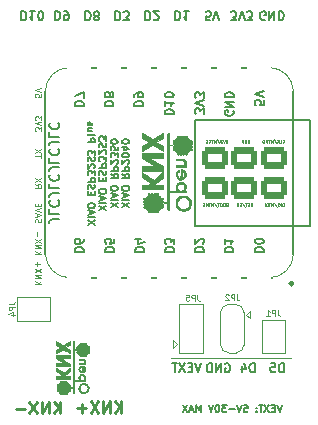
<source format=gbr>
%TF.GenerationSoftware,KiCad,Pcbnew,9.0.2*%
%TF.CreationDate,2025-11-22T11:56:32+01:00*%
%TF.ProjectId,KNeoPiX_v1.3,4b4e656f-5069-4585-9f76-312e332e6b69,1.3*%
%TF.SameCoordinates,Original*%
%TF.FileFunction,Legend,Bot*%
%TF.FilePolarity,Positive*%
%FSLAX46Y46*%
G04 Gerber Fmt 4.6, Leading zero omitted, Abs format (unit mm)*
G04 Created by KiCad (PCBNEW 9.0.2) date 2025-11-22 11:56:32*
%MOMM*%
%LPD*%
G01*
G04 APERTURE LIST*
G04 Aperture macros list*
%AMRoundRect*
0 Rectangle with rounded corners*
0 $1 Rounding radius*
0 $2 $3 $4 $5 $6 $7 $8 $9 X,Y pos of 4 corners*
0 Add a 4 corners polygon primitive as box body*
4,1,4,$2,$3,$4,$5,$6,$7,$8,$9,$2,$3,0*
0 Add four circle primitives for the rounded corners*
1,1,$1+$1,$2,$3*
1,1,$1+$1,$4,$5*
1,1,$1+$1,$6,$7*
1,1,$1+$1,$8,$9*
0 Add four rect primitives between the rounded corners*
20,1,$1+$1,$2,$3,$4,$5,0*
20,1,$1+$1,$4,$5,$6,$7,0*
20,1,$1+$1,$6,$7,$8,$9,0*
20,1,$1+$1,$8,$9,$2,$3,0*%
%AMFreePoly0*
4,1,23,0.000000,0.745722,0.065263,0.745722,0.191342,0.711940,0.304381,0.646677,0.396677,0.554381,0.461940,0.441342,0.495722,0.315263,0.495722,0.250000,0.500000,0.250000,0.500000,-0.250000,0.495722,-0.250000,0.495722,-0.315263,0.461940,-0.441342,0.396677,-0.554381,0.304381,-0.646677,0.191342,-0.711940,0.065263,-0.745722,0.000000,-0.745722,0.000000,-0.750000,-0.550000,-0.750000,
-0.550000,0.750000,0.000000,0.750000,0.000000,0.745722,0.000000,0.745722,$1*%
%AMFreePoly1*
4,1,23,0.550000,-0.750000,0.000000,-0.750000,0.000000,-0.745722,-0.065263,-0.745722,-0.191342,-0.711940,-0.304381,-0.646677,-0.396677,-0.554381,-0.461940,-0.441342,-0.495722,-0.315263,-0.495722,-0.250000,-0.500000,-0.250000,-0.500000,0.250000,-0.495722,0.250000,-0.495722,0.315263,-0.461940,0.441342,-0.396677,0.554381,-0.304381,0.646677,-0.191342,0.711940,-0.065263,0.745722,0.000000,0.745722,
0.000000,0.750000,0.550000,0.750000,0.550000,-0.750000,0.550000,-0.750000,$1*%
G04 Aperture macros list end*
%ADD10C,0.150000*%
%ADD11C,0.125000*%
%ADD12C,0.187500*%
%ADD13C,0.250000*%
%ADD14C,0.062500*%
%ADD15C,0.127000*%
%ADD16C,0.120000*%
%ADD17C,0.254000*%
%ADD18C,0.025400*%
%ADD19C,0.010000*%
%ADD20O,2.000000X3.000000*%
%ADD21RoundRect,0.270000X-0.830000X0.630000X-0.830000X-0.630000X0.830000X-0.630000X0.830000X0.630000X0*%
%ADD22R,3.500000X8.500000*%
%ADD23R,1.500000X1.000000*%
%ADD24C,1.875000*%
%ADD25R,2.200000X2.200000*%
%ADD26C,2.200000*%
%ADD27O,1.700000X1.700000*%
%ADD28R,1.700000X1.700000*%
%ADD29C,2.500000*%
%ADD30R,1.000000X1.500000*%
%ADD31FreePoly0,270.000000*%
%ADD32FreePoly1,270.000000*%
G04 APERTURE END LIST*
D10*
X58699177Y-56235714D02*
X58099177Y-55835714D01*
X58699177Y-55835714D02*
X58099177Y-56235714D01*
X58099177Y-55607142D02*
X58699177Y-55607142D01*
X58270606Y-55350000D02*
X58270606Y-55064286D01*
X58099177Y-55407143D02*
X58699177Y-55207143D01*
X58699177Y-55207143D02*
X58099177Y-55007143D01*
X58699177Y-54692857D02*
X58699177Y-54578571D01*
X58699177Y-54578571D02*
X58670606Y-54521428D01*
X58670606Y-54521428D02*
X58613463Y-54464285D01*
X58613463Y-54464285D02*
X58499177Y-54435714D01*
X58499177Y-54435714D02*
X58299177Y-54435714D01*
X58299177Y-54435714D02*
X58184891Y-54464285D01*
X58184891Y-54464285D02*
X58127749Y-54521428D01*
X58127749Y-54521428D02*
X58099177Y-54578571D01*
X58099177Y-54578571D02*
X58099177Y-54692857D01*
X58099177Y-54692857D02*
X58127749Y-54750000D01*
X58127749Y-54750000D02*
X58184891Y-54807142D01*
X58184891Y-54807142D02*
X58299177Y-54835714D01*
X58299177Y-54835714D02*
X58499177Y-54835714D01*
X58499177Y-54835714D02*
X58613463Y-54807142D01*
X58613463Y-54807142D02*
X58670606Y-54750000D01*
X58670606Y-54750000D02*
X58699177Y-54692857D01*
X58099177Y-53378571D02*
X58384891Y-53578571D01*
X58099177Y-53721428D02*
X58699177Y-53721428D01*
X58699177Y-53721428D02*
X58699177Y-53492857D01*
X58699177Y-53492857D02*
X58670606Y-53435714D01*
X58670606Y-53435714D02*
X58642034Y-53407143D01*
X58642034Y-53407143D02*
X58584891Y-53378571D01*
X58584891Y-53378571D02*
X58499177Y-53378571D01*
X58499177Y-53378571D02*
X58442034Y-53407143D01*
X58442034Y-53407143D02*
X58413463Y-53435714D01*
X58413463Y-53435714D02*
X58384891Y-53492857D01*
X58384891Y-53492857D02*
X58384891Y-53721428D01*
X58099177Y-53121428D02*
X58699177Y-53121428D01*
X58699177Y-53121428D02*
X58699177Y-52892857D01*
X58699177Y-52892857D02*
X58670606Y-52835714D01*
X58670606Y-52835714D02*
X58642034Y-52807143D01*
X58642034Y-52807143D02*
X58584891Y-52778571D01*
X58584891Y-52778571D02*
X58499177Y-52778571D01*
X58499177Y-52778571D02*
X58442034Y-52807143D01*
X58442034Y-52807143D02*
X58413463Y-52835714D01*
X58413463Y-52835714D02*
X58384891Y-52892857D01*
X58384891Y-52892857D02*
X58384891Y-53121428D01*
X58642034Y-52550000D02*
X58670606Y-52521428D01*
X58670606Y-52521428D02*
X58699177Y-52464286D01*
X58699177Y-52464286D02*
X58699177Y-52321428D01*
X58699177Y-52321428D02*
X58670606Y-52264286D01*
X58670606Y-52264286D02*
X58642034Y-52235714D01*
X58642034Y-52235714D02*
X58584891Y-52207143D01*
X58584891Y-52207143D02*
X58527749Y-52207143D01*
X58527749Y-52207143D02*
X58442034Y-52235714D01*
X58442034Y-52235714D02*
X58099177Y-52578571D01*
X58099177Y-52578571D02*
X58099177Y-52207143D01*
X58699177Y-51835714D02*
X58699177Y-51778571D01*
X58699177Y-51778571D02*
X58670606Y-51721428D01*
X58670606Y-51721428D02*
X58642034Y-51692857D01*
X58642034Y-51692857D02*
X58584891Y-51664285D01*
X58584891Y-51664285D02*
X58470606Y-51635714D01*
X58470606Y-51635714D02*
X58327749Y-51635714D01*
X58327749Y-51635714D02*
X58213463Y-51664285D01*
X58213463Y-51664285D02*
X58156320Y-51692857D01*
X58156320Y-51692857D02*
X58127749Y-51721428D01*
X58127749Y-51721428D02*
X58099177Y-51778571D01*
X58099177Y-51778571D02*
X58099177Y-51835714D01*
X58099177Y-51835714D02*
X58127749Y-51892857D01*
X58127749Y-51892857D02*
X58156320Y-51921428D01*
X58156320Y-51921428D02*
X58213463Y-51949999D01*
X58213463Y-51949999D02*
X58327749Y-51978571D01*
X58327749Y-51978571D02*
X58470606Y-51978571D01*
X58470606Y-51978571D02*
X58584891Y-51949999D01*
X58584891Y-51949999D02*
X58642034Y-51921428D01*
X58642034Y-51921428D02*
X58670606Y-51892857D01*
X58670606Y-51892857D02*
X58699177Y-51835714D01*
X58499177Y-51121428D02*
X58099177Y-51121428D01*
X58727749Y-51264285D02*
X58299177Y-51407142D01*
X58299177Y-51407142D02*
X58299177Y-51035713D01*
X58699177Y-50692856D02*
X58699177Y-50635713D01*
X58699177Y-50635713D02*
X58670606Y-50578570D01*
X58670606Y-50578570D02*
X58642034Y-50549999D01*
X58642034Y-50549999D02*
X58584891Y-50521427D01*
X58584891Y-50521427D02*
X58470606Y-50492856D01*
X58470606Y-50492856D02*
X58327749Y-50492856D01*
X58327749Y-50492856D02*
X58213463Y-50521427D01*
X58213463Y-50521427D02*
X58156320Y-50549999D01*
X58156320Y-50549999D02*
X58127749Y-50578570D01*
X58127749Y-50578570D02*
X58099177Y-50635713D01*
X58099177Y-50635713D02*
X58099177Y-50692856D01*
X58099177Y-50692856D02*
X58127749Y-50749999D01*
X58127749Y-50749999D02*
X58156320Y-50778570D01*
X58156320Y-50778570D02*
X58213463Y-50807141D01*
X58213463Y-50807141D02*
X58327749Y-50835713D01*
X58327749Y-50835713D02*
X58470606Y-50835713D01*
X58470606Y-50835713D02*
X58584891Y-50807141D01*
X58584891Y-50807141D02*
X58642034Y-50778570D01*
X58642034Y-50778570D02*
X58670606Y-50749999D01*
X58670606Y-50749999D02*
X58699177Y-50692856D01*
X57733211Y-56235714D02*
X57133211Y-55835714D01*
X57733211Y-55835714D02*
X57133211Y-56235714D01*
X57133211Y-55607142D02*
X57733211Y-55607142D01*
X57304640Y-55350000D02*
X57304640Y-55064286D01*
X57133211Y-55407143D02*
X57733211Y-55207143D01*
X57733211Y-55207143D02*
X57133211Y-55007143D01*
X57733211Y-54692857D02*
X57733211Y-54578571D01*
X57733211Y-54578571D02*
X57704640Y-54521428D01*
X57704640Y-54521428D02*
X57647497Y-54464285D01*
X57647497Y-54464285D02*
X57533211Y-54435714D01*
X57533211Y-54435714D02*
X57333211Y-54435714D01*
X57333211Y-54435714D02*
X57218925Y-54464285D01*
X57218925Y-54464285D02*
X57161783Y-54521428D01*
X57161783Y-54521428D02*
X57133211Y-54578571D01*
X57133211Y-54578571D02*
X57133211Y-54692857D01*
X57133211Y-54692857D02*
X57161783Y-54750000D01*
X57161783Y-54750000D02*
X57218925Y-54807142D01*
X57218925Y-54807142D02*
X57333211Y-54835714D01*
X57333211Y-54835714D02*
X57533211Y-54835714D01*
X57533211Y-54835714D02*
X57647497Y-54807142D01*
X57647497Y-54807142D02*
X57704640Y-54750000D01*
X57704640Y-54750000D02*
X57733211Y-54692857D01*
X57133211Y-53378571D02*
X57418925Y-53578571D01*
X57133211Y-53721428D02*
X57733211Y-53721428D01*
X57733211Y-53721428D02*
X57733211Y-53492857D01*
X57733211Y-53492857D02*
X57704640Y-53435714D01*
X57704640Y-53435714D02*
X57676068Y-53407143D01*
X57676068Y-53407143D02*
X57618925Y-53378571D01*
X57618925Y-53378571D02*
X57533211Y-53378571D01*
X57533211Y-53378571D02*
X57476068Y-53407143D01*
X57476068Y-53407143D02*
X57447497Y-53435714D01*
X57447497Y-53435714D02*
X57418925Y-53492857D01*
X57418925Y-53492857D02*
X57418925Y-53721428D01*
X57133211Y-53121428D02*
X57733211Y-53121428D01*
X57733211Y-53121428D02*
X57733211Y-52892857D01*
X57733211Y-52892857D02*
X57704640Y-52835714D01*
X57704640Y-52835714D02*
X57676068Y-52807143D01*
X57676068Y-52807143D02*
X57618925Y-52778571D01*
X57618925Y-52778571D02*
X57533211Y-52778571D01*
X57533211Y-52778571D02*
X57476068Y-52807143D01*
X57476068Y-52807143D02*
X57447497Y-52835714D01*
X57447497Y-52835714D02*
X57418925Y-52892857D01*
X57418925Y-52892857D02*
X57418925Y-53121428D01*
X57676068Y-52550000D02*
X57704640Y-52521428D01*
X57704640Y-52521428D02*
X57733211Y-52464286D01*
X57733211Y-52464286D02*
X57733211Y-52321428D01*
X57733211Y-52321428D02*
X57704640Y-52264286D01*
X57704640Y-52264286D02*
X57676068Y-52235714D01*
X57676068Y-52235714D02*
X57618925Y-52207143D01*
X57618925Y-52207143D02*
X57561783Y-52207143D01*
X57561783Y-52207143D02*
X57476068Y-52235714D01*
X57476068Y-52235714D02*
X57133211Y-52578571D01*
X57133211Y-52578571D02*
X57133211Y-52207143D01*
X57733211Y-52007142D02*
X57733211Y-51635714D01*
X57733211Y-51635714D02*
X57504640Y-51835714D01*
X57504640Y-51835714D02*
X57504640Y-51749999D01*
X57504640Y-51749999D02*
X57476068Y-51692857D01*
X57476068Y-51692857D02*
X57447497Y-51664285D01*
X57447497Y-51664285D02*
X57390354Y-51635714D01*
X57390354Y-51635714D02*
X57247497Y-51635714D01*
X57247497Y-51635714D02*
X57190354Y-51664285D01*
X57190354Y-51664285D02*
X57161783Y-51692857D01*
X57161783Y-51692857D02*
X57133211Y-51749999D01*
X57133211Y-51749999D02*
X57133211Y-51921428D01*
X57133211Y-51921428D02*
X57161783Y-51978571D01*
X57161783Y-51978571D02*
X57190354Y-52007142D01*
X57733211Y-51092856D02*
X57733211Y-51378570D01*
X57733211Y-51378570D02*
X57447497Y-51407142D01*
X57447497Y-51407142D02*
X57476068Y-51378570D01*
X57476068Y-51378570D02*
X57504640Y-51321428D01*
X57504640Y-51321428D02*
X57504640Y-51178570D01*
X57504640Y-51178570D02*
X57476068Y-51121428D01*
X57476068Y-51121428D02*
X57447497Y-51092856D01*
X57447497Y-51092856D02*
X57390354Y-51064285D01*
X57390354Y-51064285D02*
X57247497Y-51064285D01*
X57247497Y-51064285D02*
X57190354Y-51092856D01*
X57190354Y-51092856D02*
X57161783Y-51121428D01*
X57161783Y-51121428D02*
X57133211Y-51178570D01*
X57133211Y-51178570D02*
X57133211Y-51321428D01*
X57133211Y-51321428D02*
X57161783Y-51378570D01*
X57161783Y-51378570D02*
X57190354Y-51407142D01*
X57733211Y-50692856D02*
X57733211Y-50635713D01*
X57733211Y-50635713D02*
X57704640Y-50578570D01*
X57704640Y-50578570D02*
X57676068Y-50549999D01*
X57676068Y-50549999D02*
X57618925Y-50521427D01*
X57618925Y-50521427D02*
X57504640Y-50492856D01*
X57504640Y-50492856D02*
X57361783Y-50492856D01*
X57361783Y-50492856D02*
X57247497Y-50521427D01*
X57247497Y-50521427D02*
X57190354Y-50549999D01*
X57190354Y-50549999D02*
X57161783Y-50578570D01*
X57161783Y-50578570D02*
X57133211Y-50635713D01*
X57133211Y-50635713D02*
X57133211Y-50692856D01*
X57133211Y-50692856D02*
X57161783Y-50749999D01*
X57161783Y-50749999D02*
X57190354Y-50778570D01*
X57190354Y-50778570D02*
X57247497Y-50807141D01*
X57247497Y-50807141D02*
X57361783Y-50835713D01*
X57361783Y-50835713D02*
X57504640Y-50835713D01*
X57504640Y-50835713D02*
X57618925Y-50807141D01*
X57618925Y-50807141D02*
X57676068Y-50778570D01*
X57676068Y-50778570D02*
X57704640Y-50749999D01*
X57704640Y-50749999D02*
X57733211Y-50692856D01*
X56767245Y-56492857D02*
X56167245Y-56092857D01*
X56767245Y-56092857D02*
X56167245Y-56492857D01*
X56167245Y-55864285D02*
X56767245Y-55864285D01*
X56338674Y-55607143D02*
X56338674Y-55321429D01*
X56167245Y-55664286D02*
X56767245Y-55464286D01*
X56767245Y-55464286D02*
X56167245Y-55264286D01*
X56767245Y-54950000D02*
X56767245Y-54835714D01*
X56767245Y-54835714D02*
X56738674Y-54778571D01*
X56738674Y-54778571D02*
X56681531Y-54721428D01*
X56681531Y-54721428D02*
X56567245Y-54692857D01*
X56567245Y-54692857D02*
X56367245Y-54692857D01*
X56367245Y-54692857D02*
X56252959Y-54721428D01*
X56252959Y-54721428D02*
X56195817Y-54778571D01*
X56195817Y-54778571D02*
X56167245Y-54835714D01*
X56167245Y-54835714D02*
X56167245Y-54950000D01*
X56167245Y-54950000D02*
X56195817Y-55007143D01*
X56195817Y-55007143D02*
X56252959Y-55064285D01*
X56252959Y-55064285D02*
X56367245Y-55092857D01*
X56367245Y-55092857D02*
X56567245Y-55092857D01*
X56567245Y-55092857D02*
X56681531Y-55064285D01*
X56681531Y-55064285D02*
X56738674Y-55007143D01*
X56738674Y-55007143D02*
X56767245Y-54950000D01*
X56481531Y-53978571D02*
X56481531Y-53778571D01*
X56167245Y-53692857D02*
X56167245Y-53978571D01*
X56167245Y-53978571D02*
X56767245Y-53978571D01*
X56767245Y-53978571D02*
X56767245Y-53692857D01*
X56195817Y-53464286D02*
X56167245Y-53378572D01*
X56167245Y-53378572D02*
X56167245Y-53235714D01*
X56167245Y-53235714D02*
X56195817Y-53178572D01*
X56195817Y-53178572D02*
X56224388Y-53150000D01*
X56224388Y-53150000D02*
X56281531Y-53121429D01*
X56281531Y-53121429D02*
X56338674Y-53121429D01*
X56338674Y-53121429D02*
X56395817Y-53150000D01*
X56395817Y-53150000D02*
X56424388Y-53178572D01*
X56424388Y-53178572D02*
X56452959Y-53235714D01*
X56452959Y-53235714D02*
X56481531Y-53350000D01*
X56481531Y-53350000D02*
X56510102Y-53407143D01*
X56510102Y-53407143D02*
X56538674Y-53435714D01*
X56538674Y-53435714D02*
X56595817Y-53464286D01*
X56595817Y-53464286D02*
X56652959Y-53464286D01*
X56652959Y-53464286D02*
X56710102Y-53435714D01*
X56710102Y-53435714D02*
X56738674Y-53407143D01*
X56738674Y-53407143D02*
X56767245Y-53350000D01*
X56767245Y-53350000D02*
X56767245Y-53207143D01*
X56767245Y-53207143D02*
X56738674Y-53121429D01*
X56167245Y-52864285D02*
X56767245Y-52864285D01*
X56767245Y-52864285D02*
X56767245Y-52635714D01*
X56767245Y-52635714D02*
X56738674Y-52578571D01*
X56738674Y-52578571D02*
X56710102Y-52550000D01*
X56710102Y-52550000D02*
X56652959Y-52521428D01*
X56652959Y-52521428D02*
X56567245Y-52521428D01*
X56567245Y-52521428D02*
X56510102Y-52550000D01*
X56510102Y-52550000D02*
X56481531Y-52578571D01*
X56481531Y-52578571D02*
X56452959Y-52635714D01*
X56452959Y-52635714D02*
X56452959Y-52864285D01*
X56767245Y-52321428D02*
X56767245Y-51950000D01*
X56767245Y-51950000D02*
X56538674Y-52150000D01*
X56538674Y-52150000D02*
X56538674Y-52064285D01*
X56538674Y-52064285D02*
X56510102Y-52007143D01*
X56510102Y-52007143D02*
X56481531Y-51978571D01*
X56481531Y-51978571D02*
X56424388Y-51950000D01*
X56424388Y-51950000D02*
X56281531Y-51950000D01*
X56281531Y-51950000D02*
X56224388Y-51978571D01*
X56224388Y-51978571D02*
X56195817Y-52007143D01*
X56195817Y-52007143D02*
X56167245Y-52064285D01*
X56167245Y-52064285D02*
X56167245Y-52235714D01*
X56167245Y-52235714D02*
X56195817Y-52292857D01*
X56195817Y-52292857D02*
X56224388Y-52321428D01*
X56710102Y-51721428D02*
X56738674Y-51692856D01*
X56738674Y-51692856D02*
X56767245Y-51635714D01*
X56767245Y-51635714D02*
X56767245Y-51492856D01*
X56767245Y-51492856D02*
X56738674Y-51435714D01*
X56738674Y-51435714D02*
X56710102Y-51407142D01*
X56710102Y-51407142D02*
X56652959Y-51378571D01*
X56652959Y-51378571D02*
X56595817Y-51378571D01*
X56595817Y-51378571D02*
X56510102Y-51407142D01*
X56510102Y-51407142D02*
X56167245Y-51749999D01*
X56167245Y-51749999D02*
X56167245Y-51378571D01*
X56195817Y-51149999D02*
X56167245Y-51064285D01*
X56167245Y-51064285D02*
X56167245Y-50921427D01*
X56167245Y-50921427D02*
X56195817Y-50864285D01*
X56195817Y-50864285D02*
X56224388Y-50835713D01*
X56224388Y-50835713D02*
X56281531Y-50807142D01*
X56281531Y-50807142D02*
X56338674Y-50807142D01*
X56338674Y-50807142D02*
X56395817Y-50835713D01*
X56395817Y-50835713D02*
X56424388Y-50864285D01*
X56424388Y-50864285D02*
X56452959Y-50921427D01*
X56452959Y-50921427D02*
X56481531Y-51035713D01*
X56481531Y-51035713D02*
X56510102Y-51092856D01*
X56510102Y-51092856D02*
X56538674Y-51121427D01*
X56538674Y-51121427D02*
X56595817Y-51149999D01*
X56595817Y-51149999D02*
X56652959Y-51149999D01*
X56652959Y-51149999D02*
X56710102Y-51121427D01*
X56710102Y-51121427D02*
X56738674Y-51092856D01*
X56738674Y-51092856D02*
X56767245Y-51035713D01*
X56767245Y-51035713D02*
X56767245Y-50892856D01*
X56767245Y-50892856D02*
X56738674Y-50807142D01*
X56767245Y-50607141D02*
X56767245Y-50235713D01*
X56767245Y-50235713D02*
X56538674Y-50435713D01*
X56538674Y-50435713D02*
X56538674Y-50349998D01*
X56538674Y-50349998D02*
X56510102Y-50292856D01*
X56510102Y-50292856D02*
X56481531Y-50264284D01*
X56481531Y-50264284D02*
X56424388Y-50235713D01*
X56424388Y-50235713D02*
X56281531Y-50235713D01*
X56281531Y-50235713D02*
X56224388Y-50264284D01*
X56224388Y-50264284D02*
X56195817Y-50292856D01*
X56195817Y-50292856D02*
X56167245Y-50349998D01*
X56167245Y-50349998D02*
X56167245Y-50521427D01*
X56167245Y-50521427D02*
X56195817Y-50578570D01*
X56195817Y-50578570D02*
X56224388Y-50607141D01*
X55801279Y-57692857D02*
X55201279Y-57292857D01*
X55801279Y-57292857D02*
X55201279Y-57692857D01*
X55201279Y-57064285D02*
X55801279Y-57064285D01*
X55372708Y-56807143D02*
X55372708Y-56521429D01*
X55201279Y-56864286D02*
X55801279Y-56664286D01*
X55801279Y-56664286D02*
X55201279Y-56464286D01*
X55801279Y-56150000D02*
X55801279Y-56035714D01*
X55801279Y-56035714D02*
X55772708Y-55978571D01*
X55772708Y-55978571D02*
X55715565Y-55921428D01*
X55715565Y-55921428D02*
X55601279Y-55892857D01*
X55601279Y-55892857D02*
X55401279Y-55892857D01*
X55401279Y-55892857D02*
X55286993Y-55921428D01*
X55286993Y-55921428D02*
X55229851Y-55978571D01*
X55229851Y-55978571D02*
X55201279Y-56035714D01*
X55201279Y-56035714D02*
X55201279Y-56150000D01*
X55201279Y-56150000D02*
X55229851Y-56207143D01*
X55229851Y-56207143D02*
X55286993Y-56264285D01*
X55286993Y-56264285D02*
X55401279Y-56292857D01*
X55401279Y-56292857D02*
X55601279Y-56292857D01*
X55601279Y-56292857D02*
X55715565Y-56264285D01*
X55715565Y-56264285D02*
X55772708Y-56207143D01*
X55772708Y-56207143D02*
X55801279Y-56150000D01*
X55515565Y-55178571D02*
X55515565Y-54978571D01*
X55201279Y-54892857D02*
X55201279Y-55178571D01*
X55201279Y-55178571D02*
X55801279Y-55178571D01*
X55801279Y-55178571D02*
X55801279Y-54892857D01*
X55229851Y-54664286D02*
X55201279Y-54578572D01*
X55201279Y-54578572D02*
X55201279Y-54435714D01*
X55201279Y-54435714D02*
X55229851Y-54378572D01*
X55229851Y-54378572D02*
X55258422Y-54350000D01*
X55258422Y-54350000D02*
X55315565Y-54321429D01*
X55315565Y-54321429D02*
X55372708Y-54321429D01*
X55372708Y-54321429D02*
X55429851Y-54350000D01*
X55429851Y-54350000D02*
X55458422Y-54378572D01*
X55458422Y-54378572D02*
X55486993Y-54435714D01*
X55486993Y-54435714D02*
X55515565Y-54550000D01*
X55515565Y-54550000D02*
X55544136Y-54607143D01*
X55544136Y-54607143D02*
X55572708Y-54635714D01*
X55572708Y-54635714D02*
X55629851Y-54664286D01*
X55629851Y-54664286D02*
X55686993Y-54664286D01*
X55686993Y-54664286D02*
X55744136Y-54635714D01*
X55744136Y-54635714D02*
X55772708Y-54607143D01*
X55772708Y-54607143D02*
X55801279Y-54550000D01*
X55801279Y-54550000D02*
X55801279Y-54407143D01*
X55801279Y-54407143D02*
X55772708Y-54321429D01*
X55201279Y-54064285D02*
X55801279Y-54064285D01*
X55801279Y-54064285D02*
X55801279Y-53835714D01*
X55801279Y-53835714D02*
X55772708Y-53778571D01*
X55772708Y-53778571D02*
X55744136Y-53750000D01*
X55744136Y-53750000D02*
X55686993Y-53721428D01*
X55686993Y-53721428D02*
X55601279Y-53721428D01*
X55601279Y-53721428D02*
X55544136Y-53750000D01*
X55544136Y-53750000D02*
X55515565Y-53778571D01*
X55515565Y-53778571D02*
X55486993Y-53835714D01*
X55486993Y-53835714D02*
X55486993Y-54064285D01*
X55801279Y-53521428D02*
X55801279Y-53150000D01*
X55801279Y-53150000D02*
X55572708Y-53350000D01*
X55572708Y-53350000D02*
X55572708Y-53264285D01*
X55572708Y-53264285D02*
X55544136Y-53207143D01*
X55544136Y-53207143D02*
X55515565Y-53178571D01*
X55515565Y-53178571D02*
X55458422Y-53150000D01*
X55458422Y-53150000D02*
X55315565Y-53150000D01*
X55315565Y-53150000D02*
X55258422Y-53178571D01*
X55258422Y-53178571D02*
X55229851Y-53207143D01*
X55229851Y-53207143D02*
X55201279Y-53264285D01*
X55201279Y-53264285D02*
X55201279Y-53435714D01*
X55201279Y-53435714D02*
X55229851Y-53492857D01*
X55229851Y-53492857D02*
X55258422Y-53521428D01*
X55744136Y-52921428D02*
X55772708Y-52892856D01*
X55772708Y-52892856D02*
X55801279Y-52835714D01*
X55801279Y-52835714D02*
X55801279Y-52692856D01*
X55801279Y-52692856D02*
X55772708Y-52635714D01*
X55772708Y-52635714D02*
X55744136Y-52607142D01*
X55744136Y-52607142D02*
X55686993Y-52578571D01*
X55686993Y-52578571D02*
X55629851Y-52578571D01*
X55629851Y-52578571D02*
X55544136Y-52607142D01*
X55544136Y-52607142D02*
X55201279Y-52949999D01*
X55201279Y-52949999D02*
X55201279Y-52578571D01*
X55229851Y-52349999D02*
X55201279Y-52264285D01*
X55201279Y-52264285D02*
X55201279Y-52121427D01*
X55201279Y-52121427D02*
X55229851Y-52064285D01*
X55229851Y-52064285D02*
X55258422Y-52035713D01*
X55258422Y-52035713D02*
X55315565Y-52007142D01*
X55315565Y-52007142D02*
X55372708Y-52007142D01*
X55372708Y-52007142D02*
X55429851Y-52035713D01*
X55429851Y-52035713D02*
X55458422Y-52064285D01*
X55458422Y-52064285D02*
X55486993Y-52121427D01*
X55486993Y-52121427D02*
X55515565Y-52235713D01*
X55515565Y-52235713D02*
X55544136Y-52292856D01*
X55544136Y-52292856D02*
X55572708Y-52321427D01*
X55572708Y-52321427D02*
X55629851Y-52349999D01*
X55629851Y-52349999D02*
X55686993Y-52349999D01*
X55686993Y-52349999D02*
X55744136Y-52321427D01*
X55744136Y-52321427D02*
X55772708Y-52292856D01*
X55772708Y-52292856D02*
X55801279Y-52235713D01*
X55801279Y-52235713D02*
X55801279Y-52092856D01*
X55801279Y-52092856D02*
X55772708Y-52007142D01*
X55801279Y-51807141D02*
X55801279Y-51435713D01*
X55801279Y-51435713D02*
X55572708Y-51635713D01*
X55572708Y-51635713D02*
X55572708Y-51549998D01*
X55572708Y-51549998D02*
X55544136Y-51492856D01*
X55544136Y-51492856D02*
X55515565Y-51464284D01*
X55515565Y-51464284D02*
X55458422Y-51435713D01*
X55458422Y-51435713D02*
X55315565Y-51435713D01*
X55315565Y-51435713D02*
X55258422Y-51464284D01*
X55258422Y-51464284D02*
X55229851Y-51492856D01*
X55229851Y-51492856D02*
X55201279Y-51549998D01*
X55201279Y-51549998D02*
X55201279Y-51721427D01*
X55201279Y-51721427D02*
X55229851Y-51778570D01*
X55229851Y-51778570D02*
X55258422Y-51807141D01*
X55201279Y-50721426D02*
X55801279Y-50721426D01*
X55801279Y-50721426D02*
X55801279Y-50492855D01*
X55801279Y-50492855D02*
X55772708Y-50435712D01*
X55772708Y-50435712D02*
X55744136Y-50407141D01*
X55744136Y-50407141D02*
X55686993Y-50378569D01*
X55686993Y-50378569D02*
X55601279Y-50378569D01*
X55601279Y-50378569D02*
X55544136Y-50407141D01*
X55544136Y-50407141D02*
X55515565Y-50435712D01*
X55515565Y-50435712D02*
X55486993Y-50492855D01*
X55486993Y-50492855D02*
X55486993Y-50721426D01*
X55201279Y-50035712D02*
X55229851Y-50092855D01*
X55229851Y-50092855D02*
X55286993Y-50121426D01*
X55286993Y-50121426D02*
X55801279Y-50121426D01*
X55601279Y-49549998D02*
X55201279Y-49549998D01*
X55601279Y-49807140D02*
X55286993Y-49807140D01*
X55286993Y-49807140D02*
X55229851Y-49778569D01*
X55229851Y-49778569D02*
X55201279Y-49721426D01*
X55201279Y-49721426D02*
X55201279Y-49635712D01*
X55201279Y-49635712D02*
X55229851Y-49578569D01*
X55229851Y-49578569D02*
X55258422Y-49549998D01*
X55229851Y-49292855D02*
X55201279Y-49235712D01*
X55201279Y-49235712D02*
X55201279Y-49121426D01*
X55201279Y-49121426D02*
X55229851Y-49064283D01*
X55229851Y-49064283D02*
X55286993Y-49035712D01*
X55286993Y-49035712D02*
X55315565Y-49035712D01*
X55315565Y-49035712D02*
X55372708Y-49064283D01*
X55372708Y-49064283D02*
X55401279Y-49121426D01*
X55401279Y-49121426D02*
X55401279Y-49207141D01*
X55401279Y-49207141D02*
X55429851Y-49264283D01*
X55429851Y-49264283D02*
X55486993Y-49292855D01*
X55486993Y-49292855D02*
X55515565Y-49292855D01*
X55515565Y-49292855D02*
X55572708Y-49264283D01*
X55572708Y-49264283D02*
X55601279Y-49207141D01*
X55601279Y-49207141D02*
X55601279Y-49121426D01*
X55601279Y-49121426D02*
X55572708Y-49064283D01*
D11*
X62246420Y-68981384D02*
X72406420Y-68981384D01*
D10*
X52784572Y-57227487D02*
X52177429Y-57227487D01*
X52177429Y-57227487D02*
X52056001Y-57267964D01*
X52056001Y-57267964D02*
X51975049Y-57348916D01*
X51975049Y-57348916D02*
X51934572Y-57470345D01*
X51934572Y-57470345D02*
X51934572Y-57551297D01*
X51934572Y-56417964D02*
X51934572Y-56822726D01*
X51934572Y-56822726D02*
X52784572Y-56822726D01*
X52015525Y-55648916D02*
X51975049Y-55689392D01*
X51975049Y-55689392D02*
X51934572Y-55810821D01*
X51934572Y-55810821D02*
X51934572Y-55891773D01*
X51934572Y-55891773D02*
X51975049Y-56013202D01*
X51975049Y-56013202D02*
X52056001Y-56094154D01*
X52056001Y-56094154D02*
X52136953Y-56134631D01*
X52136953Y-56134631D02*
X52298858Y-56175107D01*
X52298858Y-56175107D02*
X52420287Y-56175107D01*
X52420287Y-56175107D02*
X52582191Y-56134631D01*
X52582191Y-56134631D02*
X52663144Y-56094154D01*
X52663144Y-56094154D02*
X52744096Y-56013202D01*
X52744096Y-56013202D02*
X52784572Y-55891773D01*
X52784572Y-55891773D02*
X52784572Y-55810821D01*
X52784572Y-55810821D02*
X52744096Y-55689392D01*
X52744096Y-55689392D02*
X52703620Y-55648916D01*
X52784572Y-55041773D02*
X52177429Y-55041773D01*
X52177429Y-55041773D02*
X52056001Y-55082250D01*
X52056001Y-55082250D02*
X51975049Y-55163202D01*
X51975049Y-55163202D02*
X51934572Y-55284631D01*
X51934572Y-55284631D02*
X51934572Y-55365583D01*
X51934572Y-54232250D02*
X51934572Y-54637012D01*
X51934572Y-54637012D02*
X52784572Y-54637012D01*
X52015525Y-53463202D02*
X51975049Y-53503678D01*
X51975049Y-53503678D02*
X51934572Y-53625107D01*
X51934572Y-53625107D02*
X51934572Y-53706059D01*
X51934572Y-53706059D02*
X51975049Y-53827488D01*
X51975049Y-53827488D02*
X52056001Y-53908440D01*
X52056001Y-53908440D02*
X52136953Y-53948917D01*
X52136953Y-53948917D02*
X52298858Y-53989393D01*
X52298858Y-53989393D02*
X52420287Y-53989393D01*
X52420287Y-53989393D02*
X52582191Y-53948917D01*
X52582191Y-53948917D02*
X52663144Y-53908440D01*
X52663144Y-53908440D02*
X52744096Y-53827488D01*
X52744096Y-53827488D02*
X52784572Y-53706059D01*
X52784572Y-53706059D02*
X52784572Y-53625107D01*
X52784572Y-53625107D02*
X52744096Y-53503678D01*
X52744096Y-53503678D02*
X52703620Y-53463202D01*
X52784572Y-52856059D02*
X52177429Y-52856059D01*
X52177429Y-52856059D02*
X52056001Y-52896536D01*
X52056001Y-52896536D02*
X51975049Y-52977488D01*
X51975049Y-52977488D02*
X51934572Y-53098917D01*
X51934572Y-53098917D02*
X51934572Y-53179869D01*
X51934572Y-52046536D02*
X51934572Y-52451298D01*
X51934572Y-52451298D02*
X52784572Y-52451298D01*
X52015525Y-51277488D02*
X51975049Y-51317964D01*
X51975049Y-51317964D02*
X51934572Y-51439393D01*
X51934572Y-51439393D02*
X51934572Y-51520345D01*
X51934572Y-51520345D02*
X51975049Y-51641774D01*
X51975049Y-51641774D02*
X52056001Y-51722726D01*
X52056001Y-51722726D02*
X52136953Y-51763203D01*
X52136953Y-51763203D02*
X52298858Y-51803679D01*
X52298858Y-51803679D02*
X52420287Y-51803679D01*
X52420287Y-51803679D02*
X52582191Y-51763203D01*
X52582191Y-51763203D02*
X52663144Y-51722726D01*
X52663144Y-51722726D02*
X52744096Y-51641774D01*
X52744096Y-51641774D02*
X52784572Y-51520345D01*
X52784572Y-51520345D02*
X52784572Y-51439393D01*
X52784572Y-51439393D02*
X52744096Y-51317964D01*
X52744096Y-51317964D02*
X52703620Y-51277488D01*
X52784572Y-50670345D02*
X52177429Y-50670345D01*
X52177429Y-50670345D02*
X52056001Y-50710822D01*
X52056001Y-50710822D02*
X51975049Y-50791774D01*
X51975049Y-50791774D02*
X51934572Y-50913203D01*
X51934572Y-50913203D02*
X51934572Y-50994155D01*
X51934572Y-49860822D02*
X51934572Y-50265584D01*
X51934572Y-50265584D02*
X52784572Y-50265584D01*
X52015525Y-49091774D02*
X51975049Y-49132250D01*
X51975049Y-49132250D02*
X51934572Y-49253679D01*
X51934572Y-49253679D02*
X51934572Y-49334631D01*
X51934572Y-49334631D02*
X51975049Y-49456060D01*
X51975049Y-49456060D02*
X52056001Y-49537012D01*
X52056001Y-49537012D02*
X52136953Y-49577489D01*
X52136953Y-49577489D02*
X52298858Y-49617965D01*
X52298858Y-49617965D02*
X52420287Y-49617965D01*
X52420287Y-49617965D02*
X52582191Y-49577489D01*
X52582191Y-49577489D02*
X52663144Y-49537012D01*
X52663144Y-49537012D02*
X52744096Y-49456060D01*
X52744096Y-49456060D02*
X52784572Y-49334631D01*
X52784572Y-49334631D02*
X52784572Y-49253679D01*
X52784572Y-49253679D02*
X52744096Y-49132250D01*
X52744096Y-49132250D02*
X52703620Y-49091774D01*
D12*
X69323571Y-70187214D02*
X69323571Y-69437214D01*
X69323571Y-69437214D02*
X69145000Y-69437214D01*
X69145000Y-69437214D02*
X69037857Y-69472928D01*
X69037857Y-69472928D02*
X68966428Y-69544357D01*
X68966428Y-69544357D02*
X68930714Y-69615785D01*
X68930714Y-69615785D02*
X68895000Y-69758642D01*
X68895000Y-69758642D02*
X68895000Y-69865785D01*
X68895000Y-69865785D02*
X68930714Y-70008642D01*
X68930714Y-70008642D02*
X68966428Y-70080071D01*
X68966428Y-70080071D02*
X69037857Y-70151500D01*
X69037857Y-70151500D02*
X69145000Y-70187214D01*
X69145000Y-70187214D02*
X69323571Y-70187214D01*
X68252143Y-69687214D02*
X68252143Y-70187214D01*
X68430714Y-69401500D02*
X68609285Y-69937214D01*
X68609285Y-69937214D02*
X68145000Y-69937214D01*
D13*
X58057371Y-73643003D02*
X58057371Y-72643003D01*
X57485943Y-73643003D02*
X57914514Y-73071574D01*
X57485943Y-72643003D02*
X58057371Y-73214431D01*
X57057371Y-73643003D02*
X57057371Y-72643003D01*
X57057371Y-72643003D02*
X56485943Y-73643003D01*
X56485943Y-73643003D02*
X56485943Y-72643003D01*
X56104990Y-72643003D02*
X55438324Y-73643003D01*
X55438324Y-72643003D02*
X56104990Y-73643003D01*
X55057371Y-73262050D02*
X54295467Y-73262050D01*
X54676419Y-73643003D02*
X54676419Y-72881098D01*
D12*
X71793571Y-70187214D02*
X71793571Y-69437214D01*
X71793571Y-69437214D02*
X71615000Y-69437214D01*
X71615000Y-69437214D02*
X71507857Y-69472928D01*
X71507857Y-69472928D02*
X71436428Y-69544357D01*
X71436428Y-69544357D02*
X71400714Y-69615785D01*
X71400714Y-69615785D02*
X71365000Y-69758642D01*
X71365000Y-69758642D02*
X71365000Y-69865785D01*
X71365000Y-69865785D02*
X71400714Y-70008642D01*
X71400714Y-70008642D02*
X71436428Y-70080071D01*
X71436428Y-70080071D02*
X71507857Y-70151500D01*
X71507857Y-70151500D02*
X71615000Y-70187214D01*
X71615000Y-70187214D02*
X71793571Y-70187214D01*
X70686428Y-69437214D02*
X71043571Y-69437214D01*
X71043571Y-69437214D02*
X71079285Y-69794357D01*
X71079285Y-69794357D02*
X71043571Y-69758642D01*
X71043571Y-69758642D02*
X70972143Y-69722928D01*
X70972143Y-69722928D02*
X70793571Y-69722928D01*
X70793571Y-69722928D02*
X70722143Y-69758642D01*
X70722143Y-69758642D02*
X70686428Y-69794357D01*
X70686428Y-69794357D02*
X70650714Y-69865785D01*
X70650714Y-69865785D02*
X70650714Y-70044357D01*
X70650714Y-70044357D02*
X70686428Y-70115785D01*
X70686428Y-70115785D02*
X70722143Y-70151500D01*
X70722143Y-70151500D02*
X70793571Y-70187214D01*
X70793571Y-70187214D02*
X70972143Y-70187214D01*
X70972143Y-70187214D02*
X71043571Y-70151500D01*
X71043571Y-70151500D02*
X71079285Y-70115785D01*
X64812142Y-69437214D02*
X64562142Y-70187214D01*
X64562142Y-70187214D02*
X64312142Y-69437214D01*
X64062142Y-69794357D02*
X63812142Y-69794357D01*
X63704999Y-70187214D02*
X64062142Y-70187214D01*
X64062142Y-70187214D02*
X64062142Y-69437214D01*
X64062142Y-69437214D02*
X63704999Y-69437214D01*
X63455000Y-69437214D02*
X62955000Y-70187214D01*
X62955000Y-69437214D02*
X63455000Y-70187214D01*
X62776428Y-69437214D02*
X62347857Y-69437214D01*
X62562142Y-70187214D02*
X62562142Y-69437214D01*
D13*
X52890951Y-73683003D02*
X52890951Y-72683003D01*
X52319523Y-73683003D02*
X52748094Y-73111574D01*
X52319523Y-72683003D02*
X52890951Y-73254431D01*
X51890951Y-73683003D02*
X51890951Y-72683003D01*
X51890951Y-72683003D02*
X51319523Y-73683003D01*
X51319523Y-73683003D02*
X51319523Y-72683003D01*
X50938570Y-72683003D02*
X50271904Y-73683003D01*
X50271904Y-72683003D02*
X50938570Y-73683003D01*
X49890951Y-73302050D02*
X49129047Y-73302050D01*
D12*
X66841428Y-69472928D02*
X66912857Y-69437214D01*
X66912857Y-69437214D02*
X67019999Y-69437214D01*
X67019999Y-69437214D02*
X67127142Y-69472928D01*
X67127142Y-69472928D02*
X67198571Y-69544357D01*
X67198571Y-69544357D02*
X67234285Y-69615785D01*
X67234285Y-69615785D02*
X67269999Y-69758642D01*
X67269999Y-69758642D02*
X67269999Y-69865785D01*
X67269999Y-69865785D02*
X67234285Y-70008642D01*
X67234285Y-70008642D02*
X67198571Y-70080071D01*
X67198571Y-70080071D02*
X67127142Y-70151500D01*
X67127142Y-70151500D02*
X67019999Y-70187214D01*
X67019999Y-70187214D02*
X66948571Y-70187214D01*
X66948571Y-70187214D02*
X66841428Y-70151500D01*
X66841428Y-70151500D02*
X66805714Y-70115785D01*
X66805714Y-70115785D02*
X66805714Y-69865785D01*
X66805714Y-69865785D02*
X66948571Y-69865785D01*
X66484285Y-70187214D02*
X66484285Y-69437214D01*
X66484285Y-69437214D02*
X66055714Y-70187214D01*
X66055714Y-70187214D02*
X66055714Y-69437214D01*
X65698571Y-70187214D02*
X65698571Y-69437214D01*
X65698571Y-69437214D02*
X65520000Y-69437214D01*
X65520000Y-69437214D02*
X65412857Y-69472928D01*
X65412857Y-69472928D02*
X65341428Y-69544357D01*
X65341428Y-69544357D02*
X65305714Y-69615785D01*
X65305714Y-69615785D02*
X65270000Y-69758642D01*
X65270000Y-69758642D02*
X65270000Y-69865785D01*
X65270000Y-69865785D02*
X65305714Y-70008642D01*
X65305714Y-70008642D02*
X65341428Y-70080071D01*
X65341428Y-70080071D02*
X65412857Y-70151500D01*
X65412857Y-70151500D02*
X65520000Y-70187214D01*
X65520000Y-70187214D02*
X65698571Y-70187214D01*
X64288585Y-60029371D02*
X65038585Y-60029371D01*
X65038585Y-60029371D02*
X65038585Y-59850800D01*
X65038585Y-59850800D02*
X65002871Y-59743657D01*
X65002871Y-59743657D02*
X64931442Y-59672228D01*
X64931442Y-59672228D02*
X64860014Y-59636514D01*
X64860014Y-59636514D02*
X64717157Y-59600800D01*
X64717157Y-59600800D02*
X64610014Y-59600800D01*
X64610014Y-59600800D02*
X64467157Y-59636514D01*
X64467157Y-59636514D02*
X64395728Y-59672228D01*
X64395728Y-59672228D02*
X64324300Y-59743657D01*
X64324300Y-59743657D02*
X64288585Y-59850800D01*
X64288585Y-59850800D02*
X64288585Y-60029371D01*
X64967157Y-59315085D02*
X65002871Y-59279371D01*
X65002871Y-59279371D02*
X65038585Y-59207943D01*
X65038585Y-59207943D02*
X65038585Y-59029371D01*
X65038585Y-59029371D02*
X65002871Y-58957943D01*
X65002871Y-58957943D02*
X64967157Y-58922228D01*
X64967157Y-58922228D02*
X64895728Y-58886514D01*
X64895728Y-58886514D02*
X64824300Y-58886514D01*
X64824300Y-58886514D02*
X64717157Y-58922228D01*
X64717157Y-58922228D02*
X64288585Y-59350800D01*
X64288585Y-59350800D02*
X64288585Y-58886514D01*
X56684585Y-60029371D02*
X57434585Y-60029371D01*
X57434585Y-60029371D02*
X57434585Y-59850800D01*
X57434585Y-59850800D02*
X57398871Y-59743657D01*
X57398871Y-59743657D02*
X57327442Y-59672228D01*
X57327442Y-59672228D02*
X57256014Y-59636514D01*
X57256014Y-59636514D02*
X57113157Y-59600800D01*
X57113157Y-59600800D02*
X57006014Y-59600800D01*
X57006014Y-59600800D02*
X56863157Y-59636514D01*
X56863157Y-59636514D02*
X56791728Y-59672228D01*
X56791728Y-59672228D02*
X56720300Y-59743657D01*
X56720300Y-59743657D02*
X56684585Y-59850800D01*
X56684585Y-59850800D02*
X56684585Y-60029371D01*
X57434585Y-58922228D02*
X57434585Y-59279371D01*
X57434585Y-59279371D02*
X57077442Y-59315085D01*
X57077442Y-59315085D02*
X57113157Y-59279371D01*
X57113157Y-59279371D02*
X57148871Y-59207943D01*
X57148871Y-59207943D02*
X57148871Y-59029371D01*
X57148871Y-59029371D02*
X57113157Y-58957943D01*
X57113157Y-58957943D02*
X57077442Y-58922228D01*
X57077442Y-58922228D02*
X57006014Y-58886514D01*
X57006014Y-58886514D02*
X56827442Y-58886514D01*
X56827442Y-58886514D02*
X56756014Y-58922228D01*
X56756014Y-58922228D02*
X56720300Y-58957943D01*
X56720300Y-58957943D02*
X56684585Y-59029371D01*
X56684585Y-59029371D02*
X56684585Y-59207943D01*
X56684585Y-59207943D02*
X56720300Y-59279371D01*
X56720300Y-59279371D02*
X56756014Y-59315085D01*
X66788585Y-60029371D02*
X67538585Y-60029371D01*
X67538585Y-60029371D02*
X67538585Y-59850800D01*
X67538585Y-59850800D02*
X67502871Y-59743657D01*
X67502871Y-59743657D02*
X67431442Y-59672228D01*
X67431442Y-59672228D02*
X67360014Y-59636514D01*
X67360014Y-59636514D02*
X67217157Y-59600800D01*
X67217157Y-59600800D02*
X67110014Y-59600800D01*
X67110014Y-59600800D02*
X66967157Y-59636514D01*
X66967157Y-59636514D02*
X66895728Y-59672228D01*
X66895728Y-59672228D02*
X66824300Y-59743657D01*
X66824300Y-59743657D02*
X66788585Y-59850800D01*
X66788585Y-59850800D02*
X66788585Y-60029371D01*
X66788585Y-58886514D02*
X66788585Y-59315085D01*
X66788585Y-59100800D02*
X67538585Y-59100800D01*
X67538585Y-59100800D02*
X67431442Y-59172228D01*
X67431442Y-59172228D02*
X67360014Y-59243657D01*
X67360014Y-59243657D02*
X67324300Y-59315085D01*
X69338585Y-60029371D02*
X70088585Y-60029371D01*
X70088585Y-60029371D02*
X70088585Y-59850800D01*
X70088585Y-59850800D02*
X70052871Y-59743657D01*
X70052871Y-59743657D02*
X69981442Y-59672228D01*
X69981442Y-59672228D02*
X69910014Y-59636514D01*
X69910014Y-59636514D02*
X69767157Y-59600800D01*
X69767157Y-59600800D02*
X69660014Y-59600800D01*
X69660014Y-59600800D02*
X69517157Y-59636514D01*
X69517157Y-59636514D02*
X69445728Y-59672228D01*
X69445728Y-59672228D02*
X69374300Y-59743657D01*
X69374300Y-59743657D02*
X69338585Y-59850800D01*
X69338585Y-59850800D02*
X69338585Y-60029371D01*
X70088585Y-59136514D02*
X70088585Y-59065085D01*
X70088585Y-59065085D02*
X70052871Y-58993657D01*
X70052871Y-58993657D02*
X70017157Y-58957943D01*
X70017157Y-58957943D02*
X69945728Y-58922228D01*
X69945728Y-58922228D02*
X69802871Y-58886514D01*
X69802871Y-58886514D02*
X69624300Y-58886514D01*
X69624300Y-58886514D02*
X69481442Y-58922228D01*
X69481442Y-58922228D02*
X69410014Y-58957943D01*
X69410014Y-58957943D02*
X69374300Y-58993657D01*
X69374300Y-58993657D02*
X69338585Y-59065085D01*
X69338585Y-59065085D02*
X69338585Y-59136514D01*
X69338585Y-59136514D02*
X69374300Y-59207943D01*
X69374300Y-59207943D02*
X69410014Y-59243657D01*
X69410014Y-59243657D02*
X69481442Y-59279371D01*
X69481442Y-59279371D02*
X69624300Y-59315085D01*
X69624300Y-59315085D02*
X69802871Y-59315085D01*
X69802871Y-59315085D02*
X69945728Y-59279371D01*
X69945728Y-59279371D02*
X70017157Y-59243657D01*
X70017157Y-59243657D02*
X70052871Y-59207943D01*
X70052871Y-59207943D02*
X70088585Y-59136514D01*
D14*
X68756275Y-50514309D02*
X68780085Y-50502404D01*
X68780085Y-50502404D02*
X68815799Y-50502404D01*
X68815799Y-50502404D02*
X68851513Y-50514309D01*
X68851513Y-50514309D02*
X68875323Y-50538119D01*
X68875323Y-50538119D02*
X68887228Y-50561928D01*
X68887228Y-50561928D02*
X68899132Y-50609547D01*
X68899132Y-50609547D02*
X68899132Y-50645261D01*
X68899132Y-50645261D02*
X68887228Y-50692880D01*
X68887228Y-50692880D02*
X68875323Y-50716690D01*
X68875323Y-50716690D02*
X68851513Y-50740500D01*
X68851513Y-50740500D02*
X68815799Y-50752404D01*
X68815799Y-50752404D02*
X68791990Y-50752404D01*
X68791990Y-50752404D02*
X68756275Y-50740500D01*
X68756275Y-50740500D02*
X68744371Y-50728595D01*
X68744371Y-50728595D02*
X68744371Y-50645261D01*
X68744371Y-50645261D02*
X68791990Y-50645261D01*
X68637228Y-50752404D02*
X68637228Y-50502404D01*
X68637228Y-50502404D02*
X68494371Y-50752404D01*
X68494371Y-50752404D02*
X68494371Y-50502404D01*
X68375323Y-50752404D02*
X68375323Y-50502404D01*
X68375323Y-50502404D02*
X68315799Y-50502404D01*
X68315799Y-50502404D02*
X68280085Y-50514309D01*
X68280085Y-50514309D02*
X68256275Y-50538119D01*
X68256275Y-50538119D02*
X68244370Y-50561928D01*
X68244370Y-50561928D02*
X68232466Y-50609547D01*
X68232466Y-50609547D02*
X68232466Y-50645261D01*
X68232466Y-50645261D02*
X68244370Y-50692880D01*
X68244370Y-50692880D02*
X68256275Y-50716690D01*
X68256275Y-50716690D02*
X68280085Y-50740500D01*
X68280085Y-50740500D02*
X68315799Y-50752404D01*
X68315799Y-50752404D02*
X68375323Y-50752404D01*
D12*
X56628585Y-47639371D02*
X57378585Y-47639371D01*
X57378585Y-47639371D02*
X57378585Y-47460800D01*
X57378585Y-47460800D02*
X57342871Y-47353657D01*
X57342871Y-47353657D02*
X57271442Y-47282228D01*
X57271442Y-47282228D02*
X57200014Y-47246514D01*
X57200014Y-47246514D02*
X57057157Y-47210800D01*
X57057157Y-47210800D02*
X56950014Y-47210800D01*
X56950014Y-47210800D02*
X56807157Y-47246514D01*
X56807157Y-47246514D02*
X56735728Y-47282228D01*
X56735728Y-47282228D02*
X56664300Y-47353657D01*
X56664300Y-47353657D02*
X56628585Y-47460800D01*
X56628585Y-47460800D02*
X56628585Y-47639371D01*
X57057157Y-46782228D02*
X57092871Y-46853657D01*
X57092871Y-46853657D02*
X57128585Y-46889371D01*
X57128585Y-46889371D02*
X57200014Y-46925085D01*
X57200014Y-46925085D02*
X57235728Y-46925085D01*
X57235728Y-46925085D02*
X57307157Y-46889371D01*
X57307157Y-46889371D02*
X57342871Y-46853657D01*
X57342871Y-46853657D02*
X57378585Y-46782228D01*
X57378585Y-46782228D02*
X57378585Y-46639371D01*
X57378585Y-46639371D02*
X57342871Y-46567943D01*
X57342871Y-46567943D02*
X57307157Y-46532228D01*
X57307157Y-46532228D02*
X57235728Y-46496514D01*
X57235728Y-46496514D02*
X57200014Y-46496514D01*
X57200014Y-46496514D02*
X57128585Y-46532228D01*
X57128585Y-46532228D02*
X57092871Y-46567943D01*
X57092871Y-46567943D02*
X57057157Y-46639371D01*
X57057157Y-46639371D02*
X57057157Y-46782228D01*
X57057157Y-46782228D02*
X57021442Y-46853657D01*
X57021442Y-46853657D02*
X56985728Y-46889371D01*
X56985728Y-46889371D02*
X56914300Y-46925085D01*
X56914300Y-46925085D02*
X56771442Y-46925085D01*
X56771442Y-46925085D02*
X56700014Y-46889371D01*
X56700014Y-46889371D02*
X56664300Y-46853657D01*
X56664300Y-46853657D02*
X56628585Y-46782228D01*
X56628585Y-46782228D02*
X56628585Y-46639371D01*
X56628585Y-46639371D02*
X56664300Y-46567943D01*
X56664300Y-46567943D02*
X56700014Y-46532228D01*
X56700014Y-46532228D02*
X56771442Y-46496514D01*
X56771442Y-46496514D02*
X56914300Y-46496514D01*
X56914300Y-46496514D02*
X56985728Y-46532228D01*
X56985728Y-46532228D02*
X57021442Y-46567943D01*
X57021442Y-46567943D02*
X57057157Y-46639371D01*
X65018585Y-48317943D02*
X65018585Y-47853657D01*
X65018585Y-47853657D02*
X64732871Y-48103657D01*
X64732871Y-48103657D02*
X64732871Y-47996514D01*
X64732871Y-47996514D02*
X64697157Y-47925086D01*
X64697157Y-47925086D02*
X64661442Y-47889371D01*
X64661442Y-47889371D02*
X64590014Y-47853657D01*
X64590014Y-47853657D02*
X64411442Y-47853657D01*
X64411442Y-47853657D02*
X64340014Y-47889371D01*
X64340014Y-47889371D02*
X64304300Y-47925086D01*
X64304300Y-47925086D02*
X64268585Y-47996514D01*
X64268585Y-47996514D02*
X64268585Y-48210800D01*
X64268585Y-48210800D02*
X64304300Y-48282228D01*
X64304300Y-48282228D02*
X64340014Y-48317943D01*
X65018585Y-47639371D02*
X64268585Y-47389371D01*
X64268585Y-47389371D02*
X65018585Y-47139371D01*
X65018585Y-46960800D02*
X65018585Y-46496514D01*
X65018585Y-46496514D02*
X64732871Y-46746514D01*
X64732871Y-46746514D02*
X64732871Y-46639371D01*
X64732871Y-46639371D02*
X64697157Y-46567943D01*
X64697157Y-46567943D02*
X64661442Y-46532228D01*
X64661442Y-46532228D02*
X64590014Y-46496514D01*
X64590014Y-46496514D02*
X64411442Y-46496514D01*
X64411442Y-46496514D02*
X64340014Y-46532228D01*
X64340014Y-46532228D02*
X64304300Y-46567943D01*
X64304300Y-46567943D02*
X64268585Y-46639371D01*
X64268585Y-46639371D02*
X64268585Y-46853657D01*
X64268585Y-46853657D02*
X64304300Y-46925085D01*
X64304300Y-46925085D02*
X64340014Y-46960800D01*
X59224585Y-60029371D02*
X59974585Y-60029371D01*
X59974585Y-60029371D02*
X59974585Y-59850800D01*
X59974585Y-59850800D02*
X59938871Y-59743657D01*
X59938871Y-59743657D02*
X59867442Y-59672228D01*
X59867442Y-59672228D02*
X59796014Y-59636514D01*
X59796014Y-59636514D02*
X59653157Y-59600800D01*
X59653157Y-59600800D02*
X59546014Y-59600800D01*
X59546014Y-59600800D02*
X59403157Y-59636514D01*
X59403157Y-59636514D02*
X59331728Y-59672228D01*
X59331728Y-59672228D02*
X59260300Y-59743657D01*
X59260300Y-59743657D02*
X59224585Y-59850800D01*
X59224585Y-59850800D02*
X59224585Y-60029371D01*
X59724585Y-58957943D02*
X59224585Y-58957943D01*
X60010300Y-59136514D02*
X59474585Y-59315085D01*
X59474585Y-59315085D02*
X59474585Y-58850800D01*
D14*
X71698180Y-50728595D02*
X71710084Y-50740500D01*
X71710084Y-50740500D02*
X71745799Y-50752404D01*
X71745799Y-50752404D02*
X71769608Y-50752404D01*
X71769608Y-50752404D02*
X71805322Y-50740500D01*
X71805322Y-50740500D02*
X71829132Y-50716690D01*
X71829132Y-50716690D02*
X71841037Y-50692880D01*
X71841037Y-50692880D02*
X71852941Y-50645261D01*
X71852941Y-50645261D02*
X71852941Y-50609547D01*
X71852941Y-50609547D02*
X71841037Y-50561928D01*
X71841037Y-50561928D02*
X71829132Y-50538119D01*
X71829132Y-50538119D02*
X71805322Y-50514309D01*
X71805322Y-50514309D02*
X71769608Y-50502404D01*
X71769608Y-50502404D02*
X71745799Y-50502404D01*
X71745799Y-50502404D02*
X71710084Y-50514309D01*
X71710084Y-50514309D02*
X71698180Y-50526214D01*
X71471989Y-50752404D02*
X71591037Y-50752404D01*
X71591037Y-50752404D02*
X71591037Y-50502404D01*
X71388656Y-50752404D02*
X71388656Y-50502404D01*
X71245799Y-50752404D02*
X71352941Y-50609547D01*
X71245799Y-50502404D02*
X71388656Y-50645261D01*
X70960084Y-50490500D02*
X71174370Y-50811928D01*
X70876751Y-50752404D02*
X70876751Y-50502404D01*
X70876751Y-50502404D02*
X70793417Y-50680976D01*
X70793417Y-50680976D02*
X70710084Y-50502404D01*
X70710084Y-50502404D02*
X70710084Y-50752404D01*
X70626751Y-50502404D02*
X70483894Y-50502404D01*
X70555322Y-50752404D02*
X70555322Y-50502404D01*
X70400561Y-50752404D02*
X70400561Y-50502404D01*
X70400561Y-50502404D02*
X70341037Y-50502404D01*
X70341037Y-50502404D02*
X70305323Y-50514309D01*
X70305323Y-50514309D02*
X70281513Y-50538119D01*
X70281513Y-50538119D02*
X70269608Y-50561928D01*
X70269608Y-50561928D02*
X70257704Y-50609547D01*
X70257704Y-50609547D02*
X70257704Y-50645261D01*
X70257704Y-50645261D02*
X70269608Y-50692880D01*
X70269608Y-50692880D02*
X70281513Y-50716690D01*
X70281513Y-50716690D02*
X70305323Y-50740500D01*
X70305323Y-50740500D02*
X70341037Y-50752404D01*
X70341037Y-50752404D02*
X70400561Y-50752404D01*
X70102942Y-50502404D02*
X70055323Y-50502404D01*
X70055323Y-50502404D02*
X70031513Y-50514309D01*
X70031513Y-50514309D02*
X70007704Y-50538119D01*
X70007704Y-50538119D02*
X69995799Y-50585738D01*
X69995799Y-50585738D02*
X69995799Y-50669071D01*
X69995799Y-50669071D02*
X70007704Y-50716690D01*
X70007704Y-50716690D02*
X70031513Y-50740500D01*
X70031513Y-50740500D02*
X70055323Y-50752404D01*
X70055323Y-50752404D02*
X70102942Y-50752404D01*
X70102942Y-50752404D02*
X70126751Y-50740500D01*
X70126751Y-50740500D02*
X70150561Y-50716690D01*
X70150561Y-50716690D02*
X70162465Y-50669071D01*
X70162465Y-50669071D02*
X70162465Y-50585738D01*
X70162465Y-50585738D02*
X70150561Y-50538119D01*
X70150561Y-50538119D02*
X70126751Y-50514309D01*
X70126751Y-50514309D02*
X70102942Y-50502404D01*
D12*
X59158585Y-47639371D02*
X59908585Y-47639371D01*
X59908585Y-47639371D02*
X59908585Y-47460800D01*
X59908585Y-47460800D02*
X59872871Y-47353657D01*
X59872871Y-47353657D02*
X59801442Y-47282228D01*
X59801442Y-47282228D02*
X59730014Y-47246514D01*
X59730014Y-47246514D02*
X59587157Y-47210800D01*
X59587157Y-47210800D02*
X59480014Y-47210800D01*
X59480014Y-47210800D02*
X59337157Y-47246514D01*
X59337157Y-47246514D02*
X59265728Y-47282228D01*
X59265728Y-47282228D02*
X59194300Y-47353657D01*
X59194300Y-47353657D02*
X59158585Y-47460800D01*
X59158585Y-47460800D02*
X59158585Y-47639371D01*
X59158585Y-46853657D02*
X59158585Y-46710800D01*
X59158585Y-46710800D02*
X59194300Y-46639371D01*
X59194300Y-46639371D02*
X59230014Y-46603657D01*
X59230014Y-46603657D02*
X59337157Y-46532228D01*
X59337157Y-46532228D02*
X59480014Y-46496514D01*
X59480014Y-46496514D02*
X59765728Y-46496514D01*
X59765728Y-46496514D02*
X59837157Y-46532228D01*
X59837157Y-46532228D02*
X59872871Y-46567943D01*
X59872871Y-46567943D02*
X59908585Y-46639371D01*
X59908585Y-46639371D02*
X59908585Y-46782228D01*
X59908585Y-46782228D02*
X59872871Y-46853657D01*
X59872871Y-46853657D02*
X59837157Y-46889371D01*
X59837157Y-46889371D02*
X59765728Y-46925085D01*
X59765728Y-46925085D02*
X59587157Y-46925085D01*
X59587157Y-46925085D02*
X59515728Y-46889371D01*
X59515728Y-46889371D02*
X59480014Y-46853657D01*
X59480014Y-46853657D02*
X59444300Y-46782228D01*
X59444300Y-46782228D02*
X59444300Y-46639371D01*
X59444300Y-46639371D02*
X59480014Y-46567943D01*
X59480014Y-46567943D02*
X59515728Y-46532228D01*
X59515728Y-46532228D02*
X59587157Y-46496514D01*
X61718585Y-48353657D02*
X62468585Y-48353657D01*
X62468585Y-48353657D02*
X62468585Y-48175086D01*
X62468585Y-48175086D02*
X62432871Y-48067943D01*
X62432871Y-48067943D02*
X62361442Y-47996514D01*
X62361442Y-47996514D02*
X62290014Y-47960800D01*
X62290014Y-47960800D02*
X62147157Y-47925086D01*
X62147157Y-47925086D02*
X62040014Y-47925086D01*
X62040014Y-47925086D02*
X61897157Y-47960800D01*
X61897157Y-47960800D02*
X61825728Y-47996514D01*
X61825728Y-47996514D02*
X61754300Y-48067943D01*
X61754300Y-48067943D02*
X61718585Y-48175086D01*
X61718585Y-48175086D02*
X61718585Y-48353657D01*
X61718585Y-47210800D02*
X61718585Y-47639371D01*
X61718585Y-47425086D02*
X62468585Y-47425086D01*
X62468585Y-47425086D02*
X62361442Y-47496514D01*
X62361442Y-47496514D02*
X62290014Y-47567943D01*
X62290014Y-47567943D02*
X62254300Y-47639371D01*
X62468585Y-46746514D02*
X62468585Y-46675085D01*
X62468585Y-46675085D02*
X62432871Y-46603657D01*
X62432871Y-46603657D02*
X62397157Y-46567943D01*
X62397157Y-46567943D02*
X62325728Y-46532228D01*
X62325728Y-46532228D02*
X62182871Y-46496514D01*
X62182871Y-46496514D02*
X62004300Y-46496514D01*
X62004300Y-46496514D02*
X61861442Y-46532228D01*
X61861442Y-46532228D02*
X61790014Y-46567943D01*
X61790014Y-46567943D02*
X61754300Y-46603657D01*
X61754300Y-46603657D02*
X61718585Y-46675085D01*
X61718585Y-46675085D02*
X61718585Y-46746514D01*
X61718585Y-46746514D02*
X61754300Y-46817943D01*
X61754300Y-46817943D02*
X61790014Y-46853657D01*
X61790014Y-46853657D02*
X61861442Y-46889371D01*
X61861442Y-46889371D02*
X62004300Y-46925085D01*
X62004300Y-46925085D02*
X62182871Y-46925085D01*
X62182871Y-46925085D02*
X62325728Y-46889371D01*
X62325728Y-46889371D02*
X62397157Y-46853657D01*
X62397157Y-46853657D02*
X62432871Y-46817943D01*
X62432871Y-46817943D02*
X62468585Y-46746514D01*
X54108585Y-60029371D02*
X54858585Y-60029371D01*
X54858585Y-60029371D02*
X54858585Y-59850800D01*
X54858585Y-59850800D02*
X54822871Y-59743657D01*
X54822871Y-59743657D02*
X54751442Y-59672228D01*
X54751442Y-59672228D02*
X54680014Y-59636514D01*
X54680014Y-59636514D02*
X54537157Y-59600800D01*
X54537157Y-59600800D02*
X54430014Y-59600800D01*
X54430014Y-59600800D02*
X54287157Y-59636514D01*
X54287157Y-59636514D02*
X54215728Y-59672228D01*
X54215728Y-59672228D02*
X54144300Y-59743657D01*
X54144300Y-59743657D02*
X54108585Y-59850800D01*
X54108585Y-59850800D02*
X54108585Y-60029371D01*
X54858585Y-58957943D02*
X54858585Y-59100800D01*
X54858585Y-59100800D02*
X54822871Y-59172228D01*
X54822871Y-59172228D02*
X54787157Y-59207943D01*
X54787157Y-59207943D02*
X54680014Y-59279371D01*
X54680014Y-59279371D02*
X54537157Y-59315085D01*
X54537157Y-59315085D02*
X54251442Y-59315085D01*
X54251442Y-59315085D02*
X54180014Y-59279371D01*
X54180014Y-59279371D02*
X54144300Y-59243657D01*
X54144300Y-59243657D02*
X54108585Y-59172228D01*
X54108585Y-59172228D02*
X54108585Y-59029371D01*
X54108585Y-59029371D02*
X54144300Y-58957943D01*
X54144300Y-58957943D02*
X54180014Y-58922228D01*
X54180014Y-58922228D02*
X54251442Y-58886514D01*
X54251442Y-58886514D02*
X54430014Y-58886514D01*
X54430014Y-58886514D02*
X54501442Y-58922228D01*
X54501442Y-58922228D02*
X54537157Y-58957943D01*
X54537157Y-58957943D02*
X54572871Y-59029371D01*
X54572871Y-59029371D02*
X54572871Y-59172228D01*
X54572871Y-59172228D02*
X54537157Y-59243657D01*
X54537157Y-59243657D02*
X54501442Y-59279371D01*
X54501442Y-59279371D02*
X54430014Y-59315085D01*
X54108585Y-47639371D02*
X54858585Y-47639371D01*
X54858585Y-47639371D02*
X54858585Y-47460800D01*
X54858585Y-47460800D02*
X54822871Y-47353657D01*
X54822871Y-47353657D02*
X54751442Y-47282228D01*
X54751442Y-47282228D02*
X54680014Y-47246514D01*
X54680014Y-47246514D02*
X54537157Y-47210800D01*
X54537157Y-47210800D02*
X54430014Y-47210800D01*
X54430014Y-47210800D02*
X54287157Y-47246514D01*
X54287157Y-47246514D02*
X54215728Y-47282228D01*
X54215728Y-47282228D02*
X54144300Y-47353657D01*
X54144300Y-47353657D02*
X54108585Y-47460800D01*
X54108585Y-47460800D02*
X54108585Y-47639371D01*
X54858585Y-46960800D02*
X54858585Y-46460800D01*
X54858585Y-46460800D02*
X54108585Y-46782228D01*
D14*
X71805324Y-56142404D02*
X71805324Y-55892404D01*
X71805324Y-55892404D02*
X71745800Y-55892404D01*
X71745800Y-55892404D02*
X71710086Y-55904309D01*
X71710086Y-55904309D02*
X71686276Y-55928119D01*
X71686276Y-55928119D02*
X71674371Y-55951928D01*
X71674371Y-55951928D02*
X71662467Y-55999547D01*
X71662467Y-55999547D02*
X71662467Y-56035261D01*
X71662467Y-56035261D02*
X71674371Y-56082880D01*
X71674371Y-56082880D02*
X71686276Y-56106690D01*
X71686276Y-56106690D02*
X71710086Y-56130500D01*
X71710086Y-56130500D02*
X71745800Y-56142404D01*
X71745800Y-56142404D02*
X71805324Y-56142404D01*
X71555324Y-56142404D02*
X71555324Y-55892404D01*
X71388657Y-55892404D02*
X71341038Y-55892404D01*
X71341038Y-55892404D02*
X71317228Y-55904309D01*
X71317228Y-55904309D02*
X71293419Y-55928119D01*
X71293419Y-55928119D02*
X71281514Y-55975738D01*
X71281514Y-55975738D02*
X71281514Y-56059071D01*
X71281514Y-56059071D02*
X71293419Y-56106690D01*
X71293419Y-56106690D02*
X71317228Y-56130500D01*
X71317228Y-56130500D02*
X71341038Y-56142404D01*
X71341038Y-56142404D02*
X71388657Y-56142404D01*
X71388657Y-56142404D02*
X71412466Y-56130500D01*
X71412466Y-56130500D02*
X71436276Y-56106690D01*
X71436276Y-56106690D02*
X71448180Y-56059071D01*
X71448180Y-56059071D02*
X71448180Y-55975738D01*
X71448180Y-55975738D02*
X71436276Y-55928119D01*
X71436276Y-55928119D02*
X71412466Y-55904309D01*
X71412466Y-55904309D02*
X71388657Y-55892404D01*
X70995799Y-55880500D02*
X71210085Y-56201928D01*
X70912466Y-56142404D02*
X70912466Y-55892404D01*
X70912466Y-55892404D02*
X70829132Y-56070976D01*
X70829132Y-56070976D02*
X70745799Y-55892404D01*
X70745799Y-55892404D02*
X70745799Y-56142404D01*
X70662466Y-55892404D02*
X70519609Y-55892404D01*
X70591037Y-56142404D02*
X70591037Y-55892404D01*
X70436276Y-56142404D02*
X70436276Y-55892404D01*
X70436276Y-55892404D02*
X70376752Y-55892404D01*
X70376752Y-55892404D02*
X70341038Y-55904309D01*
X70341038Y-55904309D02*
X70317228Y-55928119D01*
X70317228Y-55928119D02*
X70305323Y-55951928D01*
X70305323Y-55951928D02*
X70293419Y-55999547D01*
X70293419Y-55999547D02*
X70293419Y-56035261D01*
X70293419Y-56035261D02*
X70305323Y-56082880D01*
X70305323Y-56082880D02*
X70317228Y-56106690D01*
X70317228Y-56106690D02*
X70341038Y-56130500D01*
X70341038Y-56130500D02*
X70376752Y-56142404D01*
X70376752Y-56142404D02*
X70436276Y-56142404D01*
X70186276Y-56142404D02*
X70186276Y-55892404D01*
X66976037Y-56017252D02*
X66940323Y-56029157D01*
X66940323Y-56029157D02*
X66928418Y-56041061D01*
X66928418Y-56041061D02*
X66916514Y-56064871D01*
X66916514Y-56064871D02*
X66916514Y-56100585D01*
X66916514Y-56100585D02*
X66928418Y-56124395D01*
X66928418Y-56124395D02*
X66940323Y-56136300D01*
X66940323Y-56136300D02*
X66964133Y-56148204D01*
X66964133Y-56148204D02*
X67059371Y-56148204D01*
X67059371Y-56148204D02*
X67059371Y-55898204D01*
X67059371Y-55898204D02*
X66976037Y-55898204D01*
X66976037Y-55898204D02*
X66952228Y-55910109D01*
X66952228Y-55910109D02*
X66940323Y-55922014D01*
X66940323Y-55922014D02*
X66928418Y-55945823D01*
X66928418Y-55945823D02*
X66928418Y-55969633D01*
X66928418Y-55969633D02*
X66940323Y-55993442D01*
X66940323Y-55993442D02*
X66952228Y-56005347D01*
X66952228Y-56005347D02*
X66976037Y-56017252D01*
X66976037Y-56017252D02*
X67059371Y-56017252D01*
X66761752Y-55898204D02*
X66714133Y-55898204D01*
X66714133Y-55898204D02*
X66690323Y-55910109D01*
X66690323Y-55910109D02*
X66666514Y-55933919D01*
X66666514Y-55933919D02*
X66654609Y-55981538D01*
X66654609Y-55981538D02*
X66654609Y-56064871D01*
X66654609Y-56064871D02*
X66666514Y-56112490D01*
X66666514Y-56112490D02*
X66690323Y-56136300D01*
X66690323Y-56136300D02*
X66714133Y-56148204D01*
X66714133Y-56148204D02*
X66761752Y-56148204D01*
X66761752Y-56148204D02*
X66785561Y-56136300D01*
X66785561Y-56136300D02*
X66809371Y-56112490D01*
X66809371Y-56112490D02*
X66821275Y-56064871D01*
X66821275Y-56064871D02*
X66821275Y-55981538D01*
X66821275Y-55981538D02*
X66809371Y-55933919D01*
X66809371Y-55933919D02*
X66785561Y-55910109D01*
X66785561Y-55910109D02*
X66761752Y-55898204D01*
X66499847Y-55898204D02*
X66452228Y-55898204D01*
X66452228Y-55898204D02*
X66428418Y-55910109D01*
X66428418Y-55910109D02*
X66404609Y-55933919D01*
X66404609Y-55933919D02*
X66392704Y-55981538D01*
X66392704Y-55981538D02*
X66392704Y-56064871D01*
X66392704Y-56064871D02*
X66404609Y-56112490D01*
X66404609Y-56112490D02*
X66428418Y-56136300D01*
X66428418Y-56136300D02*
X66452228Y-56148204D01*
X66452228Y-56148204D02*
X66499847Y-56148204D01*
X66499847Y-56148204D02*
X66523656Y-56136300D01*
X66523656Y-56136300D02*
X66547466Y-56112490D01*
X66547466Y-56112490D02*
X66559370Y-56064871D01*
X66559370Y-56064871D02*
X66559370Y-55981538D01*
X66559370Y-55981538D02*
X66547466Y-55933919D01*
X66547466Y-55933919D02*
X66523656Y-55910109D01*
X66523656Y-55910109D02*
X66499847Y-55898204D01*
X66321275Y-55898204D02*
X66178418Y-55898204D01*
X66249846Y-56148204D02*
X66249846Y-55898204D01*
X65916513Y-55886300D02*
X66130799Y-56207728D01*
X65833180Y-56148204D02*
X65833180Y-55898204D01*
X65833180Y-55898204D02*
X65749846Y-56076776D01*
X65749846Y-56076776D02*
X65666513Y-55898204D01*
X65666513Y-55898204D02*
X65666513Y-56148204D01*
X65583180Y-55898204D02*
X65440323Y-55898204D01*
X65511751Y-56148204D02*
X65511751Y-55898204D01*
X65356990Y-56148204D02*
X65356990Y-55898204D01*
X65356990Y-55898204D02*
X65273656Y-56076776D01*
X65273656Y-56076776D02*
X65190323Y-55898204D01*
X65190323Y-55898204D02*
X65190323Y-56148204D01*
X65083180Y-56136300D02*
X65047466Y-56148204D01*
X65047466Y-56148204D02*
X64987942Y-56148204D01*
X64987942Y-56148204D02*
X64964133Y-56136300D01*
X64964133Y-56136300D02*
X64952228Y-56124395D01*
X64952228Y-56124395D02*
X64940323Y-56100585D01*
X64940323Y-56100585D02*
X64940323Y-56076776D01*
X64940323Y-56076776D02*
X64952228Y-56052966D01*
X64952228Y-56052966D02*
X64964133Y-56041061D01*
X64964133Y-56041061D02*
X64987942Y-56029157D01*
X64987942Y-56029157D02*
X65035561Y-56017252D01*
X65035561Y-56017252D02*
X65059371Y-56005347D01*
X65059371Y-56005347D02*
X65071276Y-55993442D01*
X65071276Y-55993442D02*
X65083180Y-55969633D01*
X65083180Y-55969633D02*
X65083180Y-55945823D01*
X65083180Y-55945823D02*
X65071276Y-55922014D01*
X65071276Y-55922014D02*
X65059371Y-55910109D01*
X65059371Y-55910109D02*
X65035561Y-55898204D01*
X65035561Y-55898204D02*
X64976038Y-55898204D01*
X64976038Y-55898204D02*
X64940323Y-55910109D01*
D12*
X70118585Y-47175085D02*
X70118585Y-47532228D01*
X70118585Y-47532228D02*
X69761442Y-47567942D01*
X69761442Y-47567942D02*
X69797157Y-47532228D01*
X69797157Y-47532228D02*
X69832871Y-47460800D01*
X69832871Y-47460800D02*
X69832871Y-47282228D01*
X69832871Y-47282228D02*
X69797157Y-47210800D01*
X69797157Y-47210800D02*
X69761442Y-47175085D01*
X69761442Y-47175085D02*
X69690014Y-47139371D01*
X69690014Y-47139371D02*
X69511442Y-47139371D01*
X69511442Y-47139371D02*
X69440014Y-47175085D01*
X69440014Y-47175085D02*
X69404300Y-47210800D01*
X69404300Y-47210800D02*
X69368585Y-47282228D01*
X69368585Y-47282228D02*
X69368585Y-47460800D01*
X69368585Y-47460800D02*
X69404300Y-47532228D01*
X69404300Y-47532228D02*
X69440014Y-47567942D01*
X70118585Y-46925085D02*
X69368585Y-46675085D01*
X69368585Y-46675085D02*
X70118585Y-46425085D01*
X67512871Y-48067942D02*
X67548585Y-48139371D01*
X67548585Y-48139371D02*
X67548585Y-48246513D01*
X67548585Y-48246513D02*
X67512871Y-48353656D01*
X67512871Y-48353656D02*
X67441442Y-48425085D01*
X67441442Y-48425085D02*
X67370014Y-48460799D01*
X67370014Y-48460799D02*
X67227157Y-48496513D01*
X67227157Y-48496513D02*
X67120014Y-48496513D01*
X67120014Y-48496513D02*
X66977157Y-48460799D01*
X66977157Y-48460799D02*
X66905728Y-48425085D01*
X66905728Y-48425085D02*
X66834300Y-48353656D01*
X66834300Y-48353656D02*
X66798585Y-48246513D01*
X66798585Y-48246513D02*
X66798585Y-48175085D01*
X66798585Y-48175085D02*
X66834300Y-48067942D01*
X66834300Y-48067942D02*
X66870014Y-48032228D01*
X66870014Y-48032228D02*
X67120014Y-48032228D01*
X67120014Y-48032228D02*
X67120014Y-48175085D01*
X66798585Y-47710799D02*
X67548585Y-47710799D01*
X67548585Y-47710799D02*
X66798585Y-47282228D01*
X66798585Y-47282228D02*
X67548585Y-47282228D01*
X66798585Y-46925085D02*
X67548585Y-46925085D01*
X67548585Y-46925085D02*
X67548585Y-46746514D01*
X67548585Y-46746514D02*
X67512871Y-46639371D01*
X67512871Y-46639371D02*
X67441442Y-46567942D01*
X67441442Y-46567942D02*
X67370014Y-46532228D01*
X67370014Y-46532228D02*
X67227157Y-46496514D01*
X67227157Y-46496514D02*
X67120014Y-46496514D01*
X67120014Y-46496514D02*
X66977157Y-46532228D01*
X66977157Y-46532228D02*
X66905728Y-46567942D01*
X66905728Y-46567942D02*
X66834300Y-46639371D01*
X66834300Y-46639371D02*
X66798585Y-46746514D01*
X66798585Y-46746514D02*
X66798585Y-46925085D01*
X61764585Y-60029371D02*
X62514585Y-60029371D01*
X62514585Y-60029371D02*
X62514585Y-59850800D01*
X62514585Y-59850800D02*
X62478871Y-59743657D01*
X62478871Y-59743657D02*
X62407442Y-59672228D01*
X62407442Y-59672228D02*
X62336014Y-59636514D01*
X62336014Y-59636514D02*
X62193157Y-59600800D01*
X62193157Y-59600800D02*
X62086014Y-59600800D01*
X62086014Y-59600800D02*
X61943157Y-59636514D01*
X61943157Y-59636514D02*
X61871728Y-59672228D01*
X61871728Y-59672228D02*
X61800300Y-59743657D01*
X61800300Y-59743657D02*
X61764585Y-59850800D01*
X61764585Y-59850800D02*
X61764585Y-60029371D01*
X62514585Y-59350800D02*
X62514585Y-58886514D01*
X62514585Y-58886514D02*
X62228871Y-59136514D01*
X62228871Y-59136514D02*
X62228871Y-59029371D01*
X62228871Y-59029371D02*
X62193157Y-58957943D01*
X62193157Y-58957943D02*
X62157442Y-58922228D01*
X62157442Y-58922228D02*
X62086014Y-58886514D01*
X62086014Y-58886514D02*
X61907442Y-58886514D01*
X61907442Y-58886514D02*
X61836014Y-58922228D01*
X61836014Y-58922228D02*
X61800300Y-58957943D01*
X61800300Y-58957943D02*
X61764585Y-59029371D01*
X61764585Y-59029371D02*
X61764585Y-59243657D01*
X61764585Y-59243657D02*
X61800300Y-59315085D01*
X61800300Y-59315085D02*
X61836014Y-59350800D01*
D14*
X67034370Y-50498204D02*
X66879608Y-50498204D01*
X66879608Y-50498204D02*
X66962942Y-50593442D01*
X66962942Y-50593442D02*
X66927227Y-50593442D01*
X66927227Y-50593442D02*
X66903418Y-50605347D01*
X66903418Y-50605347D02*
X66891513Y-50617252D01*
X66891513Y-50617252D02*
X66879608Y-50641061D01*
X66879608Y-50641061D02*
X66879608Y-50700585D01*
X66879608Y-50700585D02*
X66891513Y-50724395D01*
X66891513Y-50724395D02*
X66903418Y-50736300D01*
X66903418Y-50736300D02*
X66927227Y-50748204D01*
X66927227Y-50748204D02*
X66998656Y-50748204D01*
X66998656Y-50748204D02*
X67022465Y-50736300D01*
X67022465Y-50736300D02*
X67034370Y-50724395D01*
X66808180Y-50498204D02*
X66724847Y-50748204D01*
X66724847Y-50748204D02*
X66641513Y-50498204D01*
X66581989Y-50498204D02*
X66427227Y-50498204D01*
X66427227Y-50498204D02*
X66510561Y-50593442D01*
X66510561Y-50593442D02*
X66474846Y-50593442D01*
X66474846Y-50593442D02*
X66451037Y-50605347D01*
X66451037Y-50605347D02*
X66439132Y-50617252D01*
X66439132Y-50617252D02*
X66427227Y-50641061D01*
X66427227Y-50641061D02*
X66427227Y-50700585D01*
X66427227Y-50700585D02*
X66439132Y-50724395D01*
X66439132Y-50724395D02*
X66451037Y-50736300D01*
X66451037Y-50736300D02*
X66474846Y-50748204D01*
X66474846Y-50748204D02*
X66546275Y-50748204D01*
X66546275Y-50748204D02*
X66570084Y-50736300D01*
X66570084Y-50736300D02*
X66581989Y-50724395D01*
X66141513Y-50486300D02*
X66355799Y-50807728D01*
X66058180Y-50748204D02*
X66058180Y-50498204D01*
X66058180Y-50498204D02*
X65974846Y-50676776D01*
X65974846Y-50676776D02*
X65891513Y-50498204D01*
X65891513Y-50498204D02*
X65891513Y-50748204D01*
X65808180Y-50498204D02*
X65665323Y-50498204D01*
X65736751Y-50748204D02*
X65736751Y-50498204D01*
X65439133Y-50724395D02*
X65451037Y-50736300D01*
X65451037Y-50736300D02*
X65486752Y-50748204D01*
X65486752Y-50748204D02*
X65510561Y-50748204D01*
X65510561Y-50748204D02*
X65546275Y-50736300D01*
X65546275Y-50736300D02*
X65570085Y-50712490D01*
X65570085Y-50712490D02*
X65581990Y-50688680D01*
X65581990Y-50688680D02*
X65593894Y-50641061D01*
X65593894Y-50641061D02*
X65593894Y-50605347D01*
X65593894Y-50605347D02*
X65581990Y-50557728D01*
X65581990Y-50557728D02*
X65570085Y-50533919D01*
X65570085Y-50533919D02*
X65546275Y-50510109D01*
X65546275Y-50510109D02*
X65510561Y-50498204D01*
X65510561Y-50498204D02*
X65486752Y-50498204D01*
X65486752Y-50498204D02*
X65451037Y-50510109D01*
X65451037Y-50510109D02*
X65439133Y-50522014D01*
X65331990Y-50748204D02*
X65331990Y-50498204D01*
X65189133Y-50748204D02*
X65296275Y-50605347D01*
X65189133Y-50498204D02*
X65331990Y-50641061D01*
X68987704Y-56142404D02*
X69071037Y-56023357D01*
X69130561Y-56142404D02*
X69130561Y-55892404D01*
X69130561Y-55892404D02*
X69035323Y-55892404D01*
X69035323Y-55892404D02*
X69011513Y-55904309D01*
X69011513Y-55904309D02*
X68999608Y-55916214D01*
X68999608Y-55916214D02*
X68987704Y-55940023D01*
X68987704Y-55940023D02*
X68987704Y-55975738D01*
X68987704Y-55975738D02*
X68999608Y-55999547D01*
X68999608Y-55999547D02*
X69011513Y-56011452D01*
X69011513Y-56011452D02*
X69035323Y-56023357D01*
X69035323Y-56023357D02*
X69130561Y-56023357D01*
X68892465Y-56130500D02*
X68856751Y-56142404D01*
X68856751Y-56142404D02*
X68797227Y-56142404D01*
X68797227Y-56142404D02*
X68773418Y-56130500D01*
X68773418Y-56130500D02*
X68761513Y-56118595D01*
X68761513Y-56118595D02*
X68749608Y-56094785D01*
X68749608Y-56094785D02*
X68749608Y-56070976D01*
X68749608Y-56070976D02*
X68761513Y-56047166D01*
X68761513Y-56047166D02*
X68773418Y-56035261D01*
X68773418Y-56035261D02*
X68797227Y-56023357D01*
X68797227Y-56023357D02*
X68844846Y-56011452D01*
X68844846Y-56011452D02*
X68868656Y-55999547D01*
X68868656Y-55999547D02*
X68880561Y-55987642D01*
X68880561Y-55987642D02*
X68892465Y-55963833D01*
X68892465Y-55963833D02*
X68892465Y-55940023D01*
X68892465Y-55940023D02*
X68880561Y-55916214D01*
X68880561Y-55916214D02*
X68868656Y-55904309D01*
X68868656Y-55904309D02*
X68844846Y-55892404D01*
X68844846Y-55892404D02*
X68785323Y-55892404D01*
X68785323Y-55892404D02*
X68749608Y-55904309D01*
X68678180Y-55892404D02*
X68535323Y-55892404D01*
X68606751Y-56142404D02*
X68606751Y-55892404D01*
X68273418Y-55880500D02*
X68487704Y-56201928D01*
X68190085Y-56011452D02*
X68106751Y-56011452D01*
X68071037Y-56142404D02*
X68190085Y-56142404D01*
X68190085Y-56142404D02*
X68190085Y-55892404D01*
X68190085Y-55892404D02*
X68071037Y-55892404D01*
X67963895Y-56142404D02*
X67963895Y-55892404D01*
X67963895Y-55892404D02*
X67821038Y-56142404D01*
X67821038Y-56142404D02*
X67821038Y-55892404D01*
D11*
X64496666Y-63624809D02*
X64496666Y-63981952D01*
X64496666Y-63981952D02*
X64520475Y-64053380D01*
X64520475Y-64053380D02*
X64568094Y-64101000D01*
X64568094Y-64101000D02*
X64639523Y-64124809D01*
X64639523Y-64124809D02*
X64687142Y-64124809D01*
X64258571Y-64124809D02*
X64258571Y-63624809D01*
X64258571Y-63624809D02*
X64068095Y-63624809D01*
X64068095Y-63624809D02*
X64020476Y-63648619D01*
X64020476Y-63648619D02*
X63996666Y-63672428D01*
X63996666Y-63672428D02*
X63972857Y-63720047D01*
X63972857Y-63720047D02*
X63972857Y-63791476D01*
X63972857Y-63791476D02*
X63996666Y-63839095D01*
X63996666Y-63839095D02*
X64020476Y-63862904D01*
X64020476Y-63862904D02*
X64068095Y-63886714D01*
X64068095Y-63886714D02*
X64258571Y-63886714D01*
X63520476Y-63624809D02*
X63758571Y-63624809D01*
X63758571Y-63624809D02*
X63782380Y-63862904D01*
X63782380Y-63862904D02*
X63758571Y-63839095D01*
X63758571Y-63839095D02*
X63710952Y-63815285D01*
X63710952Y-63815285D02*
X63591904Y-63815285D01*
X63591904Y-63815285D02*
X63544285Y-63839095D01*
X63544285Y-63839095D02*
X63520476Y-63862904D01*
X63520476Y-63862904D02*
X63496666Y-63910523D01*
X63496666Y-63910523D02*
X63496666Y-64029571D01*
X63496666Y-64029571D02*
X63520476Y-64077190D01*
X63520476Y-64077190D02*
X63544285Y-64101000D01*
X63544285Y-64101000D02*
X63591904Y-64124809D01*
X63591904Y-64124809D02*
X63710952Y-64124809D01*
X63710952Y-64124809D02*
X63758571Y-64101000D01*
X63758571Y-64101000D02*
X63782380Y-64077190D01*
D10*
X71640687Y-72969171D02*
X71440687Y-73569171D01*
X71440687Y-73569171D02*
X71240687Y-72969171D01*
X71040686Y-73254885D02*
X70840686Y-73254885D01*
X70754972Y-73569171D02*
X71040686Y-73569171D01*
X71040686Y-73569171D02*
X71040686Y-72969171D01*
X71040686Y-72969171D02*
X70754972Y-72969171D01*
X70554972Y-72969171D02*
X70154972Y-73569171D01*
X70154972Y-72969171D02*
X70554972Y-73569171D01*
X70012115Y-72969171D02*
X69669258Y-72969171D01*
X69840686Y-73569171D02*
X69840686Y-72969171D01*
X69469257Y-73512028D02*
X69440686Y-73540600D01*
X69440686Y-73540600D02*
X69469257Y-73569171D01*
X69469257Y-73569171D02*
X69497829Y-73540600D01*
X69497829Y-73540600D02*
X69469257Y-73512028D01*
X69469257Y-73512028D02*
X69469257Y-73569171D01*
X69469257Y-73197742D02*
X69440686Y-73226314D01*
X69440686Y-73226314D02*
X69469257Y-73254885D01*
X69469257Y-73254885D02*
X69497829Y-73226314D01*
X69497829Y-73226314D02*
X69469257Y-73197742D01*
X69469257Y-73197742D02*
X69469257Y-73254885D01*
X68440686Y-72969171D02*
X68726400Y-72969171D01*
X68726400Y-72969171D02*
X68754972Y-73254885D01*
X68754972Y-73254885D02*
X68726400Y-73226314D01*
X68726400Y-73226314D02*
X68669258Y-73197742D01*
X68669258Y-73197742D02*
X68526400Y-73197742D01*
X68526400Y-73197742D02*
X68469258Y-73226314D01*
X68469258Y-73226314D02*
X68440686Y-73254885D01*
X68440686Y-73254885D02*
X68412115Y-73312028D01*
X68412115Y-73312028D02*
X68412115Y-73454885D01*
X68412115Y-73454885D02*
X68440686Y-73512028D01*
X68440686Y-73512028D02*
X68469258Y-73540600D01*
X68469258Y-73540600D02*
X68526400Y-73569171D01*
X68526400Y-73569171D02*
X68669258Y-73569171D01*
X68669258Y-73569171D02*
X68726400Y-73540600D01*
X68726400Y-73540600D02*
X68754972Y-73512028D01*
X68240686Y-72969171D02*
X68040686Y-73569171D01*
X68040686Y-73569171D02*
X67840686Y-72969171D01*
X67640685Y-73340600D02*
X67183543Y-73340600D01*
X66954971Y-72969171D02*
X66583543Y-72969171D01*
X66583543Y-72969171D02*
X66783543Y-73197742D01*
X66783543Y-73197742D02*
X66697828Y-73197742D01*
X66697828Y-73197742D02*
X66640686Y-73226314D01*
X66640686Y-73226314D02*
X66612114Y-73254885D01*
X66612114Y-73254885D02*
X66583543Y-73312028D01*
X66583543Y-73312028D02*
X66583543Y-73454885D01*
X66583543Y-73454885D02*
X66612114Y-73512028D01*
X66612114Y-73512028D02*
X66640686Y-73540600D01*
X66640686Y-73540600D02*
X66697828Y-73569171D01*
X66697828Y-73569171D02*
X66869257Y-73569171D01*
X66869257Y-73569171D02*
X66926400Y-73540600D01*
X66926400Y-73540600D02*
X66954971Y-73512028D01*
X66212114Y-72969171D02*
X66154971Y-72969171D01*
X66154971Y-72969171D02*
X66097828Y-72997742D01*
X66097828Y-72997742D02*
X66069257Y-73026314D01*
X66069257Y-73026314D02*
X66040685Y-73083457D01*
X66040685Y-73083457D02*
X66012114Y-73197742D01*
X66012114Y-73197742D02*
X66012114Y-73340600D01*
X66012114Y-73340600D02*
X66040685Y-73454885D01*
X66040685Y-73454885D02*
X66069257Y-73512028D01*
X66069257Y-73512028D02*
X66097828Y-73540600D01*
X66097828Y-73540600D02*
X66154971Y-73569171D01*
X66154971Y-73569171D02*
X66212114Y-73569171D01*
X66212114Y-73569171D02*
X66269257Y-73540600D01*
X66269257Y-73540600D02*
X66297828Y-73512028D01*
X66297828Y-73512028D02*
X66326399Y-73454885D01*
X66326399Y-73454885D02*
X66354971Y-73340600D01*
X66354971Y-73340600D02*
X66354971Y-73197742D01*
X66354971Y-73197742D02*
X66326399Y-73083457D01*
X66326399Y-73083457D02*
X66297828Y-73026314D01*
X66297828Y-73026314D02*
X66269257Y-72997742D01*
X66269257Y-72997742D02*
X66212114Y-72969171D01*
X65840685Y-72969171D02*
X65640685Y-73569171D01*
X65640685Y-73569171D02*
X65440685Y-72969171D01*
X64783541Y-73569171D02*
X64783541Y-72969171D01*
X64783541Y-72969171D02*
X64583541Y-73397742D01*
X64583541Y-73397742D02*
X64383541Y-72969171D01*
X64383541Y-72969171D02*
X64383541Y-73569171D01*
X64126399Y-73397742D02*
X63840685Y-73397742D01*
X64183542Y-73569171D02*
X63983542Y-72969171D01*
X63983542Y-72969171D02*
X63783542Y-73569171D01*
X63640684Y-72969171D02*
X63240684Y-73569171D01*
X63240684Y-72969171D02*
X63640684Y-73569171D01*
D12*
X49580685Y-39626185D02*
X49580685Y-40376185D01*
X49580685Y-40376185D02*
X49759256Y-40376185D01*
X49759256Y-40376185D02*
X49866399Y-40340471D01*
X49866399Y-40340471D02*
X49937828Y-40269042D01*
X49937828Y-40269042D02*
X49973542Y-40197614D01*
X49973542Y-40197614D02*
X50009256Y-40054757D01*
X50009256Y-40054757D02*
X50009256Y-39947614D01*
X50009256Y-39947614D02*
X49973542Y-39804757D01*
X49973542Y-39804757D02*
X49937828Y-39733328D01*
X49937828Y-39733328D02*
X49866399Y-39661900D01*
X49866399Y-39661900D02*
X49759256Y-39626185D01*
X49759256Y-39626185D02*
X49580685Y-39626185D01*
X50723542Y-39626185D02*
X50294971Y-39626185D01*
X50509256Y-39626185D02*
X50509256Y-40376185D01*
X50509256Y-40376185D02*
X50437828Y-40269042D01*
X50437828Y-40269042D02*
X50366399Y-40197614D01*
X50366399Y-40197614D02*
X50294971Y-40161900D01*
X51187828Y-40376185D02*
X51259257Y-40376185D01*
X51259257Y-40376185D02*
X51330685Y-40340471D01*
X51330685Y-40340471D02*
X51366400Y-40304757D01*
X51366400Y-40304757D02*
X51402114Y-40233328D01*
X51402114Y-40233328D02*
X51437828Y-40090471D01*
X51437828Y-40090471D02*
X51437828Y-39911900D01*
X51437828Y-39911900D02*
X51402114Y-39769042D01*
X51402114Y-39769042D02*
X51366400Y-39697614D01*
X51366400Y-39697614D02*
X51330685Y-39661900D01*
X51330685Y-39661900D02*
X51259257Y-39626185D01*
X51259257Y-39626185D02*
X51187828Y-39626185D01*
X51187828Y-39626185D02*
X51116400Y-39661900D01*
X51116400Y-39661900D02*
X51080685Y-39697614D01*
X51080685Y-39697614D02*
X51044971Y-39769042D01*
X51044971Y-39769042D02*
X51009257Y-39911900D01*
X51009257Y-39911900D02*
X51009257Y-40090471D01*
X51009257Y-40090471D02*
X51044971Y-40233328D01*
X51044971Y-40233328D02*
X51080685Y-40304757D01*
X51080685Y-40304757D02*
X51116400Y-40340471D01*
X51116400Y-40340471D02*
X51187828Y-40376185D01*
X52437828Y-39626185D02*
X52437828Y-40376185D01*
X52437828Y-40376185D02*
X52616399Y-40376185D01*
X52616399Y-40376185D02*
X52723542Y-40340471D01*
X52723542Y-40340471D02*
X52794971Y-40269042D01*
X52794971Y-40269042D02*
X52830685Y-40197614D01*
X52830685Y-40197614D02*
X52866399Y-40054757D01*
X52866399Y-40054757D02*
X52866399Y-39947614D01*
X52866399Y-39947614D02*
X52830685Y-39804757D01*
X52830685Y-39804757D02*
X52794971Y-39733328D01*
X52794971Y-39733328D02*
X52723542Y-39661900D01*
X52723542Y-39661900D02*
X52616399Y-39626185D01*
X52616399Y-39626185D02*
X52437828Y-39626185D01*
X53223542Y-39626185D02*
X53366399Y-39626185D01*
X53366399Y-39626185D02*
X53437828Y-39661900D01*
X53437828Y-39661900D02*
X53473542Y-39697614D01*
X53473542Y-39697614D02*
X53544971Y-39804757D01*
X53544971Y-39804757D02*
X53580685Y-39947614D01*
X53580685Y-39947614D02*
X53580685Y-40233328D01*
X53580685Y-40233328D02*
X53544971Y-40304757D01*
X53544971Y-40304757D02*
X53509257Y-40340471D01*
X53509257Y-40340471D02*
X53437828Y-40376185D01*
X53437828Y-40376185D02*
X53294971Y-40376185D01*
X53294971Y-40376185D02*
X53223542Y-40340471D01*
X53223542Y-40340471D02*
X53187828Y-40304757D01*
X53187828Y-40304757D02*
X53152114Y-40233328D01*
X53152114Y-40233328D02*
X53152114Y-40054757D01*
X53152114Y-40054757D02*
X53187828Y-39983328D01*
X53187828Y-39983328D02*
X53223542Y-39947614D01*
X53223542Y-39947614D02*
X53294971Y-39911900D01*
X53294971Y-39911900D02*
X53437828Y-39911900D01*
X53437828Y-39911900D02*
X53509257Y-39947614D01*
X53509257Y-39947614D02*
X53544971Y-39983328D01*
X53544971Y-39983328D02*
X53580685Y-40054757D01*
X62612828Y-39626185D02*
X62612828Y-40376185D01*
X62612828Y-40376185D02*
X62791399Y-40376185D01*
X62791399Y-40376185D02*
X62898542Y-40340471D01*
X62898542Y-40340471D02*
X62969971Y-40269042D01*
X62969971Y-40269042D02*
X63005685Y-40197614D01*
X63005685Y-40197614D02*
X63041399Y-40054757D01*
X63041399Y-40054757D02*
X63041399Y-39947614D01*
X63041399Y-39947614D02*
X63005685Y-39804757D01*
X63005685Y-39804757D02*
X62969971Y-39733328D01*
X62969971Y-39733328D02*
X62898542Y-39661900D01*
X62898542Y-39661900D02*
X62791399Y-39626185D01*
X62791399Y-39626185D02*
X62612828Y-39626185D01*
X63755685Y-39626185D02*
X63327114Y-39626185D01*
X63541399Y-39626185D02*
X63541399Y-40376185D01*
X63541399Y-40376185D02*
X63469971Y-40269042D01*
X63469971Y-40269042D02*
X63398542Y-40197614D01*
X63398542Y-40197614D02*
X63327114Y-40161900D01*
X57537828Y-39626185D02*
X57537828Y-40376185D01*
X57537828Y-40376185D02*
X57716399Y-40376185D01*
X57716399Y-40376185D02*
X57823542Y-40340471D01*
X57823542Y-40340471D02*
X57894971Y-40269042D01*
X57894971Y-40269042D02*
X57930685Y-40197614D01*
X57930685Y-40197614D02*
X57966399Y-40054757D01*
X57966399Y-40054757D02*
X57966399Y-39947614D01*
X57966399Y-39947614D02*
X57930685Y-39804757D01*
X57930685Y-39804757D02*
X57894971Y-39733328D01*
X57894971Y-39733328D02*
X57823542Y-39661900D01*
X57823542Y-39661900D02*
X57716399Y-39626185D01*
X57716399Y-39626185D02*
X57537828Y-39626185D01*
X58216399Y-40376185D02*
X58680685Y-40376185D01*
X58680685Y-40376185D02*
X58430685Y-40090471D01*
X58430685Y-40090471D02*
X58537828Y-40090471D01*
X58537828Y-40090471D02*
X58609257Y-40054757D01*
X58609257Y-40054757D02*
X58644971Y-40019042D01*
X58644971Y-40019042D02*
X58680685Y-39947614D01*
X58680685Y-39947614D02*
X58680685Y-39769042D01*
X58680685Y-39769042D02*
X58644971Y-39697614D01*
X58644971Y-39697614D02*
X58609257Y-39661900D01*
X58609257Y-39661900D02*
X58537828Y-39626185D01*
X58537828Y-39626185D02*
X58323542Y-39626185D01*
X58323542Y-39626185D02*
X58252114Y-39661900D01*
X58252114Y-39661900D02*
X58216399Y-39697614D01*
X67312828Y-40376185D02*
X67777114Y-40376185D01*
X67777114Y-40376185D02*
X67527114Y-40090471D01*
X67527114Y-40090471D02*
X67634257Y-40090471D01*
X67634257Y-40090471D02*
X67705686Y-40054757D01*
X67705686Y-40054757D02*
X67741400Y-40019042D01*
X67741400Y-40019042D02*
X67777114Y-39947614D01*
X67777114Y-39947614D02*
X67777114Y-39769042D01*
X67777114Y-39769042D02*
X67741400Y-39697614D01*
X67741400Y-39697614D02*
X67705686Y-39661900D01*
X67705686Y-39661900D02*
X67634257Y-39626185D01*
X67634257Y-39626185D02*
X67419971Y-39626185D01*
X67419971Y-39626185D02*
X67348543Y-39661900D01*
X67348543Y-39661900D02*
X67312828Y-39697614D01*
X67991400Y-40376185D02*
X68241400Y-39626185D01*
X68241400Y-39626185D02*
X68491400Y-40376185D01*
X68669971Y-40376185D02*
X69134257Y-40376185D01*
X69134257Y-40376185D02*
X68884257Y-40090471D01*
X68884257Y-40090471D02*
X68991400Y-40090471D01*
X68991400Y-40090471D02*
X69062829Y-40054757D01*
X69062829Y-40054757D02*
X69098543Y-40019042D01*
X69098543Y-40019042D02*
X69134257Y-39947614D01*
X69134257Y-39947614D02*
X69134257Y-39769042D01*
X69134257Y-39769042D02*
X69098543Y-39697614D01*
X69098543Y-39697614D02*
X69062829Y-39661900D01*
X69062829Y-39661900D02*
X68991400Y-39626185D01*
X68991400Y-39626185D02*
X68777114Y-39626185D01*
X68777114Y-39626185D02*
X68705686Y-39661900D01*
X68705686Y-39661900D02*
X68669971Y-39697614D01*
X65573543Y-40376185D02*
X65216400Y-40376185D01*
X65216400Y-40376185D02*
X65180686Y-40019042D01*
X65180686Y-40019042D02*
X65216400Y-40054757D01*
X65216400Y-40054757D02*
X65287829Y-40090471D01*
X65287829Y-40090471D02*
X65466400Y-40090471D01*
X65466400Y-40090471D02*
X65537829Y-40054757D01*
X65537829Y-40054757D02*
X65573543Y-40019042D01*
X65573543Y-40019042D02*
X65609257Y-39947614D01*
X65609257Y-39947614D02*
X65609257Y-39769042D01*
X65609257Y-39769042D02*
X65573543Y-39697614D01*
X65573543Y-39697614D02*
X65537829Y-39661900D01*
X65537829Y-39661900D02*
X65466400Y-39626185D01*
X65466400Y-39626185D02*
X65287829Y-39626185D01*
X65287829Y-39626185D02*
X65216400Y-39661900D01*
X65216400Y-39661900D02*
X65180686Y-39697614D01*
X65823543Y-40376185D02*
X66073543Y-39626185D01*
X66073543Y-39626185D02*
X66323543Y-40376185D01*
X55012828Y-39626185D02*
X55012828Y-40376185D01*
X55012828Y-40376185D02*
X55191399Y-40376185D01*
X55191399Y-40376185D02*
X55298542Y-40340471D01*
X55298542Y-40340471D02*
X55369971Y-40269042D01*
X55369971Y-40269042D02*
X55405685Y-40197614D01*
X55405685Y-40197614D02*
X55441399Y-40054757D01*
X55441399Y-40054757D02*
X55441399Y-39947614D01*
X55441399Y-39947614D02*
X55405685Y-39804757D01*
X55405685Y-39804757D02*
X55369971Y-39733328D01*
X55369971Y-39733328D02*
X55298542Y-39661900D01*
X55298542Y-39661900D02*
X55191399Y-39626185D01*
X55191399Y-39626185D02*
X55012828Y-39626185D01*
X55869971Y-40054757D02*
X55798542Y-40090471D01*
X55798542Y-40090471D02*
X55762828Y-40126185D01*
X55762828Y-40126185D02*
X55727114Y-40197614D01*
X55727114Y-40197614D02*
X55727114Y-40233328D01*
X55727114Y-40233328D02*
X55762828Y-40304757D01*
X55762828Y-40304757D02*
X55798542Y-40340471D01*
X55798542Y-40340471D02*
X55869971Y-40376185D01*
X55869971Y-40376185D02*
X56012828Y-40376185D01*
X56012828Y-40376185D02*
X56084257Y-40340471D01*
X56084257Y-40340471D02*
X56119971Y-40304757D01*
X56119971Y-40304757D02*
X56155685Y-40233328D01*
X56155685Y-40233328D02*
X56155685Y-40197614D01*
X56155685Y-40197614D02*
X56119971Y-40126185D01*
X56119971Y-40126185D02*
X56084257Y-40090471D01*
X56084257Y-40090471D02*
X56012828Y-40054757D01*
X56012828Y-40054757D02*
X55869971Y-40054757D01*
X55869971Y-40054757D02*
X55798542Y-40019042D01*
X55798542Y-40019042D02*
X55762828Y-39983328D01*
X55762828Y-39983328D02*
X55727114Y-39911900D01*
X55727114Y-39911900D02*
X55727114Y-39769042D01*
X55727114Y-39769042D02*
X55762828Y-39697614D01*
X55762828Y-39697614D02*
X55798542Y-39661900D01*
X55798542Y-39661900D02*
X55869971Y-39626185D01*
X55869971Y-39626185D02*
X56012828Y-39626185D01*
X56012828Y-39626185D02*
X56084257Y-39661900D01*
X56084257Y-39661900D02*
X56119971Y-39697614D01*
X56119971Y-39697614D02*
X56155685Y-39769042D01*
X56155685Y-39769042D02*
X56155685Y-39911900D01*
X56155685Y-39911900D02*
X56119971Y-39983328D01*
X56119971Y-39983328D02*
X56084257Y-40019042D01*
X56084257Y-40019042D02*
X56012828Y-40054757D01*
X60087828Y-39626185D02*
X60087828Y-40376185D01*
X60087828Y-40376185D02*
X60266399Y-40376185D01*
X60266399Y-40376185D02*
X60373542Y-40340471D01*
X60373542Y-40340471D02*
X60444971Y-40269042D01*
X60444971Y-40269042D02*
X60480685Y-40197614D01*
X60480685Y-40197614D02*
X60516399Y-40054757D01*
X60516399Y-40054757D02*
X60516399Y-39947614D01*
X60516399Y-39947614D02*
X60480685Y-39804757D01*
X60480685Y-39804757D02*
X60444971Y-39733328D01*
X60444971Y-39733328D02*
X60373542Y-39661900D01*
X60373542Y-39661900D02*
X60266399Y-39626185D01*
X60266399Y-39626185D02*
X60087828Y-39626185D01*
X60802114Y-40304757D02*
X60837828Y-40340471D01*
X60837828Y-40340471D02*
X60909257Y-40376185D01*
X60909257Y-40376185D02*
X61087828Y-40376185D01*
X61087828Y-40376185D02*
X61159257Y-40340471D01*
X61159257Y-40340471D02*
X61194971Y-40304757D01*
X61194971Y-40304757D02*
X61230685Y-40233328D01*
X61230685Y-40233328D02*
X61230685Y-40161900D01*
X61230685Y-40161900D02*
X61194971Y-40054757D01*
X61194971Y-40054757D02*
X60766399Y-39626185D01*
X60766399Y-39626185D02*
X61230685Y-39626185D01*
X70219971Y-40340471D02*
X70148543Y-40376185D01*
X70148543Y-40376185D02*
X70041400Y-40376185D01*
X70041400Y-40376185D02*
X69934257Y-40340471D01*
X69934257Y-40340471D02*
X69862828Y-40269042D01*
X69862828Y-40269042D02*
X69827114Y-40197614D01*
X69827114Y-40197614D02*
X69791400Y-40054757D01*
X69791400Y-40054757D02*
X69791400Y-39947614D01*
X69791400Y-39947614D02*
X69827114Y-39804757D01*
X69827114Y-39804757D02*
X69862828Y-39733328D01*
X69862828Y-39733328D02*
X69934257Y-39661900D01*
X69934257Y-39661900D02*
X70041400Y-39626185D01*
X70041400Y-39626185D02*
X70112828Y-39626185D01*
X70112828Y-39626185D02*
X70219971Y-39661900D01*
X70219971Y-39661900D02*
X70255685Y-39697614D01*
X70255685Y-39697614D02*
X70255685Y-39947614D01*
X70255685Y-39947614D02*
X70112828Y-39947614D01*
X70577114Y-39626185D02*
X70577114Y-40376185D01*
X70577114Y-40376185D02*
X71005685Y-39626185D01*
X71005685Y-39626185D02*
X71005685Y-40376185D01*
X71362828Y-39626185D02*
X71362828Y-40376185D01*
X71362828Y-40376185D02*
X71541399Y-40376185D01*
X71541399Y-40376185D02*
X71648542Y-40340471D01*
X71648542Y-40340471D02*
X71719971Y-40269042D01*
X71719971Y-40269042D02*
X71755685Y-40197614D01*
X71755685Y-40197614D02*
X71791399Y-40054757D01*
X71791399Y-40054757D02*
X71791399Y-39947614D01*
X71791399Y-39947614D02*
X71755685Y-39804757D01*
X71755685Y-39804757D02*
X71719971Y-39733328D01*
X71719971Y-39733328D02*
X71648542Y-39661900D01*
X71648542Y-39661900D02*
X71541399Y-39626185D01*
X71541399Y-39626185D02*
X71362828Y-39626185D01*
D11*
X50741590Y-54271733D02*
X50979685Y-54438399D01*
X50741590Y-54557447D02*
X51241590Y-54557447D01*
X51241590Y-54557447D02*
X51241590Y-54366971D01*
X51241590Y-54366971D02*
X51217780Y-54319352D01*
X51217780Y-54319352D02*
X51193971Y-54295542D01*
X51193971Y-54295542D02*
X51146352Y-54271733D01*
X51146352Y-54271733D02*
X51074923Y-54271733D01*
X51074923Y-54271733D02*
X51027304Y-54295542D01*
X51027304Y-54295542D02*
X51003495Y-54319352D01*
X51003495Y-54319352D02*
X50979685Y-54366971D01*
X50979685Y-54366971D02*
X50979685Y-54557447D01*
X51241590Y-54105066D02*
X50741590Y-53771733D01*
X51241590Y-53771733D02*
X50741590Y-54105066D01*
X51241590Y-52019351D02*
X51241590Y-51733637D01*
X50741590Y-51876494D02*
X51241590Y-51876494D01*
X51241590Y-51614590D02*
X50741590Y-51281257D01*
X51241590Y-51281257D02*
X50741590Y-51614590D01*
X50765400Y-57511017D02*
X50741590Y-57439589D01*
X50741590Y-57439589D02*
X50741590Y-57320541D01*
X50741590Y-57320541D02*
X50765400Y-57272922D01*
X50765400Y-57272922D02*
X50789209Y-57249113D01*
X50789209Y-57249113D02*
X50836828Y-57225303D01*
X50836828Y-57225303D02*
X50884447Y-57225303D01*
X50884447Y-57225303D02*
X50932066Y-57249113D01*
X50932066Y-57249113D02*
X50955876Y-57272922D01*
X50955876Y-57272922D02*
X50979685Y-57320541D01*
X50979685Y-57320541D02*
X51003495Y-57415779D01*
X51003495Y-57415779D02*
X51027304Y-57463398D01*
X51027304Y-57463398D02*
X51051114Y-57487208D01*
X51051114Y-57487208D02*
X51098733Y-57511017D01*
X51098733Y-57511017D02*
X51146352Y-57511017D01*
X51146352Y-57511017D02*
X51193971Y-57487208D01*
X51193971Y-57487208D02*
X51217780Y-57463398D01*
X51217780Y-57463398D02*
X51241590Y-57415779D01*
X51241590Y-57415779D02*
X51241590Y-57296732D01*
X51241590Y-57296732D02*
X51217780Y-57225303D01*
X50884447Y-57034827D02*
X50884447Y-56796732D01*
X50741590Y-57082446D02*
X51241590Y-56915780D01*
X51241590Y-56915780D02*
X50741590Y-56749113D01*
X51241590Y-56653875D02*
X50741590Y-56487209D01*
X50741590Y-56487209D02*
X51241590Y-56320542D01*
X51003495Y-56153876D02*
X51003495Y-55987209D01*
X50741590Y-55915781D02*
X50741590Y-56153876D01*
X50741590Y-56153876D02*
X51241590Y-56153876D01*
X51241590Y-56153876D02*
X51241590Y-55915781D01*
X51241590Y-49757446D02*
X51241590Y-49447922D01*
X51241590Y-49447922D02*
X51051114Y-49614589D01*
X51051114Y-49614589D02*
X51051114Y-49543160D01*
X51051114Y-49543160D02*
X51027304Y-49495541D01*
X51027304Y-49495541D02*
X51003495Y-49471732D01*
X51003495Y-49471732D02*
X50955876Y-49447922D01*
X50955876Y-49447922D02*
X50836828Y-49447922D01*
X50836828Y-49447922D02*
X50789209Y-49471732D01*
X50789209Y-49471732D02*
X50765400Y-49495541D01*
X50765400Y-49495541D02*
X50741590Y-49543160D01*
X50741590Y-49543160D02*
X50741590Y-49686017D01*
X50741590Y-49686017D02*
X50765400Y-49733636D01*
X50765400Y-49733636D02*
X50789209Y-49757446D01*
X51241590Y-49305065D02*
X50741590Y-49138399D01*
X50741590Y-49138399D02*
X51241590Y-48971732D01*
X51241590Y-48852685D02*
X51241590Y-48543161D01*
X51241590Y-48543161D02*
X51051114Y-48709828D01*
X51051114Y-48709828D02*
X51051114Y-48638399D01*
X51051114Y-48638399D02*
X51027304Y-48590780D01*
X51027304Y-48590780D02*
X51003495Y-48566971D01*
X51003495Y-48566971D02*
X50955876Y-48543161D01*
X50955876Y-48543161D02*
X50836828Y-48543161D01*
X50836828Y-48543161D02*
X50789209Y-48566971D01*
X50789209Y-48566971D02*
X50765400Y-48590780D01*
X50765400Y-48590780D02*
X50741590Y-48638399D01*
X50741590Y-48638399D02*
X50741590Y-48781256D01*
X50741590Y-48781256D02*
X50765400Y-48828875D01*
X50765400Y-48828875D02*
X50789209Y-48852685D01*
X50741590Y-60203876D02*
X51241590Y-60203876D01*
X50741590Y-59918162D02*
X51027304Y-60132447D01*
X51241590Y-59918162D02*
X50955876Y-60203876D01*
X50741590Y-59703876D02*
X51241590Y-59703876D01*
X51241590Y-59703876D02*
X50741590Y-59418162D01*
X50741590Y-59418162D02*
X51241590Y-59418162D01*
X51241590Y-59227685D02*
X50741590Y-58894352D01*
X51241590Y-58894352D02*
X50741590Y-59227685D01*
X50932066Y-58703876D02*
X50932066Y-58322924D01*
X51241590Y-46633637D02*
X51241590Y-46871732D01*
X51241590Y-46871732D02*
X51003495Y-46895541D01*
X51003495Y-46895541D02*
X51027304Y-46871732D01*
X51027304Y-46871732D02*
X51051114Y-46824113D01*
X51051114Y-46824113D02*
X51051114Y-46705065D01*
X51051114Y-46705065D02*
X51027304Y-46657446D01*
X51027304Y-46657446D02*
X51003495Y-46633637D01*
X51003495Y-46633637D02*
X50955876Y-46609827D01*
X50955876Y-46609827D02*
X50836828Y-46609827D01*
X50836828Y-46609827D02*
X50789209Y-46633637D01*
X50789209Y-46633637D02*
X50765400Y-46657446D01*
X50765400Y-46657446D02*
X50741590Y-46705065D01*
X50741590Y-46705065D02*
X50741590Y-46824113D01*
X50741590Y-46824113D02*
X50765400Y-46871732D01*
X50765400Y-46871732D02*
X50789209Y-46895541D01*
X51241590Y-46466970D02*
X50741590Y-46300304D01*
X50741590Y-46300304D02*
X51241590Y-46133637D01*
X50741590Y-62728876D02*
X51241590Y-62728876D01*
X50741590Y-62443162D02*
X51027304Y-62657447D01*
X51241590Y-62443162D02*
X50955876Y-62728876D01*
X50741590Y-62228876D02*
X51241590Y-62228876D01*
X51241590Y-62228876D02*
X50741590Y-61943162D01*
X50741590Y-61943162D02*
X51241590Y-61943162D01*
X51241590Y-61752685D02*
X50741590Y-61419352D01*
X51241590Y-61419352D02*
X50741590Y-61752685D01*
X50932066Y-61228876D02*
X50932066Y-60847924D01*
X50741590Y-61038400D02*
X51122542Y-61038400D01*
X48504809Y-64423333D02*
X48861952Y-64423333D01*
X48861952Y-64423333D02*
X48933380Y-64399524D01*
X48933380Y-64399524D02*
X48981000Y-64351905D01*
X48981000Y-64351905D02*
X49004809Y-64280476D01*
X49004809Y-64280476D02*
X49004809Y-64232857D01*
X49004809Y-64661428D02*
X48504809Y-64661428D01*
X48504809Y-64661428D02*
X48504809Y-64851904D01*
X48504809Y-64851904D02*
X48528619Y-64899523D01*
X48528619Y-64899523D02*
X48552428Y-64923333D01*
X48552428Y-64923333D02*
X48600047Y-64947142D01*
X48600047Y-64947142D02*
X48671476Y-64947142D01*
X48671476Y-64947142D02*
X48719095Y-64923333D01*
X48719095Y-64923333D02*
X48742904Y-64899523D01*
X48742904Y-64899523D02*
X48766714Y-64851904D01*
X48766714Y-64851904D02*
X48766714Y-64661428D01*
X48671476Y-65375714D02*
X49004809Y-65375714D01*
X48481000Y-65256666D02*
X48838142Y-65137619D01*
X48838142Y-65137619D02*
X48838142Y-65447142D01*
X71311666Y-64914809D02*
X71311666Y-65271952D01*
X71311666Y-65271952D02*
X71335475Y-65343380D01*
X71335475Y-65343380D02*
X71383094Y-65391000D01*
X71383094Y-65391000D02*
X71454523Y-65414809D01*
X71454523Y-65414809D02*
X71502142Y-65414809D01*
X71073571Y-65414809D02*
X71073571Y-64914809D01*
X71073571Y-64914809D02*
X70883095Y-64914809D01*
X70883095Y-64914809D02*
X70835476Y-64938619D01*
X70835476Y-64938619D02*
X70811666Y-64962428D01*
X70811666Y-64962428D02*
X70787857Y-65010047D01*
X70787857Y-65010047D02*
X70787857Y-65081476D01*
X70787857Y-65081476D02*
X70811666Y-65129095D01*
X70811666Y-65129095D02*
X70835476Y-65152904D01*
X70835476Y-65152904D02*
X70883095Y-65176714D01*
X70883095Y-65176714D02*
X71073571Y-65176714D01*
X70311666Y-65414809D02*
X70597380Y-65414809D01*
X70454523Y-65414809D02*
X70454523Y-64914809D01*
X70454523Y-64914809D02*
X70502142Y-64986238D01*
X70502142Y-64986238D02*
X70549761Y-65033857D01*
X70549761Y-65033857D02*
X70597380Y-65057666D01*
X67856666Y-63614809D02*
X67856666Y-63971952D01*
X67856666Y-63971952D02*
X67880475Y-64043380D01*
X67880475Y-64043380D02*
X67928094Y-64091000D01*
X67928094Y-64091000D02*
X67999523Y-64114809D01*
X67999523Y-64114809D02*
X68047142Y-64114809D01*
X67618571Y-64114809D02*
X67618571Y-63614809D01*
X67618571Y-63614809D02*
X67428095Y-63614809D01*
X67428095Y-63614809D02*
X67380476Y-63638619D01*
X67380476Y-63638619D02*
X67356666Y-63662428D01*
X67356666Y-63662428D02*
X67332857Y-63710047D01*
X67332857Y-63710047D02*
X67332857Y-63781476D01*
X67332857Y-63781476D02*
X67356666Y-63829095D01*
X67356666Y-63829095D02*
X67380476Y-63852904D01*
X67380476Y-63852904D02*
X67428095Y-63876714D01*
X67428095Y-63876714D02*
X67618571Y-63876714D01*
X67142380Y-63662428D02*
X67118571Y-63638619D01*
X67118571Y-63638619D02*
X67070952Y-63614809D01*
X67070952Y-63614809D02*
X66951904Y-63614809D01*
X66951904Y-63614809D02*
X66904285Y-63638619D01*
X66904285Y-63638619D02*
X66880476Y-63662428D01*
X66880476Y-63662428D02*
X66856666Y-63710047D01*
X66856666Y-63710047D02*
X66856666Y-63757666D01*
X66856666Y-63757666D02*
X66880476Y-63829095D01*
X66880476Y-63829095D02*
X67166190Y-64114809D01*
X67166190Y-64114809D02*
X66856666Y-64114809D01*
D15*
%TO.C,U1*%
X51620014Y-60200014D02*
X51620014Y-46400014D01*
X53620014Y-44400014D02*
X70620014Y-44400014D01*
X64295800Y-48800014D02*
X64295800Y-57800014D01*
X64295800Y-57800014D02*
X74044044Y-57800014D01*
X70620014Y-62200014D02*
X53620014Y-62200014D01*
X72619104Y-46400014D02*
X72619104Y-60200014D01*
X74044044Y-48800014D02*
X64295800Y-48800014D01*
X74044044Y-57800014D02*
X74044044Y-48800014D01*
D16*
X51620014Y-46400014D02*
G75*
G02*
X53620014Y-44400014I1999986J14D01*
G01*
X53620014Y-62200014D02*
G75*
G02*
X51620014Y-60200014I44857J2044857D01*
G01*
X70620014Y-44400014D02*
G75*
G02*
X72620016Y-46400014I-44634J-2044636D01*
G01*
X72620014Y-60200014D02*
G75*
G02*
X70620014Y-62200014I-2044614J44614D01*
G01*
D17*
X72567014Y-62700014D02*
G75*
G02*
X72313014Y-62700014I-127000J0D01*
G01*
X72313014Y-62700014D02*
G75*
G02*
X72567014Y-62700014I127000J0D01*
G01*
D18*
X70730487Y-62184681D02*
X70681719Y-62187729D01*
X70779508Y-62180617D01*
X70730487Y-62184681D01*
X53209059Y-44457766D02*
X53257064Y-44447861D01*
X53305324Y-44438970D01*
X53353839Y-44431350D01*
X53402607Y-44424746D01*
X53451375Y-44419413D01*
X53500396Y-44415349D01*
X53549164Y-44412301D01*
X53598440Y-44410522D01*
X53209059Y-44457766D01*
D16*
%TO.C,JP5*%
X64962500Y-64460000D02*
X62962500Y-64460000D01*
X62962500Y-64460000D02*
X62962500Y-68560000D01*
X62762500Y-67810000D02*
X62462500Y-67510000D01*
X62762500Y-67810000D02*
X62462500Y-68110000D01*
X62462500Y-68110000D02*
X62462500Y-67510000D01*
X64962500Y-68560000D02*
X64962500Y-64460000D01*
X62962500Y-68560000D02*
X64962500Y-68560000D01*
%TO.C,JP4*%
X52030000Y-63840000D02*
X49230000Y-63840000D01*
X49230000Y-63840000D02*
X49230000Y-65840000D01*
X52030000Y-65840000D02*
X52030000Y-63840000D01*
X49230000Y-65840000D02*
X52030000Y-65840000D01*
D19*
%TO.C,REF1*%
X53705089Y-68977719D02*
X53313989Y-68980494D01*
X52922888Y-68983268D01*
X53313989Y-69221263D01*
X53705089Y-69459258D01*
X53705089Y-69708227D01*
X52509172Y-69708227D01*
X52509172Y-69454488D01*
X52894179Y-69451711D01*
X53279185Y-69448935D01*
X52896825Y-69215711D01*
X52514464Y-68982487D01*
X52511482Y-68858524D01*
X52508501Y-68734560D01*
X53705089Y-68734560D01*
X53705089Y-68977719D01*
G36*
X53705089Y-68977719D02*
G01*
X53313989Y-68980494D01*
X52922888Y-68983268D01*
X53313989Y-69221263D01*
X53705089Y-69459258D01*
X53705089Y-69708227D01*
X52509172Y-69708227D01*
X52509172Y-69454488D01*
X52894179Y-69451711D01*
X53279185Y-69448935D01*
X52896825Y-69215711D01*
X52514464Y-68982487D01*
X52511482Y-68858524D01*
X52508501Y-68734560D01*
X53705089Y-68734560D01*
X53705089Y-68977719D01*
G37*
X54644711Y-69041481D02*
X54709453Y-69041683D01*
X54757668Y-69042477D01*
X54793002Y-69044260D01*
X54819103Y-69047430D01*
X54839617Y-69052384D01*
X54858191Y-69059521D01*
X54878472Y-69069236D01*
X54896502Y-69079064D01*
X54946881Y-69119993D01*
X54979305Y-69172097D01*
X54993909Y-69235572D01*
X54994876Y-69254490D01*
X54991615Y-69292926D01*
X54979378Y-69333190D01*
X54956244Y-69382789D01*
X54956499Y-69386810D01*
X54968916Y-69390727D01*
X54975021Y-69391892D01*
X54983278Y-69404146D01*
X54985672Y-69433060D01*
X54985672Y-69475393D01*
X54424756Y-69475393D01*
X54424756Y-69390727D01*
X54610304Y-69390727D01*
X54670297Y-69390424D01*
X54734265Y-69388760D01*
X54782693Y-69385095D01*
X54818788Y-69378816D01*
X54845755Y-69369309D01*
X54866801Y-69355962D01*
X54885131Y-69338160D01*
X54891261Y-69329994D01*
X54904847Y-69293539D01*
X54907450Y-69249943D01*
X54899300Y-69207525D01*
X54880625Y-69174605D01*
X54870981Y-69165228D01*
X54850718Y-69151095D01*
X54824744Y-69140728D01*
X54789974Y-69133591D01*
X54743321Y-69129149D01*
X54681700Y-69126865D01*
X54602027Y-69126203D01*
X54424756Y-69126143D01*
X54424756Y-69041477D01*
X54623761Y-69041477D01*
X54644711Y-69041481D01*
G36*
X54644711Y-69041481D02*
G01*
X54709453Y-69041683D01*
X54757668Y-69042477D01*
X54793002Y-69044260D01*
X54819103Y-69047430D01*
X54839617Y-69052384D01*
X54858191Y-69059521D01*
X54878472Y-69069236D01*
X54896502Y-69079064D01*
X54946881Y-69119993D01*
X54979305Y-69172097D01*
X54993909Y-69235572D01*
X54994876Y-69254490D01*
X54991615Y-69292926D01*
X54979378Y-69333190D01*
X54956244Y-69382789D01*
X54956499Y-69386810D01*
X54968916Y-69390727D01*
X54975021Y-69391892D01*
X54983278Y-69404146D01*
X54985672Y-69433060D01*
X54985672Y-69475393D01*
X54424756Y-69475393D01*
X54424756Y-69390727D01*
X54610304Y-69390727D01*
X54670297Y-69390424D01*
X54734265Y-69388760D01*
X54782693Y-69385095D01*
X54818788Y-69378816D01*
X54845755Y-69369309D01*
X54866801Y-69355962D01*
X54885131Y-69338160D01*
X54891261Y-69329994D01*
X54904847Y-69293539D01*
X54907450Y-69249943D01*
X54899300Y-69207525D01*
X54880625Y-69174605D01*
X54870981Y-69165228D01*
X54850718Y-69151095D01*
X54824744Y-69140728D01*
X54789974Y-69133591D01*
X54743321Y-69129149D01*
X54681700Y-69126865D01*
X54602027Y-69126203D01*
X54424756Y-69126143D01*
X54424756Y-69041477D01*
X54623761Y-69041477D01*
X54644711Y-69041481D01*
G37*
X52514162Y-69803478D02*
X52524102Y-69809281D01*
X52549673Y-69825439D01*
X52588881Y-69850659D01*
X52639732Y-69883648D01*
X52700230Y-69923111D01*
X52768382Y-69967755D01*
X52842194Y-70016287D01*
X52842834Y-70016709D01*
X52916912Y-70065127D01*
X52985703Y-70109383D01*
X53047155Y-70148210D01*
X53099216Y-70180341D01*
X53139835Y-70204509D01*
X53166960Y-70219449D01*
X53178539Y-70223894D01*
X53181326Y-70222230D01*
X53198807Y-70209532D01*
X53229765Y-70185902D01*
X53272071Y-70153001D01*
X53323597Y-70112491D01*
X53382216Y-70066032D01*
X53445797Y-70015286D01*
X53699797Y-69811883D01*
X53702765Y-69952667D01*
X53702979Y-69963500D01*
X53703580Y-70015597D01*
X53703410Y-70059595D01*
X53702521Y-70091141D01*
X53700963Y-70105881D01*
X53694206Y-70112907D01*
X53672724Y-70131425D01*
X53639003Y-70159132D01*
X53595545Y-70194063D01*
X53544856Y-70234255D01*
X53489440Y-70277744D01*
X53431800Y-70322566D01*
X53374442Y-70366758D01*
X53319869Y-70408355D01*
X53270585Y-70445394D01*
X53229095Y-70475912D01*
X53171142Y-70517852D01*
X53438116Y-70520679D01*
X53705089Y-70523507D01*
X53705089Y-70766560D01*
X52509172Y-70766560D01*
X52509172Y-70523143D01*
X52681152Y-70522683D01*
X52853131Y-70522223D01*
X52989409Y-70398291D01*
X52863061Y-70317057D01*
X52809090Y-70282361D01*
X52743243Y-70240039D01*
X52678393Y-70198366D01*
X52622943Y-70162742D01*
X52509172Y-70089662D01*
X52509172Y-69946569D01*
X52509199Y-69931704D01*
X52509721Y-69881384D01*
X52510808Y-69840671D01*
X52512325Y-69813418D01*
X52514140Y-69803477D01*
X52514162Y-69803478D01*
G36*
X52514162Y-69803478D02*
G01*
X52524102Y-69809281D01*
X52549673Y-69825439D01*
X52588881Y-69850659D01*
X52639732Y-69883648D01*
X52700230Y-69923111D01*
X52768382Y-69967755D01*
X52842194Y-70016287D01*
X52842834Y-70016709D01*
X52916912Y-70065127D01*
X52985703Y-70109383D01*
X53047155Y-70148210D01*
X53099216Y-70180341D01*
X53139835Y-70204509D01*
X53166960Y-70219449D01*
X53178539Y-70223894D01*
X53181326Y-70222230D01*
X53198807Y-70209532D01*
X53229765Y-70185902D01*
X53272071Y-70153001D01*
X53323597Y-70112491D01*
X53382216Y-70066032D01*
X53445797Y-70015286D01*
X53699797Y-69811883D01*
X53702765Y-69952667D01*
X53702979Y-69963500D01*
X53703580Y-70015597D01*
X53703410Y-70059595D01*
X53702521Y-70091141D01*
X53700963Y-70105881D01*
X53694206Y-70112907D01*
X53672724Y-70131425D01*
X53639003Y-70159132D01*
X53595545Y-70194063D01*
X53544856Y-70234255D01*
X53489440Y-70277744D01*
X53431800Y-70322566D01*
X53374442Y-70366758D01*
X53319869Y-70408355D01*
X53270585Y-70445394D01*
X53229095Y-70475912D01*
X53171142Y-70517852D01*
X53438116Y-70520679D01*
X53705089Y-70523507D01*
X53705089Y-70766560D01*
X52509172Y-70766560D01*
X52509172Y-70523143D01*
X52681152Y-70522683D01*
X52853131Y-70522223D01*
X52989409Y-70398291D01*
X52863061Y-70317057D01*
X52809090Y-70282361D01*
X52743243Y-70240039D01*
X52678393Y-70198366D01*
X52622943Y-70162742D01*
X52509172Y-70089662D01*
X52509172Y-69946569D01*
X52509199Y-69931704D01*
X52509721Y-69881384D01*
X52510808Y-69840671D01*
X52512325Y-69813418D01*
X52514140Y-69803477D01*
X52514162Y-69803478D01*
G37*
X54739182Y-69641396D02*
X54743685Y-69641636D01*
X54810916Y-69655599D01*
X54870464Y-69686583D01*
X54920590Y-69731464D01*
X54959557Y-69787116D01*
X54985628Y-69850414D01*
X54997065Y-69918232D01*
X54992130Y-69987445D01*
X54969086Y-70054927D01*
X54961530Y-70069251D01*
X54915277Y-70132207D01*
X54856774Y-70178112D01*
X54787147Y-70206272D01*
X54774006Y-70207877D01*
X54707520Y-70215994D01*
X54646070Y-70210992D01*
X54574050Y-70188484D01*
X54513434Y-70148264D01*
X54464814Y-70090758D01*
X54428784Y-70016389D01*
X54417361Y-69966293D01*
X54417069Y-69897697D01*
X54431913Y-69829264D01*
X54446851Y-69797415D01*
X54477096Y-69753698D01*
X54514856Y-69712012D01*
X54554762Y-69678128D01*
X54591443Y-69657818D01*
X54625839Y-69645828D01*
X54625839Y-69691857D01*
X54625811Y-69697602D01*
X54623068Y-69725764D01*
X54612236Y-69743512D01*
X54588219Y-69760082D01*
X54582364Y-69763807D01*
X54547419Y-69798293D01*
X54520403Y-69845385D01*
X54504496Y-69898034D01*
X54502879Y-69949192D01*
X54504645Y-69959840D01*
X54514773Y-69998045D01*
X54527978Y-70028977D01*
X54540695Y-70047451D01*
X54575480Y-70083169D01*
X54616049Y-70111751D01*
X54654788Y-70127296D01*
X54688943Y-70134127D01*
X54691281Y-69930749D01*
X54774006Y-69930749D01*
X54774006Y-70121520D01*
X54803110Y-70106379D01*
X54812569Y-70101116D01*
X54859575Y-70061902D01*
X54891871Y-70011222D01*
X54908107Y-69953462D01*
X54906930Y-69893008D01*
X54886988Y-69834246D01*
X54883372Y-69827823D01*
X54860699Y-69797030D01*
X54832672Y-69768730D01*
X54804908Y-69748014D01*
X54783024Y-69739977D01*
X54780328Y-69748740D01*
X54777798Y-69775507D01*
X54775797Y-69816989D01*
X54774480Y-69869849D01*
X54774006Y-69930749D01*
X54691281Y-69930749D01*
X54694631Y-69639435D01*
X54739182Y-69641396D01*
G36*
X54739182Y-69641396D02*
G01*
X54743685Y-69641636D01*
X54810916Y-69655599D01*
X54870464Y-69686583D01*
X54920590Y-69731464D01*
X54959557Y-69787116D01*
X54985628Y-69850414D01*
X54997065Y-69918232D01*
X54992130Y-69987445D01*
X54969086Y-70054927D01*
X54961530Y-70069251D01*
X54915277Y-70132207D01*
X54856774Y-70178112D01*
X54787147Y-70206272D01*
X54774006Y-70207877D01*
X54707520Y-70215994D01*
X54646070Y-70210992D01*
X54574050Y-70188484D01*
X54513434Y-70148264D01*
X54464814Y-70090758D01*
X54428784Y-70016389D01*
X54417361Y-69966293D01*
X54417069Y-69897697D01*
X54431913Y-69829264D01*
X54446851Y-69797415D01*
X54477096Y-69753698D01*
X54514856Y-69712012D01*
X54554762Y-69678128D01*
X54591443Y-69657818D01*
X54625839Y-69645828D01*
X54625839Y-69691857D01*
X54625811Y-69697602D01*
X54623068Y-69725764D01*
X54612236Y-69743512D01*
X54588219Y-69760082D01*
X54582364Y-69763807D01*
X54547419Y-69798293D01*
X54520403Y-69845385D01*
X54504496Y-69898034D01*
X54502879Y-69949192D01*
X54504645Y-69959840D01*
X54514773Y-69998045D01*
X54527978Y-70028977D01*
X54540695Y-70047451D01*
X54575480Y-70083169D01*
X54616049Y-70111751D01*
X54654788Y-70127296D01*
X54688943Y-70134127D01*
X54691281Y-69930749D01*
X54774006Y-69930749D01*
X54774006Y-70121520D01*
X54803110Y-70106379D01*
X54812569Y-70101116D01*
X54859575Y-70061902D01*
X54891871Y-70011222D01*
X54908107Y-69953462D01*
X54906930Y-69893008D01*
X54886988Y-69834246D01*
X54883372Y-69827823D01*
X54860699Y-69797030D01*
X54832672Y-69768730D01*
X54804908Y-69748014D01*
X54783024Y-69739977D01*
X54780328Y-69748740D01*
X54777798Y-69775507D01*
X54775797Y-69816989D01*
X54774480Y-69869849D01*
X54774006Y-69930749D01*
X54691281Y-69930749D01*
X54694631Y-69639435D01*
X54739182Y-69641396D01*
G37*
X54769188Y-70358985D02*
X54818180Y-70372360D01*
X54838549Y-70382243D01*
X54901332Y-70426214D01*
X54949463Y-70482163D01*
X54981708Y-70546934D01*
X54996832Y-70617370D01*
X54993601Y-70690317D01*
X54970782Y-70762617D01*
X54959597Y-70785115D01*
X54944496Y-70811063D01*
X54933844Y-70824096D01*
X54933656Y-70824212D01*
X54922255Y-70837200D01*
X54929758Y-70847215D01*
X54953922Y-70851227D01*
X54960740Y-70851294D01*
X54977624Y-70854349D01*
X54984419Y-70866416D01*
X54985672Y-70893560D01*
X54985672Y-70935893D01*
X54693613Y-70935893D01*
X54086089Y-70935893D01*
X54086089Y-70851227D01*
X54287172Y-70851227D01*
X54291396Y-70851226D01*
X54353598Y-70850916D01*
X54407635Y-70850120D01*
X54450257Y-70848927D01*
X54478214Y-70847427D01*
X54488256Y-70845708D01*
X54487275Y-70842664D01*
X54478270Y-70825783D01*
X54462904Y-70800729D01*
X54437980Y-70752876D01*
X54418897Y-70681517D01*
X54418601Y-70653830D01*
X54500828Y-70653830D01*
X54509377Y-70694974D01*
X54511574Y-70701868D01*
X54540580Y-70759007D01*
X54582995Y-70803560D01*
X54635209Y-70833388D01*
X54693613Y-70846353D01*
X54754599Y-70840314D01*
X54795948Y-70825069D01*
X54846707Y-70790641D01*
X54883010Y-70745457D01*
X54904200Y-70692919D01*
X54909620Y-70636429D01*
X54898613Y-70579389D01*
X54870523Y-70525200D01*
X54824693Y-70477264D01*
X54789953Y-70455900D01*
X54735298Y-70440645D01*
X54678270Y-70441899D01*
X54623050Y-70458248D01*
X54573820Y-70488275D01*
X54534763Y-70530567D01*
X54510059Y-70583708D01*
X54502919Y-70614336D01*
X54500828Y-70653830D01*
X54418601Y-70653830D01*
X54418125Y-70609283D01*
X54434720Y-70539596D01*
X54467734Y-70475879D01*
X54516222Y-70421553D01*
X54579236Y-70380041D01*
X54594170Y-70373684D01*
X54648666Y-70359921D01*
X54709844Y-70354930D01*
X54769188Y-70358985D01*
G36*
X54769188Y-70358985D02*
G01*
X54818180Y-70372360D01*
X54838549Y-70382243D01*
X54901332Y-70426214D01*
X54949463Y-70482163D01*
X54981708Y-70546934D01*
X54996832Y-70617370D01*
X54993601Y-70690317D01*
X54970782Y-70762617D01*
X54959597Y-70785115D01*
X54944496Y-70811063D01*
X54933844Y-70824096D01*
X54933656Y-70824212D01*
X54922255Y-70837200D01*
X54929758Y-70847215D01*
X54953922Y-70851227D01*
X54960740Y-70851294D01*
X54977624Y-70854349D01*
X54984419Y-70866416D01*
X54985672Y-70893560D01*
X54985672Y-70935893D01*
X54693613Y-70935893D01*
X54086089Y-70935893D01*
X54086089Y-70851227D01*
X54287172Y-70851227D01*
X54291396Y-70851226D01*
X54353598Y-70850916D01*
X54407635Y-70850120D01*
X54450257Y-70848927D01*
X54478214Y-70847427D01*
X54488256Y-70845708D01*
X54487275Y-70842664D01*
X54478270Y-70825783D01*
X54462904Y-70800729D01*
X54437980Y-70752876D01*
X54418897Y-70681517D01*
X54418601Y-70653830D01*
X54500828Y-70653830D01*
X54509377Y-70694974D01*
X54511574Y-70701868D01*
X54540580Y-70759007D01*
X54582995Y-70803560D01*
X54635209Y-70833388D01*
X54693613Y-70846353D01*
X54754599Y-70840314D01*
X54795948Y-70825069D01*
X54846707Y-70790641D01*
X54883010Y-70745457D01*
X54904200Y-70692919D01*
X54909620Y-70636429D01*
X54898613Y-70579389D01*
X54870523Y-70525200D01*
X54824693Y-70477264D01*
X54789953Y-70455900D01*
X54735298Y-70440645D01*
X54678270Y-70441899D01*
X54623050Y-70458248D01*
X54573820Y-70488275D01*
X54534763Y-70530567D01*
X54510059Y-70583708D01*
X54502919Y-70614336D01*
X54500828Y-70653830D01*
X54418601Y-70653830D01*
X54418125Y-70609283D01*
X54434720Y-70539596D01*
X54467734Y-70475879D01*
X54516222Y-70421553D01*
X54579236Y-70380041D01*
X54594170Y-70373684D01*
X54648666Y-70359921D01*
X54709844Y-70354930D01*
X54769188Y-70358985D01*
G37*
X54869484Y-71121134D02*
X54914282Y-71121969D01*
X54947142Y-71124989D01*
X54974765Y-71131582D01*
X55003848Y-71143132D01*
X55041093Y-71161026D01*
X55116164Y-71207359D01*
X55179669Y-71266927D01*
X55227346Y-71335123D01*
X55259561Y-71409594D01*
X55276681Y-71487990D01*
X55279073Y-71567959D01*
X55267103Y-71647151D01*
X55241139Y-71723213D01*
X55201547Y-71793795D01*
X55148694Y-71856545D01*
X55082946Y-71909112D01*
X55004671Y-71949145D01*
X54914235Y-71974293D01*
X54885848Y-71978144D01*
X54873116Y-71977923D01*
X54798995Y-71976638D01*
X54714248Y-71956667D01*
X54634574Y-71920208D01*
X54562940Y-71869238D01*
X54502312Y-71805733D01*
X54455658Y-71731669D01*
X54425944Y-71649022D01*
X54419984Y-71619146D01*
X54415446Y-71539925D01*
X54508017Y-71539925D01*
X54510297Y-71597458D01*
X54519851Y-71642703D01*
X54550789Y-71714269D01*
X54597847Y-71778055D01*
X54657910Y-71830208D01*
X54727867Y-71866874D01*
X54795268Y-71884816D01*
X54873116Y-71888116D01*
X54946979Y-71873859D01*
X55014767Y-71843999D01*
X55074390Y-71800491D01*
X55123761Y-71745291D01*
X55160788Y-71680354D01*
X55183383Y-71607634D01*
X55189457Y-71529088D01*
X55176920Y-71446669D01*
X55164912Y-71412195D01*
X55127192Y-71347797D01*
X55073880Y-71291166D01*
X55008571Y-71245743D01*
X54934861Y-71214970D01*
X54861330Y-71203251D01*
X54783956Y-71209860D01*
X54709456Y-71234195D01*
X54641262Y-71274674D01*
X54582808Y-71329720D01*
X54537528Y-71397753D01*
X54526701Y-71424607D01*
X54513896Y-71479292D01*
X54508017Y-71539925D01*
X54415446Y-71539925D01*
X54414634Y-71525756D01*
X54428750Y-71435662D01*
X54461093Y-71351503D01*
X54510422Y-71275918D01*
X54575499Y-71211546D01*
X54655086Y-71161026D01*
X54670530Y-71153438D01*
X54703907Y-71138101D01*
X54731652Y-71128585D01*
X54760464Y-71123504D01*
X54797044Y-71121471D01*
X54848089Y-71121102D01*
X54869484Y-71121134D01*
G36*
X54869484Y-71121134D02*
G01*
X54914282Y-71121969D01*
X54947142Y-71124989D01*
X54974765Y-71131582D01*
X55003848Y-71143132D01*
X55041093Y-71161026D01*
X55116164Y-71207359D01*
X55179669Y-71266927D01*
X55227346Y-71335123D01*
X55259561Y-71409594D01*
X55276681Y-71487990D01*
X55279073Y-71567959D01*
X55267103Y-71647151D01*
X55241139Y-71723213D01*
X55201547Y-71793795D01*
X55148694Y-71856545D01*
X55082946Y-71909112D01*
X55004671Y-71949145D01*
X54914235Y-71974293D01*
X54885848Y-71978144D01*
X54873116Y-71977923D01*
X54798995Y-71976638D01*
X54714248Y-71956667D01*
X54634574Y-71920208D01*
X54562940Y-71869238D01*
X54502312Y-71805733D01*
X54455658Y-71731669D01*
X54425944Y-71649022D01*
X54419984Y-71619146D01*
X54415446Y-71539925D01*
X54508017Y-71539925D01*
X54510297Y-71597458D01*
X54519851Y-71642703D01*
X54550789Y-71714269D01*
X54597847Y-71778055D01*
X54657910Y-71830208D01*
X54727867Y-71866874D01*
X54795268Y-71884816D01*
X54873116Y-71888116D01*
X54946979Y-71873859D01*
X55014767Y-71843999D01*
X55074390Y-71800491D01*
X55123761Y-71745291D01*
X55160788Y-71680354D01*
X55183383Y-71607634D01*
X55189457Y-71529088D01*
X55176920Y-71446669D01*
X55164912Y-71412195D01*
X55127192Y-71347797D01*
X55073880Y-71291166D01*
X55008571Y-71245743D01*
X54934861Y-71214970D01*
X54861330Y-71203251D01*
X54783956Y-71209860D01*
X54709456Y-71234195D01*
X54641262Y-71274674D01*
X54582808Y-71329720D01*
X54537528Y-71397753D01*
X54526701Y-71424607D01*
X54513896Y-71479292D01*
X54508017Y-71539925D01*
X54415446Y-71539925D01*
X54414634Y-71525756D01*
X54428750Y-71435662D01*
X54461093Y-71351503D01*
X54510422Y-71275918D01*
X54575499Y-71211546D01*
X54655086Y-71161026D01*
X54670530Y-71153438D01*
X54703907Y-71138101D01*
X54731652Y-71128585D01*
X54760464Y-71123504D01*
X54797044Y-71121471D01*
X54848089Y-71121102D01*
X54869484Y-71121134D01*
G37*
X54031056Y-67572510D02*
X54033122Y-67576172D01*
X54036606Y-67592766D01*
X54039330Y-67623028D01*
X54041351Y-67668457D01*
X54042724Y-67730551D01*
X54043507Y-67810810D01*
X54043756Y-67910732D01*
X54043756Y-68236253D01*
X54125777Y-68239344D01*
X54141164Y-68239965D01*
X54176763Y-68242276D01*
X54196869Y-68246139D01*
X54205782Y-68252824D01*
X54207797Y-68263602D01*
X54207640Y-68267579D01*
X54203883Y-68276907D01*
X54191851Y-68282549D01*
X54167248Y-68285776D01*
X54125777Y-68287860D01*
X54043756Y-68290951D01*
X54043756Y-70098139D01*
X54043744Y-70246689D01*
X54043670Y-70475132D01*
X54043525Y-70683595D01*
X54043302Y-70872817D01*
X54042998Y-71043538D01*
X54042605Y-71196496D01*
X54042121Y-71332430D01*
X54041539Y-71452079D01*
X54040854Y-71556182D01*
X54040061Y-71645479D01*
X54039155Y-71720707D01*
X54038131Y-71782606D01*
X54036983Y-71831915D01*
X54035707Y-71869372D01*
X54034297Y-71895717D01*
X54032749Y-71911689D01*
X54031056Y-71918027D01*
X54010293Y-71928693D01*
X53982460Y-71928780D01*
X53960649Y-71916732D01*
X53959101Y-71913782D01*
X53954608Y-71891345D01*
X53950836Y-71850681D01*
X53947952Y-71794019D01*
X53946124Y-71723586D01*
X53943214Y-71544435D01*
X53849929Y-71541367D01*
X53807954Y-71539745D01*
X53779586Y-71537373D01*
X53764764Y-71533217D01*
X53759541Y-71526116D01*
X53759971Y-71514909D01*
X53762026Y-71505901D01*
X53768658Y-71497857D01*
X53783675Y-71493052D01*
X53811336Y-71490312D01*
X53855902Y-71488461D01*
X53948506Y-71485403D01*
X53948506Y-69535306D01*
X53948508Y-69465425D01*
X53948555Y-69220482D01*
X53948666Y-68995802D01*
X53948846Y-68790670D01*
X53949100Y-68604374D01*
X53949433Y-68436203D01*
X53949848Y-68285443D01*
X53950351Y-68151383D01*
X53950945Y-68033309D01*
X53951637Y-67930510D01*
X53952430Y-67842273D01*
X53953329Y-67767886D01*
X53954338Y-67706636D01*
X53955463Y-67657811D01*
X53956708Y-67620698D01*
X53958076Y-67594585D01*
X53959574Y-67578760D01*
X53961206Y-67572510D01*
X53978194Y-67562851D01*
X54006878Y-67561161D01*
X54031056Y-67572510D01*
G36*
X54031056Y-67572510D02*
G01*
X54033122Y-67576172D01*
X54036606Y-67592766D01*
X54039330Y-67623028D01*
X54041351Y-67668457D01*
X54042724Y-67730551D01*
X54043507Y-67810810D01*
X54043756Y-67910732D01*
X54043756Y-68236253D01*
X54125777Y-68239344D01*
X54141164Y-68239965D01*
X54176763Y-68242276D01*
X54196869Y-68246139D01*
X54205782Y-68252824D01*
X54207797Y-68263602D01*
X54207640Y-68267579D01*
X54203883Y-68276907D01*
X54191851Y-68282549D01*
X54167248Y-68285776D01*
X54125777Y-68287860D01*
X54043756Y-68290951D01*
X54043756Y-70098139D01*
X54043744Y-70246689D01*
X54043670Y-70475132D01*
X54043525Y-70683595D01*
X54043302Y-70872817D01*
X54042998Y-71043538D01*
X54042605Y-71196496D01*
X54042121Y-71332430D01*
X54041539Y-71452079D01*
X54040854Y-71556182D01*
X54040061Y-71645479D01*
X54039155Y-71720707D01*
X54038131Y-71782606D01*
X54036983Y-71831915D01*
X54035707Y-71869372D01*
X54034297Y-71895717D01*
X54032749Y-71911689D01*
X54031056Y-71918027D01*
X54010293Y-71928693D01*
X53982460Y-71928780D01*
X53960649Y-71916732D01*
X53959101Y-71913782D01*
X53954608Y-71891345D01*
X53950836Y-71850681D01*
X53947952Y-71794019D01*
X53946124Y-71723586D01*
X53943214Y-71544435D01*
X53849929Y-71541367D01*
X53807954Y-71539745D01*
X53779586Y-71537373D01*
X53764764Y-71533217D01*
X53759541Y-71526116D01*
X53759971Y-71514909D01*
X53762026Y-71505901D01*
X53768658Y-71497857D01*
X53783675Y-71493052D01*
X53811336Y-71490312D01*
X53855902Y-71488461D01*
X53948506Y-71485403D01*
X53948506Y-69535306D01*
X53948508Y-69465425D01*
X53948555Y-69220482D01*
X53948666Y-68995802D01*
X53948846Y-68790670D01*
X53949100Y-68604374D01*
X53949433Y-68436203D01*
X53949848Y-68285443D01*
X53950351Y-68151383D01*
X53950945Y-68033309D01*
X53951637Y-67930510D01*
X53952430Y-67842273D01*
X53953329Y-67767886D01*
X53954338Y-67706636D01*
X53955463Y-67657811D01*
X53956708Y-67620698D01*
X53958076Y-67594585D01*
X53959574Y-67578760D01*
X53961206Y-67572510D01*
X53978194Y-67562851D01*
X54006878Y-67561161D01*
X54031056Y-67572510D01*
G37*
X52515294Y-67581821D02*
X52531736Y-67590953D01*
X52563222Y-67609063D01*
X52607496Y-67634836D01*
X52662307Y-67666957D01*
X52725401Y-67704111D01*
X52794524Y-67744983D01*
X52819726Y-67759909D01*
X52888332Y-67800490D01*
X52950939Y-67837448D01*
X53005106Y-67869349D01*
X53048394Y-67894756D01*
X53078360Y-67912233D01*
X53092564Y-67920344D01*
X53093693Y-67920888D01*
X53102493Y-67922215D01*
X53116005Y-67919431D01*
X53136140Y-67911559D01*
X53164815Y-67897619D01*
X53203943Y-67876634D01*
X53255439Y-67847626D01*
X53321215Y-67809617D01*
X53403188Y-67761629D01*
X53441466Y-67739169D01*
X53509529Y-67699407D01*
X53570519Y-67664000D01*
X53622207Y-67634230D01*
X53662362Y-67611379D01*
X53688753Y-67596729D01*
X53699150Y-67591560D01*
X53699695Y-67592061D01*
X53701747Y-67606103D01*
X53703007Y-67636546D01*
X53703375Y-67679491D01*
X53702751Y-67731037D01*
X53699797Y-67870514D01*
X53291185Y-68091686D01*
X53498101Y-68204102D01*
X53705018Y-68316518D01*
X53705053Y-68457753D01*
X53705089Y-68598988D01*
X53654818Y-68569846D01*
X53637273Y-68559622D01*
X53601760Y-68538840D01*
X53553635Y-68510623D01*
X53495989Y-68476786D01*
X53431914Y-68439143D01*
X53364503Y-68399507D01*
X53303851Y-68364069D01*
X53244304Y-68329779D01*
X53192790Y-68300640D01*
X53151849Y-68278069D01*
X53124019Y-68263486D01*
X53111839Y-68258310D01*
X53109292Y-68259218D01*
X53091425Y-68268381D01*
X53059144Y-68286149D01*
X53015127Y-68310966D01*
X52962051Y-68341276D01*
X52902595Y-68375525D01*
X52839436Y-68412155D01*
X52775252Y-68449611D01*
X52712720Y-68486336D01*
X52654519Y-68520776D01*
X52603326Y-68551374D01*
X52561820Y-68576575D01*
X52532677Y-68594821D01*
X52508557Y-68610398D01*
X52511510Y-68464877D01*
X52514464Y-68319356D01*
X52718394Y-68206817D01*
X52776695Y-68174358D01*
X52832339Y-68142443D01*
X52871796Y-68118378D01*
X52896542Y-68101205D01*
X52908055Y-68089962D01*
X52907812Y-68083690D01*
X52906192Y-68082604D01*
X52888837Y-68072295D01*
X52856649Y-68053937D01*
X52812642Y-68029223D01*
X52759833Y-67999851D01*
X52701237Y-67967517D01*
X52509172Y-67861932D01*
X52509172Y-67721454D01*
X52509190Y-67708824D01*
X52509624Y-67658724D01*
X52510555Y-67618124D01*
X52511865Y-67590912D01*
X52513436Y-67580977D01*
X52515294Y-67581821D01*
G36*
X52515294Y-67581821D02*
G01*
X52531736Y-67590953D01*
X52563222Y-67609063D01*
X52607496Y-67634836D01*
X52662307Y-67666957D01*
X52725401Y-67704111D01*
X52794524Y-67744983D01*
X52819726Y-67759909D01*
X52888332Y-67800490D01*
X52950939Y-67837448D01*
X53005106Y-67869349D01*
X53048394Y-67894756D01*
X53078360Y-67912233D01*
X53092564Y-67920344D01*
X53093693Y-67920888D01*
X53102493Y-67922215D01*
X53116005Y-67919431D01*
X53136140Y-67911559D01*
X53164815Y-67897619D01*
X53203943Y-67876634D01*
X53255439Y-67847626D01*
X53321215Y-67809617D01*
X53403188Y-67761629D01*
X53441466Y-67739169D01*
X53509529Y-67699407D01*
X53570519Y-67664000D01*
X53622207Y-67634230D01*
X53662362Y-67611379D01*
X53688753Y-67596729D01*
X53699150Y-67591560D01*
X53699695Y-67592061D01*
X53701747Y-67606103D01*
X53703007Y-67636546D01*
X53703375Y-67679491D01*
X53702751Y-67731037D01*
X53699797Y-67870514D01*
X53291185Y-68091686D01*
X53498101Y-68204102D01*
X53705018Y-68316518D01*
X53705053Y-68457753D01*
X53705089Y-68598988D01*
X53654818Y-68569846D01*
X53637273Y-68559622D01*
X53601760Y-68538840D01*
X53553635Y-68510623D01*
X53495989Y-68476786D01*
X53431914Y-68439143D01*
X53364503Y-68399507D01*
X53303851Y-68364069D01*
X53244304Y-68329779D01*
X53192790Y-68300640D01*
X53151849Y-68278069D01*
X53124019Y-68263486D01*
X53111839Y-68258310D01*
X53109292Y-68259218D01*
X53091425Y-68268381D01*
X53059144Y-68286149D01*
X53015127Y-68310966D01*
X52962051Y-68341276D01*
X52902595Y-68375525D01*
X52839436Y-68412155D01*
X52775252Y-68449611D01*
X52712720Y-68486336D01*
X52654519Y-68520776D01*
X52603326Y-68551374D01*
X52561820Y-68576575D01*
X52532677Y-68594821D01*
X52508557Y-68610398D01*
X52511510Y-68464877D01*
X52514464Y-68319356D01*
X52718394Y-68206817D01*
X52776695Y-68174358D01*
X52832339Y-68142443D01*
X52871796Y-68118378D01*
X52896542Y-68101205D01*
X52908055Y-68089962D01*
X52907812Y-68083690D01*
X52906192Y-68082604D01*
X52888837Y-68072295D01*
X52856649Y-68053937D01*
X52812642Y-68029223D01*
X52759833Y-67999851D01*
X52701237Y-67967517D01*
X52509172Y-67861932D01*
X52509172Y-67721454D01*
X52509190Y-67708824D01*
X52509624Y-67658724D01*
X52510555Y-67618124D01*
X52511865Y-67590912D01*
X52513436Y-67580977D01*
X52515294Y-67581821D01*
G37*
X55012077Y-67729897D02*
X55033728Y-67740660D01*
X55045572Y-67766244D01*
X55049172Y-67809283D01*
X55049172Y-67864022D01*
X55089473Y-67870466D01*
X55129738Y-67884762D01*
X55163882Y-67916012D01*
X55182624Y-67959840D01*
X55183103Y-67962224D01*
X55188016Y-67980252D01*
X55197101Y-67989625D01*
X55216023Y-67993173D01*
X55250446Y-67993727D01*
X55286010Y-67995280D01*
X55310176Y-68002614D01*
X55321516Y-68018862D01*
X55324339Y-68047137D01*
X55324252Y-68049572D01*
X55312778Y-68071148D01*
X55282716Y-68084441D01*
X55235077Y-68088977D01*
X55221089Y-68089095D01*
X55198258Y-68091444D01*
X55188692Y-68099195D01*
X55186756Y-68115435D01*
X55187513Y-68127696D01*
X55193585Y-68137241D01*
X55210273Y-68141145D01*
X55242847Y-68141893D01*
X55262830Y-68142444D01*
X55298803Y-68148977D01*
X55318405Y-68164143D01*
X55324339Y-68189518D01*
X55323397Y-68201197D01*
X55312218Y-68222220D01*
X55286268Y-68233676D01*
X55242847Y-68237143D01*
X55216854Y-68237501D01*
X55196619Y-68240365D01*
X55188343Y-68248237D01*
X55186756Y-68263602D01*
X55186972Y-68271261D01*
X55191261Y-68283762D01*
X55205418Y-68289000D01*
X55235077Y-68290060D01*
X55246447Y-68290245D01*
X55290323Y-68296511D01*
X55315986Y-68312038D01*
X55324339Y-68337302D01*
X55323962Y-68345203D01*
X55312496Y-68373744D01*
X55284424Y-68390451D01*
X55238917Y-68395893D01*
X55227893Y-68395968D01*
X55201554Y-68397969D01*
X55189584Y-68404293D01*
X55186756Y-68417060D01*
X55186789Y-68419086D01*
X55190741Y-68431286D01*
X55205050Y-68436883D01*
X55235077Y-68438227D01*
X55246447Y-68438411D01*
X55290323Y-68444678D01*
X55315986Y-68460204D01*
X55324339Y-68485468D01*
X55324099Y-68491780D01*
X55313119Y-68521098D01*
X55285363Y-68538388D01*
X55240239Y-68544060D01*
X55220284Y-68544306D01*
X55198752Y-68547362D01*
X55188424Y-68556792D01*
X55182988Y-68576129D01*
X55179239Y-68589421D01*
X55157083Y-68625329D01*
X55123480Y-68650798D01*
X55084669Y-68660477D01*
X55049172Y-68660477D01*
X55049172Y-68724318D01*
X55048774Y-68751530D01*
X55045931Y-68776329D01*
X55038743Y-68789605D01*
X55025360Y-68797011D01*
X55024674Y-68797264D01*
X54992552Y-68803016D01*
X54970686Y-68792085D01*
X54958167Y-68763437D01*
X54954085Y-68716039D01*
X54953674Y-68690921D01*
X54950781Y-68670479D01*
X54942890Y-68662095D01*
X54927464Y-68660477D01*
X54914355Y-68661407D01*
X54905359Y-68667910D01*
X54901699Y-68685191D01*
X54901006Y-68718441D01*
X54900879Y-68732314D01*
X54898297Y-68762130D01*
X54890551Y-68780138D01*
X54875257Y-68793277D01*
X54874278Y-68793913D01*
X54850080Y-68804176D01*
X54828158Y-68798721D01*
X54827023Y-68798095D01*
X54814389Y-68785940D01*
X54807232Y-68763967D01*
X54803635Y-68726532D01*
X54802056Y-68702497D01*
X54798080Y-68678339D01*
X54790353Y-68666731D01*
X54776652Y-68662387D01*
X54765093Y-68661722D01*
X54756904Y-68667250D01*
X54753510Y-68684306D01*
X54752839Y-68717705D01*
X54752688Y-68733021D01*
X54750046Y-68762469D01*
X54742294Y-68780263D01*
X54727091Y-68793277D01*
X54726111Y-68793913D01*
X54701914Y-68804176D01*
X54679991Y-68798721D01*
X54678856Y-68798095D01*
X54666222Y-68785940D01*
X54659065Y-68763967D01*
X54655469Y-68726532D01*
X54653889Y-68702497D01*
X54649913Y-68678339D01*
X54642187Y-68666731D01*
X54628485Y-68662387D01*
X54619040Y-68661582D01*
X54609485Y-68665757D01*
X54605483Y-68681122D01*
X54604672Y-68712657D01*
X54603137Y-68735379D01*
X54592736Y-68772912D01*
X54574735Y-68798918D01*
X54551756Y-68808643D01*
X54539318Y-68805873D01*
X54518631Y-68787071D01*
X54504237Y-68754624D01*
X54498839Y-68713393D01*
X54497723Y-68684482D01*
X54492742Y-68665789D01*
X54482592Y-68660477D01*
X54478124Y-68660251D01*
X54447467Y-68648077D01*
X54420145Y-68621254D01*
X54401989Y-68585225D01*
X54396491Y-68567977D01*
X54387106Y-68551470D01*
X54370926Y-68545108D01*
X54340769Y-68544060D01*
X54328766Y-68543617D01*
X54293737Y-68537890D01*
X54268361Y-68527585D01*
X54251506Y-68511005D01*
X54246453Y-68485601D01*
X54262354Y-68457581D01*
X54271024Y-68450122D01*
X54296195Y-68440961D01*
X54336438Y-68438227D01*
X54362524Y-68437868D01*
X54382953Y-68435034D01*
X54391366Y-68427304D01*
X54393006Y-68412274D01*
X54393005Y-68411772D01*
X54391356Y-68397627D01*
X54383228Y-68389605D01*
X54363728Y-68385516D01*
X54327960Y-68383169D01*
X54325338Y-68383036D01*
X54280170Y-68377355D01*
X54254051Y-68365368D01*
X54245522Y-68345791D01*
X54253122Y-68317340D01*
X54260390Y-68304134D01*
X54272266Y-68294874D01*
X54293217Y-68290903D01*
X54329279Y-68290060D01*
X54331903Y-68290059D01*
X54366078Y-68289414D01*
X54384346Y-68286163D01*
X54391668Y-68278246D01*
X54393006Y-68263602D01*
X54392125Y-68250717D01*
X54385739Y-68241576D01*
X54368620Y-68237852D01*
X54335553Y-68237143D01*
X54327597Y-68237040D01*
X54281615Y-68230343D01*
X54254032Y-68213194D01*
X54244839Y-68185588D01*
X54245958Y-68174648D01*
X54258236Y-68155645D01*
X54285991Y-68145130D01*
X54331622Y-68141893D01*
X54365187Y-68141340D01*
X54384009Y-68138197D01*
X54391599Y-68130288D01*
X54393006Y-68115435D01*
X54392125Y-68102550D01*
X54385739Y-68093409D01*
X54368620Y-68089685D01*
X54335553Y-68088977D01*
X54327597Y-68088873D01*
X54281615Y-68082177D01*
X54254032Y-68065028D01*
X54244839Y-68037421D01*
X54245775Y-68027349D01*
X54257680Y-68007875D01*
X54285124Y-67997065D01*
X54330445Y-67993727D01*
X54335019Y-67993726D01*
X54367185Y-67993004D01*
X54384489Y-67988879D01*
X54392624Y-67978340D01*
X54397282Y-67958378D01*
X54407546Y-67929639D01*
X54436014Y-67894347D01*
X54475027Y-67872522D01*
X54475106Y-67872498D01*
X54490159Y-67864497D01*
X54497136Y-67848380D01*
X54498839Y-67817693D01*
X54498876Y-67812643D01*
X54504446Y-67766115D01*
X54519527Y-67738383D01*
X54544191Y-67729306D01*
X54562610Y-67730961D01*
X54583737Y-67741832D01*
X54596064Y-67766107D01*
X54602386Y-67807544D01*
X54604914Y-67833477D01*
X54609590Y-67855333D01*
X54617907Y-67864724D01*
X54632441Y-67866727D01*
X54643354Y-67866018D01*
X54652831Y-67859963D01*
X54656792Y-67843251D01*
X54657589Y-67810635D01*
X54658140Y-67790652D01*
X54664673Y-67754680D01*
X54679838Y-67735077D01*
X54705214Y-67729143D01*
X54716893Y-67730085D01*
X54737915Y-67741265D01*
X54749371Y-67767214D01*
X54752839Y-67810635D01*
X54753196Y-67836629D01*
X54756061Y-67856863D01*
X54763932Y-67865139D01*
X54779297Y-67866727D01*
X54791559Y-67865969D01*
X54801103Y-67859897D01*
X54805007Y-67843209D01*
X54805756Y-67810635D01*
X54806468Y-67787997D01*
X54813351Y-67753365D01*
X54828984Y-67734715D01*
X54855125Y-67729143D01*
X54859050Y-67729306D01*
X54882516Y-67740652D01*
X54896422Y-67770200D01*
X54901006Y-67818406D01*
X54901124Y-67832393D01*
X54903473Y-67855225D01*
X54911224Y-67864791D01*
X54927464Y-67866727D01*
X54939725Y-67865969D01*
X54949270Y-67859897D01*
X54953174Y-67843209D01*
X54953922Y-67810635D01*
X54954473Y-67790652D01*
X54961006Y-67754680D01*
X54976172Y-67735077D01*
X55001547Y-67729143D01*
X55012077Y-67729897D01*
G36*
X55012077Y-67729897D02*
G01*
X55033728Y-67740660D01*
X55045572Y-67766244D01*
X55049172Y-67809283D01*
X55049172Y-67864022D01*
X55089473Y-67870466D01*
X55129738Y-67884762D01*
X55163882Y-67916012D01*
X55182624Y-67959840D01*
X55183103Y-67962224D01*
X55188016Y-67980252D01*
X55197101Y-67989625D01*
X55216023Y-67993173D01*
X55250446Y-67993727D01*
X55286010Y-67995280D01*
X55310176Y-68002614D01*
X55321516Y-68018862D01*
X55324339Y-68047137D01*
X55324252Y-68049572D01*
X55312778Y-68071148D01*
X55282716Y-68084441D01*
X55235077Y-68088977D01*
X55221089Y-68089095D01*
X55198258Y-68091444D01*
X55188692Y-68099195D01*
X55186756Y-68115435D01*
X55187513Y-68127696D01*
X55193585Y-68137241D01*
X55210273Y-68141145D01*
X55242847Y-68141893D01*
X55262830Y-68142444D01*
X55298803Y-68148977D01*
X55318405Y-68164143D01*
X55324339Y-68189518D01*
X55323397Y-68201197D01*
X55312218Y-68222220D01*
X55286268Y-68233676D01*
X55242847Y-68237143D01*
X55216854Y-68237501D01*
X55196619Y-68240365D01*
X55188343Y-68248237D01*
X55186756Y-68263602D01*
X55186972Y-68271261D01*
X55191261Y-68283762D01*
X55205418Y-68289000D01*
X55235077Y-68290060D01*
X55246447Y-68290245D01*
X55290323Y-68296511D01*
X55315986Y-68312038D01*
X55324339Y-68337302D01*
X55323962Y-68345203D01*
X55312496Y-68373744D01*
X55284424Y-68390451D01*
X55238917Y-68395893D01*
X55227893Y-68395968D01*
X55201554Y-68397969D01*
X55189584Y-68404293D01*
X55186756Y-68417060D01*
X55186789Y-68419086D01*
X55190741Y-68431286D01*
X55205050Y-68436883D01*
X55235077Y-68438227D01*
X55246447Y-68438411D01*
X55290323Y-68444678D01*
X55315986Y-68460204D01*
X55324339Y-68485468D01*
X55324099Y-68491780D01*
X55313119Y-68521098D01*
X55285363Y-68538388D01*
X55240239Y-68544060D01*
X55220284Y-68544306D01*
X55198752Y-68547362D01*
X55188424Y-68556792D01*
X55182988Y-68576129D01*
X55179239Y-68589421D01*
X55157083Y-68625329D01*
X55123480Y-68650798D01*
X55084669Y-68660477D01*
X55049172Y-68660477D01*
X55049172Y-68724318D01*
X55048774Y-68751530D01*
X55045931Y-68776329D01*
X55038743Y-68789605D01*
X55025360Y-68797011D01*
X55024674Y-68797264D01*
X54992552Y-68803016D01*
X54970686Y-68792085D01*
X54958167Y-68763437D01*
X54954085Y-68716039D01*
X54953674Y-68690921D01*
X54950781Y-68670479D01*
X54942890Y-68662095D01*
X54927464Y-68660477D01*
X54914355Y-68661407D01*
X54905359Y-68667910D01*
X54901699Y-68685191D01*
X54901006Y-68718441D01*
X54900879Y-68732314D01*
X54898297Y-68762130D01*
X54890551Y-68780138D01*
X54875257Y-68793277D01*
X54874278Y-68793913D01*
X54850080Y-68804176D01*
X54828158Y-68798721D01*
X54827023Y-68798095D01*
X54814389Y-68785940D01*
X54807232Y-68763967D01*
X54803635Y-68726532D01*
X54802056Y-68702497D01*
X54798080Y-68678339D01*
X54790353Y-68666731D01*
X54776652Y-68662387D01*
X54765093Y-68661722D01*
X54756904Y-68667250D01*
X54753510Y-68684306D01*
X54752839Y-68717705D01*
X54752688Y-68733021D01*
X54750046Y-68762469D01*
X54742294Y-68780263D01*
X54727091Y-68793277D01*
X54726111Y-68793913D01*
X54701914Y-68804176D01*
X54679991Y-68798721D01*
X54678856Y-68798095D01*
X54666222Y-68785940D01*
X54659065Y-68763967D01*
X54655469Y-68726532D01*
X54653889Y-68702497D01*
X54649913Y-68678339D01*
X54642187Y-68666731D01*
X54628485Y-68662387D01*
X54619040Y-68661582D01*
X54609485Y-68665757D01*
X54605483Y-68681122D01*
X54604672Y-68712657D01*
X54603137Y-68735379D01*
X54592736Y-68772912D01*
X54574735Y-68798918D01*
X54551756Y-68808643D01*
X54539318Y-68805873D01*
X54518631Y-68787071D01*
X54504237Y-68754624D01*
X54498839Y-68713393D01*
X54497723Y-68684482D01*
X54492742Y-68665789D01*
X54482592Y-68660477D01*
X54478124Y-68660251D01*
X54447467Y-68648077D01*
X54420145Y-68621254D01*
X54401989Y-68585225D01*
X54396491Y-68567977D01*
X54387106Y-68551470D01*
X54370926Y-68545108D01*
X54340769Y-68544060D01*
X54328766Y-68543617D01*
X54293737Y-68537890D01*
X54268361Y-68527585D01*
X54251506Y-68511005D01*
X54246453Y-68485601D01*
X54262354Y-68457581D01*
X54271024Y-68450122D01*
X54296195Y-68440961D01*
X54336438Y-68438227D01*
X54362524Y-68437868D01*
X54382953Y-68435034D01*
X54391366Y-68427304D01*
X54393006Y-68412274D01*
X54393005Y-68411772D01*
X54391356Y-68397627D01*
X54383228Y-68389605D01*
X54363728Y-68385516D01*
X54327960Y-68383169D01*
X54325338Y-68383036D01*
X54280170Y-68377355D01*
X54254051Y-68365368D01*
X54245522Y-68345791D01*
X54253122Y-68317340D01*
X54260390Y-68304134D01*
X54272266Y-68294874D01*
X54293217Y-68290903D01*
X54329279Y-68290060D01*
X54331903Y-68290059D01*
X54366078Y-68289414D01*
X54384346Y-68286163D01*
X54391668Y-68278246D01*
X54393006Y-68263602D01*
X54392125Y-68250717D01*
X54385739Y-68241576D01*
X54368620Y-68237852D01*
X54335553Y-68237143D01*
X54327597Y-68237040D01*
X54281615Y-68230343D01*
X54254032Y-68213194D01*
X54244839Y-68185588D01*
X54245958Y-68174648D01*
X54258236Y-68155645D01*
X54285991Y-68145130D01*
X54331622Y-68141893D01*
X54365187Y-68141340D01*
X54384009Y-68138197D01*
X54391599Y-68130288D01*
X54393006Y-68115435D01*
X54392125Y-68102550D01*
X54385739Y-68093409D01*
X54368620Y-68089685D01*
X54335553Y-68088977D01*
X54327597Y-68088873D01*
X54281615Y-68082177D01*
X54254032Y-68065028D01*
X54244839Y-68037421D01*
X54245775Y-68027349D01*
X54257680Y-68007875D01*
X54285124Y-67997065D01*
X54330445Y-67993727D01*
X54335019Y-67993726D01*
X54367185Y-67993004D01*
X54384489Y-67988879D01*
X54392624Y-67978340D01*
X54397282Y-67958378D01*
X54407546Y-67929639D01*
X54436014Y-67894347D01*
X54475027Y-67872522D01*
X54475106Y-67872498D01*
X54490159Y-67864497D01*
X54497136Y-67848380D01*
X54498839Y-67817693D01*
X54498876Y-67812643D01*
X54504446Y-67766115D01*
X54519527Y-67738383D01*
X54544191Y-67729306D01*
X54562610Y-67730961D01*
X54583737Y-67741832D01*
X54596064Y-67766107D01*
X54602386Y-67807544D01*
X54604914Y-67833477D01*
X54609590Y-67855333D01*
X54617907Y-67864724D01*
X54632441Y-67866727D01*
X54643354Y-67866018D01*
X54652831Y-67859963D01*
X54656792Y-67843251D01*
X54657589Y-67810635D01*
X54658140Y-67790652D01*
X54664673Y-67754680D01*
X54679838Y-67735077D01*
X54705214Y-67729143D01*
X54716893Y-67730085D01*
X54737915Y-67741265D01*
X54749371Y-67767214D01*
X54752839Y-67810635D01*
X54753196Y-67836629D01*
X54756061Y-67856863D01*
X54763932Y-67865139D01*
X54779297Y-67866727D01*
X54791559Y-67865969D01*
X54801103Y-67859897D01*
X54805007Y-67843209D01*
X54805756Y-67810635D01*
X54806468Y-67787997D01*
X54813351Y-67753365D01*
X54828984Y-67734715D01*
X54855125Y-67729143D01*
X54859050Y-67729306D01*
X54882516Y-67740652D01*
X54896422Y-67770200D01*
X54901006Y-67818406D01*
X54901124Y-67832393D01*
X54903473Y-67855225D01*
X54911224Y-67864791D01*
X54927464Y-67866727D01*
X54939725Y-67865969D01*
X54949270Y-67859897D01*
X54953174Y-67843209D01*
X54953922Y-67810635D01*
X54954473Y-67790652D01*
X54961006Y-67754680D01*
X54976172Y-67735077D01*
X55001547Y-67729143D01*
X55012077Y-67729897D01*
G37*
X53367811Y-70968251D02*
X53396606Y-70981248D01*
X53413698Y-71011453D01*
X53419339Y-71059242D01*
X53419822Y-71090113D01*
X53423213Y-71107911D01*
X53432402Y-71114716D01*
X53450277Y-71115810D01*
X53475869Y-71120964D01*
X53509113Y-71140117D01*
X53535625Y-71167851D01*
X53548319Y-71198211D01*
X53550685Y-71211365D01*
X53558393Y-71222369D01*
X53576285Y-71228347D01*
X53609839Y-71232338D01*
X53616543Y-71232981D01*
X53656774Y-71238689D01*
X53680457Y-71247622D01*
X53691674Y-71262338D01*
X53694506Y-71285396D01*
X53693053Y-71299936D01*
X53679971Y-71321997D01*
X53651448Y-71334265D01*
X53605243Y-71338060D01*
X53591256Y-71338178D01*
X53568425Y-71340527D01*
X53558859Y-71348279D01*
X53556922Y-71364518D01*
X53557680Y-71376780D01*
X53563752Y-71386324D01*
X53580440Y-71390228D01*
X53613014Y-71390977D01*
X53642128Y-71392190D01*
X53673450Y-71400036D01*
X53689797Y-71417107D01*
X53694506Y-71445638D01*
X53693365Y-71457974D01*
X53680511Y-71480300D01*
X53651791Y-71492870D01*
X53605243Y-71496810D01*
X53591256Y-71496928D01*
X53568425Y-71499277D01*
X53558859Y-71507029D01*
X53556922Y-71523268D01*
X53557680Y-71535530D01*
X53563752Y-71545074D01*
X53580440Y-71548978D01*
X53613014Y-71549727D01*
X53632175Y-71550233D01*
X53668589Y-71556673D01*
X53688450Y-71571704D01*
X53694344Y-71596823D01*
X53692874Y-71613327D01*
X53682086Y-71634433D01*
X53657715Y-71646870D01*
X53616105Y-71653273D01*
X53602835Y-71654479D01*
X53574183Y-71658975D01*
X53560451Y-71666170D01*
X53556922Y-71678037D01*
X53556924Y-71678426D01*
X53560645Y-71690666D01*
X53575018Y-71696443D01*
X53605243Y-71697893D01*
X53626762Y-71698547D01*
X53665706Y-71705916D01*
X53687633Y-71722381D01*
X53694506Y-71749066D01*
X53692768Y-71768260D01*
X53681179Y-71789458D01*
X53655839Y-71800533D01*
X53613422Y-71803727D01*
X53557738Y-71803727D01*
X53546209Y-71846543D01*
X53542313Y-71858142D01*
X53518279Y-71895033D01*
X53483163Y-71920898D01*
X53443152Y-71930687D01*
X53438184Y-71930827D01*
X53425892Y-71935035D01*
X53420522Y-71949259D01*
X53419339Y-71979048D01*
X53418685Y-72000567D01*
X53411316Y-72039511D01*
X53394852Y-72061438D01*
X53368167Y-72068310D01*
X53348638Y-72066501D01*
X53327629Y-72054804D01*
X53316664Y-72029354D01*
X53313506Y-71986818D01*
X53313149Y-71960825D01*
X53310284Y-71940590D01*
X53302413Y-71932314D01*
X53287047Y-71930727D01*
X53274786Y-71931484D01*
X53265242Y-71937556D01*
X53261338Y-71954244D01*
X53260589Y-71986818D01*
X53259541Y-72014020D01*
X53252000Y-72046325D01*
X53235407Y-72063350D01*
X53207672Y-72068310D01*
X53190009Y-72066696D01*
X53169032Y-72055083D01*
X53157977Y-72029529D01*
X53154756Y-71986818D01*
X53154589Y-71969605D01*
X53152359Y-71944613D01*
X53146000Y-71933350D01*
X53133589Y-71930727D01*
X53121661Y-71932956D01*
X53114261Y-71944951D01*
X53112422Y-71972371D01*
X53110863Y-72006363D01*
X53101993Y-72042353D01*
X53084041Y-72062215D01*
X53055608Y-72068310D01*
X53049632Y-72068219D01*
X53027314Y-72064226D01*
X53014250Y-72051359D01*
X53008117Y-72025562D01*
X53006589Y-71982778D01*
X53006366Y-71962871D01*
X53003751Y-71941377D01*
X52995930Y-71932481D01*
X52980131Y-71930727D01*
X52972472Y-71930943D01*
X52959971Y-71935232D01*
X52954733Y-71949389D01*
X52953672Y-71979048D01*
X52953019Y-72000567D01*
X52945650Y-72039511D01*
X52929185Y-72061438D01*
X52902500Y-72068310D01*
X52884688Y-72066848D01*
X52862710Y-72055696D01*
X52851180Y-72030793D01*
X52847839Y-71988855D01*
X52847361Y-71962142D01*
X52843177Y-71941336D01*
X52831162Y-71928677D01*
X52807195Y-71916868D01*
X52779860Y-71900371D01*
X52751950Y-71866255D01*
X52742006Y-71824396D01*
X52741272Y-71816848D01*
X52734435Y-71808428D01*
X52716314Y-71804620D01*
X52681985Y-71803727D01*
X52672087Y-71803611D01*
X52628694Y-71798706D01*
X52602610Y-71786212D01*
X52601939Y-71785598D01*
X52585132Y-71760536D01*
X52587159Y-71736792D01*
X52605775Y-71716810D01*
X52638736Y-71703029D01*
X52683797Y-71697893D01*
X52712868Y-71697460D01*
X52732509Y-71694479D01*
X52740495Y-71686588D01*
X52742006Y-71671435D01*
X52742006Y-71671059D01*
X52740567Y-71656486D01*
X52732962Y-71648687D01*
X52714194Y-71645553D01*
X52679262Y-71644977D01*
X52639876Y-71642051D01*
X52604144Y-71630751D01*
X52585440Y-71612361D01*
X52585090Y-71588380D01*
X52604422Y-71560310D01*
X52617636Y-71550096D01*
X52643718Y-71541582D01*
X52683797Y-71539143D01*
X52712868Y-71538710D01*
X52732509Y-71535729D01*
X52740495Y-71527838D01*
X52742006Y-71512685D01*
X52741971Y-71508579D01*
X52739840Y-71496019D01*
X52730928Y-71489343D01*
X52710442Y-71486697D01*
X52673587Y-71486227D01*
X52645370Y-71485819D01*
X52618216Y-71483014D01*
X52602680Y-71476174D01*
X52593123Y-71463721D01*
X52586720Y-71444972D01*
X52592523Y-71416096D01*
X52600236Y-71403098D01*
X52612718Y-71395193D01*
X52635093Y-71391738D01*
X52672987Y-71390977D01*
X52684597Y-71390961D01*
X52716875Y-71390114D01*
X52734020Y-71386645D01*
X52740805Y-71378723D01*
X52742006Y-71364518D01*
X52742005Y-71363767D01*
X52740506Y-71349396D01*
X52732784Y-71341710D01*
X52713858Y-71338625D01*
X52678750Y-71338060D01*
X52653712Y-71337693D01*
X52626914Y-71334635D01*
X52610580Y-71326655D01*
X52598158Y-71311602D01*
X52588771Y-71295686D01*
X52586960Y-71279399D01*
X52598158Y-71258685D01*
X52605832Y-71248313D01*
X52619938Y-71237942D01*
X52642060Y-71233297D01*
X52678750Y-71232227D01*
X52682075Y-71232226D01*
X52715773Y-71231571D01*
X52733671Y-71228240D01*
X52740753Y-71220085D01*
X52742006Y-71204954D01*
X52742157Y-71201807D01*
X52752310Y-71174303D01*
X52773875Y-71146305D01*
X52800507Y-71124558D01*
X52825858Y-71115810D01*
X52833919Y-71115180D01*
X52842950Y-71108894D01*
X52846941Y-71091649D01*
X52847839Y-71058358D01*
X52848040Y-71047275D01*
X52855160Y-71002757D01*
X52872651Y-70976353D01*
X52900756Y-70967643D01*
X52907221Y-70967988D01*
X52933189Y-70980193D01*
X52948592Y-71010178D01*
X52953672Y-71058358D01*
X52954078Y-71086337D01*
X52957019Y-71106185D01*
X52964903Y-71114273D01*
X52980131Y-71115810D01*
X52994892Y-71114433D01*
X53002814Y-71106953D01*
X53006001Y-71088351D01*
X53006589Y-71053606D01*
X53008232Y-71019386D01*
X53016809Y-70987043D01*
X53034018Y-70971147D01*
X53061304Y-70969477D01*
X53067806Y-70970978D01*
X53091335Y-70988938D01*
X53106679Y-71023265D01*
X53112266Y-71070831D01*
X53113801Y-71098795D01*
X53120046Y-71112467D01*
X53133589Y-71115810D01*
X53140694Y-71115256D01*
X53149745Y-71109015D01*
X53153813Y-71091730D01*
X53154756Y-71058358D01*
X53154957Y-71047275D01*
X53162076Y-71002757D01*
X53179567Y-70976353D01*
X53207672Y-70967643D01*
X53214137Y-70967988D01*
X53240106Y-70980193D01*
X53255509Y-71010178D01*
X53260589Y-71058358D01*
X53260995Y-71086337D01*
X53263936Y-71106185D01*
X53271820Y-71114273D01*
X53287047Y-71115810D01*
X53298050Y-71115257D01*
X53308407Y-71109755D01*
X53312674Y-71093862D01*
X53313506Y-71062198D01*
X53313763Y-71047769D01*
X53319914Y-71002726D01*
X53334544Y-70976282D01*
X53358024Y-70967643D01*
X53367811Y-70968251D01*
G36*
X53367811Y-70968251D02*
G01*
X53396606Y-70981248D01*
X53413698Y-71011453D01*
X53419339Y-71059242D01*
X53419822Y-71090113D01*
X53423213Y-71107911D01*
X53432402Y-71114716D01*
X53450277Y-71115810D01*
X53475869Y-71120964D01*
X53509113Y-71140117D01*
X53535625Y-71167851D01*
X53548319Y-71198211D01*
X53550685Y-71211365D01*
X53558393Y-71222369D01*
X53576285Y-71228347D01*
X53609839Y-71232338D01*
X53616543Y-71232981D01*
X53656774Y-71238689D01*
X53680457Y-71247622D01*
X53691674Y-71262338D01*
X53694506Y-71285396D01*
X53693053Y-71299936D01*
X53679971Y-71321997D01*
X53651448Y-71334265D01*
X53605243Y-71338060D01*
X53591256Y-71338178D01*
X53568425Y-71340527D01*
X53558859Y-71348279D01*
X53556922Y-71364518D01*
X53557680Y-71376780D01*
X53563752Y-71386324D01*
X53580440Y-71390228D01*
X53613014Y-71390977D01*
X53642128Y-71392190D01*
X53673450Y-71400036D01*
X53689797Y-71417107D01*
X53694506Y-71445638D01*
X53693365Y-71457974D01*
X53680511Y-71480300D01*
X53651791Y-71492870D01*
X53605243Y-71496810D01*
X53591256Y-71496928D01*
X53568425Y-71499277D01*
X53558859Y-71507029D01*
X53556922Y-71523268D01*
X53557680Y-71535530D01*
X53563752Y-71545074D01*
X53580440Y-71548978D01*
X53613014Y-71549727D01*
X53632175Y-71550233D01*
X53668589Y-71556673D01*
X53688450Y-71571704D01*
X53694344Y-71596823D01*
X53692874Y-71613327D01*
X53682086Y-71634433D01*
X53657715Y-71646870D01*
X53616105Y-71653273D01*
X53602835Y-71654479D01*
X53574183Y-71658975D01*
X53560451Y-71666170D01*
X53556922Y-71678037D01*
X53556924Y-71678426D01*
X53560645Y-71690666D01*
X53575018Y-71696443D01*
X53605243Y-71697893D01*
X53626762Y-71698547D01*
X53665706Y-71705916D01*
X53687633Y-71722381D01*
X53694506Y-71749066D01*
X53692768Y-71768260D01*
X53681179Y-71789458D01*
X53655839Y-71800533D01*
X53613422Y-71803727D01*
X53557738Y-71803727D01*
X53546209Y-71846543D01*
X53542313Y-71858142D01*
X53518279Y-71895033D01*
X53483163Y-71920898D01*
X53443152Y-71930687D01*
X53438184Y-71930827D01*
X53425892Y-71935035D01*
X53420522Y-71949259D01*
X53419339Y-71979048D01*
X53418685Y-72000567D01*
X53411316Y-72039511D01*
X53394852Y-72061438D01*
X53368167Y-72068310D01*
X53348638Y-72066501D01*
X53327629Y-72054804D01*
X53316664Y-72029354D01*
X53313506Y-71986818D01*
X53313149Y-71960825D01*
X53310284Y-71940590D01*
X53302413Y-71932314D01*
X53287047Y-71930727D01*
X53274786Y-71931484D01*
X53265242Y-71937556D01*
X53261338Y-71954244D01*
X53260589Y-71986818D01*
X53259541Y-72014020D01*
X53252000Y-72046325D01*
X53235407Y-72063350D01*
X53207672Y-72068310D01*
X53190009Y-72066696D01*
X53169032Y-72055083D01*
X53157977Y-72029529D01*
X53154756Y-71986818D01*
X53154589Y-71969605D01*
X53152359Y-71944613D01*
X53146000Y-71933350D01*
X53133589Y-71930727D01*
X53121661Y-71932956D01*
X53114261Y-71944951D01*
X53112422Y-71972371D01*
X53110863Y-72006363D01*
X53101993Y-72042353D01*
X53084041Y-72062215D01*
X53055608Y-72068310D01*
X53049632Y-72068219D01*
X53027314Y-72064226D01*
X53014250Y-72051359D01*
X53008117Y-72025562D01*
X53006589Y-71982778D01*
X53006366Y-71962871D01*
X53003751Y-71941377D01*
X52995930Y-71932481D01*
X52980131Y-71930727D01*
X52972472Y-71930943D01*
X52959971Y-71935232D01*
X52954733Y-71949389D01*
X52953672Y-71979048D01*
X52953019Y-72000567D01*
X52945650Y-72039511D01*
X52929185Y-72061438D01*
X52902500Y-72068310D01*
X52884688Y-72066848D01*
X52862710Y-72055696D01*
X52851180Y-72030793D01*
X52847839Y-71988855D01*
X52847361Y-71962142D01*
X52843177Y-71941336D01*
X52831162Y-71928677D01*
X52807195Y-71916868D01*
X52779860Y-71900371D01*
X52751950Y-71866255D01*
X52742006Y-71824396D01*
X52741272Y-71816848D01*
X52734435Y-71808428D01*
X52716314Y-71804620D01*
X52681985Y-71803727D01*
X52672087Y-71803611D01*
X52628694Y-71798706D01*
X52602610Y-71786212D01*
X52601939Y-71785598D01*
X52585132Y-71760536D01*
X52587159Y-71736792D01*
X52605775Y-71716810D01*
X52638736Y-71703029D01*
X52683797Y-71697893D01*
X52712868Y-71697460D01*
X52732509Y-71694479D01*
X52740495Y-71686588D01*
X52742006Y-71671435D01*
X52742006Y-71671059D01*
X52740567Y-71656486D01*
X52732962Y-71648687D01*
X52714194Y-71645553D01*
X52679262Y-71644977D01*
X52639876Y-71642051D01*
X52604144Y-71630751D01*
X52585440Y-71612361D01*
X52585090Y-71588380D01*
X52604422Y-71560310D01*
X52617636Y-71550096D01*
X52643718Y-71541582D01*
X52683797Y-71539143D01*
X52712868Y-71538710D01*
X52732509Y-71535729D01*
X52740495Y-71527838D01*
X52742006Y-71512685D01*
X52741971Y-71508579D01*
X52739840Y-71496019D01*
X52730928Y-71489343D01*
X52710442Y-71486697D01*
X52673587Y-71486227D01*
X52645370Y-71485819D01*
X52618216Y-71483014D01*
X52602680Y-71476174D01*
X52593123Y-71463721D01*
X52586720Y-71444972D01*
X52592523Y-71416096D01*
X52600236Y-71403098D01*
X52612718Y-71395193D01*
X52635093Y-71391738D01*
X52672987Y-71390977D01*
X52684597Y-71390961D01*
X52716875Y-71390114D01*
X52734020Y-71386645D01*
X52740805Y-71378723D01*
X52742006Y-71364518D01*
X52742005Y-71363767D01*
X52740506Y-71349396D01*
X52732784Y-71341710D01*
X52713858Y-71338625D01*
X52678750Y-71338060D01*
X52653712Y-71337693D01*
X52626914Y-71334635D01*
X52610580Y-71326655D01*
X52598158Y-71311602D01*
X52588771Y-71295686D01*
X52586960Y-71279399D01*
X52598158Y-71258685D01*
X52605832Y-71248313D01*
X52619938Y-71237942D01*
X52642060Y-71233297D01*
X52678750Y-71232227D01*
X52682075Y-71232226D01*
X52715773Y-71231571D01*
X52733671Y-71228240D01*
X52740753Y-71220085D01*
X52742006Y-71204954D01*
X52742157Y-71201807D01*
X52752310Y-71174303D01*
X52773875Y-71146305D01*
X52800507Y-71124558D01*
X52825858Y-71115810D01*
X52833919Y-71115180D01*
X52842950Y-71108894D01*
X52846941Y-71091649D01*
X52847839Y-71058358D01*
X52848040Y-71047275D01*
X52855160Y-71002757D01*
X52872651Y-70976353D01*
X52900756Y-70967643D01*
X52907221Y-70967988D01*
X52933189Y-70980193D01*
X52948592Y-71010178D01*
X52953672Y-71058358D01*
X52954078Y-71086337D01*
X52957019Y-71106185D01*
X52964903Y-71114273D01*
X52980131Y-71115810D01*
X52994892Y-71114433D01*
X53002814Y-71106953D01*
X53006001Y-71088351D01*
X53006589Y-71053606D01*
X53008232Y-71019386D01*
X53016809Y-70987043D01*
X53034018Y-70971147D01*
X53061304Y-70969477D01*
X53067806Y-70970978D01*
X53091335Y-70988938D01*
X53106679Y-71023265D01*
X53112266Y-71070831D01*
X53113801Y-71098795D01*
X53120046Y-71112467D01*
X53133589Y-71115810D01*
X53140694Y-71115256D01*
X53149745Y-71109015D01*
X53153813Y-71091730D01*
X53154756Y-71058358D01*
X53154957Y-71047275D01*
X53162076Y-71002757D01*
X53179567Y-70976353D01*
X53207672Y-70967643D01*
X53214137Y-70967988D01*
X53240106Y-70980193D01*
X53255509Y-71010178D01*
X53260589Y-71058358D01*
X53260995Y-71086337D01*
X53263936Y-71106185D01*
X53271820Y-71114273D01*
X53287047Y-71115810D01*
X53298050Y-71115257D01*
X53308407Y-71109755D01*
X53312674Y-71093862D01*
X53313506Y-71062198D01*
X53313763Y-71047769D01*
X53319914Y-71002726D01*
X53334544Y-70976282D01*
X53358024Y-70967643D01*
X53367811Y-70968251D01*
G37*
D16*
%TO.C,JP1*%
X69920000Y-68550000D02*
X71920000Y-68550000D01*
X71920000Y-68550000D02*
X71920000Y-65750000D01*
X69920000Y-65750000D02*
X69920000Y-68550000D01*
X71920000Y-65750000D02*
X69920000Y-65750000D01*
D19*
%TO.C,REF2*%
X61580000Y-52032860D02*
X60993350Y-52037022D01*
X60406699Y-52041184D01*
X60993350Y-52398176D01*
X61580000Y-52755169D01*
X61580000Y-53128621D01*
X59786125Y-53128621D01*
X59786125Y-52748013D01*
X60363635Y-52743848D01*
X60941145Y-52739684D01*
X59794063Y-52040012D01*
X59789590Y-51854067D01*
X59785118Y-51668121D01*
X61580000Y-51668121D01*
X61580000Y-52032860D01*
G36*
X61580000Y-52032860D02*
G01*
X60993350Y-52037022D01*
X60406699Y-52041184D01*
X60993350Y-52398176D01*
X61580000Y-52755169D01*
X61580000Y-53128621D01*
X59786125Y-53128621D01*
X59786125Y-52748013D01*
X60363635Y-52743848D01*
X60941145Y-52739684D01*
X59794063Y-52040012D01*
X59789590Y-51854067D01*
X59785118Y-51668121D01*
X61580000Y-51668121D01*
X61580000Y-52032860D01*
G37*
X62989433Y-52128503D02*
X63086547Y-52128806D01*
X63158869Y-52129996D01*
X63211870Y-52132671D01*
X63251021Y-52137426D01*
X63281792Y-52144858D01*
X63309653Y-52155562D01*
X63340075Y-52170135D01*
X63367120Y-52184878D01*
X63442689Y-52246271D01*
X63491324Y-52324426D01*
X63513230Y-52419639D01*
X63514681Y-52448017D01*
X63509790Y-52505671D01*
X63491434Y-52566066D01*
X63456733Y-52640465D01*
X63457116Y-52646496D01*
X63475740Y-52652371D01*
X63484898Y-52654119D01*
X63497284Y-52672500D01*
X63500875Y-52715871D01*
X63500875Y-52779371D01*
X62659500Y-52779371D01*
X62659500Y-52652371D01*
X62937823Y-52652371D01*
X63027812Y-52651917D01*
X63123764Y-52649421D01*
X63196406Y-52643924D01*
X63250548Y-52634506D01*
X63290999Y-52620245D01*
X63322568Y-52600224D01*
X63350063Y-52573521D01*
X63359259Y-52561273D01*
X63379637Y-52506590D01*
X63383542Y-52441195D01*
X63371316Y-52377569D01*
X63343304Y-52328189D01*
X63328838Y-52314123D01*
X63298444Y-52292924D01*
X63259483Y-52277373D01*
X63207327Y-52266668D01*
X63137348Y-52260005D01*
X63044917Y-52256578D01*
X62925407Y-52255585D01*
X62659500Y-52255496D01*
X62659500Y-52128496D01*
X62958009Y-52128496D01*
X62989433Y-52128503D01*
G36*
X62989433Y-52128503D02*
G01*
X63086547Y-52128806D01*
X63158869Y-52129996D01*
X63211870Y-52132671D01*
X63251021Y-52137426D01*
X63281792Y-52144858D01*
X63309653Y-52155562D01*
X63340075Y-52170135D01*
X63367120Y-52184878D01*
X63442689Y-52246271D01*
X63491324Y-52324426D01*
X63513230Y-52419639D01*
X63514681Y-52448017D01*
X63509790Y-52505671D01*
X63491434Y-52566066D01*
X63456733Y-52640465D01*
X63457116Y-52646496D01*
X63475740Y-52652371D01*
X63484898Y-52654119D01*
X63497284Y-52672500D01*
X63500875Y-52715871D01*
X63500875Y-52779371D01*
X62659500Y-52779371D01*
X62659500Y-52652371D01*
X62937823Y-52652371D01*
X63027812Y-52651917D01*
X63123764Y-52649421D01*
X63196406Y-52643924D01*
X63250548Y-52634506D01*
X63290999Y-52620245D01*
X63322568Y-52600224D01*
X63350063Y-52573521D01*
X63359259Y-52561273D01*
X63379637Y-52506590D01*
X63383542Y-52441195D01*
X63371316Y-52377569D01*
X63343304Y-52328189D01*
X63328838Y-52314123D01*
X63298444Y-52292924D01*
X63259483Y-52277373D01*
X63207327Y-52266668D01*
X63137348Y-52260005D01*
X63044917Y-52256578D01*
X62925407Y-52255585D01*
X62659500Y-52255496D01*
X62659500Y-52128496D01*
X62958009Y-52128496D01*
X62989433Y-52128503D01*
G37*
X59793609Y-53271499D02*
X59808520Y-53280202D01*
X59846877Y-53304439D01*
X59905689Y-53342270D01*
X59981964Y-53391753D01*
X60072712Y-53450948D01*
X60174940Y-53517914D01*
X60285657Y-53590712D01*
X60286617Y-53591344D01*
X60397734Y-53663972D01*
X60500921Y-53730356D01*
X60593099Y-53788596D01*
X60671191Y-53836792D01*
X60732120Y-53873045D01*
X60772807Y-53895455D01*
X60790175Y-53902122D01*
X60794355Y-53899626D01*
X60820577Y-53880579D01*
X60867014Y-53845134D01*
X60930473Y-53795783D01*
X61007763Y-53735018D01*
X61095690Y-53665330D01*
X61191063Y-53589211D01*
X61572063Y-53284105D01*
X61576515Y-53495281D01*
X61576835Y-53511531D01*
X61577737Y-53589677D01*
X61577482Y-53655674D01*
X61576148Y-53702992D01*
X61573811Y-53725103D01*
X61563676Y-53735641D01*
X61531453Y-53763419D01*
X61480871Y-53804979D01*
X61415684Y-53857376D01*
X61339651Y-53917664D01*
X61256526Y-53982897D01*
X61170067Y-54050130D01*
X61084029Y-54116418D01*
X61002170Y-54178814D01*
X60928244Y-54234372D01*
X60866009Y-54280149D01*
X60779080Y-54343059D01*
X61179540Y-54347300D01*
X61580000Y-54351542D01*
X61580000Y-54716121D01*
X59786125Y-54716121D01*
X59786125Y-54350996D01*
X60044094Y-54350306D01*
X60302063Y-54349615D01*
X60404271Y-54256667D01*
X60506480Y-54163718D01*
X60316959Y-54041866D01*
X60236002Y-53989822D01*
X60137232Y-53926340D01*
X60039957Y-53863831D01*
X59956782Y-53810394D01*
X59786125Y-53700774D01*
X59786125Y-53486135D01*
X59786166Y-53463837D01*
X59786949Y-53388358D01*
X59788579Y-53327288D01*
X59790855Y-53286408D01*
X59793576Y-53271496D01*
X59793609Y-53271499D01*
G36*
X59793609Y-53271499D02*
G01*
X59808520Y-53280202D01*
X59846877Y-53304439D01*
X59905689Y-53342270D01*
X59981964Y-53391753D01*
X60072712Y-53450948D01*
X60174940Y-53517914D01*
X60285657Y-53590712D01*
X60286617Y-53591344D01*
X60397734Y-53663972D01*
X60500921Y-53730356D01*
X60593099Y-53788596D01*
X60671191Y-53836792D01*
X60732120Y-53873045D01*
X60772807Y-53895455D01*
X60790175Y-53902122D01*
X60794355Y-53899626D01*
X60820577Y-53880579D01*
X60867014Y-53845134D01*
X60930473Y-53795783D01*
X61007763Y-53735018D01*
X61095690Y-53665330D01*
X61191063Y-53589211D01*
X61572063Y-53284105D01*
X61576515Y-53495281D01*
X61576835Y-53511531D01*
X61577737Y-53589677D01*
X61577482Y-53655674D01*
X61576148Y-53702992D01*
X61573811Y-53725103D01*
X61563676Y-53735641D01*
X61531453Y-53763419D01*
X61480871Y-53804979D01*
X61415684Y-53857376D01*
X61339651Y-53917664D01*
X61256526Y-53982897D01*
X61170067Y-54050130D01*
X61084029Y-54116418D01*
X61002170Y-54178814D01*
X60928244Y-54234372D01*
X60866009Y-54280149D01*
X60779080Y-54343059D01*
X61179540Y-54347300D01*
X61580000Y-54351542D01*
X61580000Y-54716121D01*
X59786125Y-54716121D01*
X59786125Y-54350996D01*
X60044094Y-54350306D01*
X60302063Y-54349615D01*
X60404271Y-54256667D01*
X60506480Y-54163718D01*
X60316959Y-54041866D01*
X60236002Y-53989822D01*
X60137232Y-53926340D01*
X60039957Y-53863831D01*
X59956782Y-53810394D01*
X59786125Y-53700774D01*
X59786125Y-53486135D01*
X59786166Y-53463837D01*
X59786949Y-53388358D01*
X59788579Y-53327288D01*
X59790855Y-53286408D01*
X59793576Y-53271496D01*
X59793609Y-53271499D01*
G37*
X63176148Y-54104759D02*
X63249637Y-54124822D01*
X63280190Y-54139645D01*
X63374365Y-54205603D01*
X63446561Y-54289526D01*
X63494928Y-54386682D01*
X63517614Y-54492336D01*
X63512768Y-54601756D01*
X63478539Y-54710207D01*
X63461762Y-54743954D01*
X63439110Y-54782875D01*
X63423132Y-54802426D01*
X63422851Y-54802600D01*
X63405750Y-54822081D01*
X63417004Y-54837104D01*
X63453250Y-54843121D01*
X63463477Y-54843222D01*
X63488803Y-54847805D01*
X63498995Y-54865905D01*
X63500875Y-54906621D01*
X63500875Y-54970121D01*
X63062787Y-54970121D01*
X62151500Y-54970121D01*
X62151500Y-54843121D01*
X62453125Y-54843121D01*
X62459461Y-54843120D01*
X62552763Y-54842655D01*
X62633819Y-54841461D01*
X62697753Y-54839672D01*
X62739688Y-54837421D01*
X62754750Y-54834844D01*
X62753279Y-54830277D01*
X62739771Y-54804955D01*
X62716723Y-54767375D01*
X62679337Y-54695595D01*
X62650712Y-54588556D01*
X62650269Y-54547026D01*
X62773609Y-54547026D01*
X62786432Y-54608742D01*
X62789728Y-54619083D01*
X62833237Y-54704792D01*
X62896859Y-54771621D01*
X62975180Y-54816364D01*
X63062787Y-54835810D01*
X63154266Y-54826753D01*
X63216289Y-54803885D01*
X63292428Y-54752242D01*
X63346882Y-54684466D01*
X63378667Y-54605660D01*
X63386797Y-54520925D01*
X63370287Y-54435365D01*
X63328152Y-54354082D01*
X63259407Y-54282178D01*
X63207296Y-54250131D01*
X63125314Y-54227249D01*
X63039772Y-54229130D01*
X62956942Y-54253653D01*
X62883097Y-54298694D01*
X62824511Y-54362131D01*
X62787455Y-54441844D01*
X62776746Y-54487785D01*
X62773609Y-54547026D01*
X62650269Y-54547026D01*
X62649555Y-54480205D01*
X62674447Y-54375675D01*
X62723968Y-54280099D01*
X62796700Y-54198611D01*
X62891221Y-54136342D01*
X62913622Y-54126808D01*
X62995366Y-54106162D01*
X63087133Y-54098676D01*
X63176148Y-54104759D01*
G36*
X63176148Y-54104759D02*
G01*
X63249637Y-54124822D01*
X63280190Y-54139645D01*
X63374365Y-54205603D01*
X63446561Y-54289526D01*
X63494928Y-54386682D01*
X63517614Y-54492336D01*
X63512768Y-54601756D01*
X63478539Y-54710207D01*
X63461762Y-54743954D01*
X63439110Y-54782875D01*
X63423132Y-54802426D01*
X63422851Y-54802600D01*
X63405750Y-54822081D01*
X63417004Y-54837104D01*
X63453250Y-54843121D01*
X63463477Y-54843222D01*
X63488803Y-54847805D01*
X63498995Y-54865905D01*
X63500875Y-54906621D01*
X63500875Y-54970121D01*
X63062787Y-54970121D01*
X62151500Y-54970121D01*
X62151500Y-54843121D01*
X62453125Y-54843121D01*
X62459461Y-54843120D01*
X62552763Y-54842655D01*
X62633819Y-54841461D01*
X62697753Y-54839672D01*
X62739688Y-54837421D01*
X62754750Y-54834844D01*
X62753279Y-54830277D01*
X62739771Y-54804955D01*
X62716723Y-54767375D01*
X62679337Y-54695595D01*
X62650712Y-54588556D01*
X62650269Y-54547026D01*
X62773609Y-54547026D01*
X62786432Y-54608742D01*
X62789728Y-54619083D01*
X62833237Y-54704792D01*
X62896859Y-54771621D01*
X62975180Y-54816364D01*
X63062787Y-54835810D01*
X63154266Y-54826753D01*
X63216289Y-54803885D01*
X63292428Y-54752242D01*
X63346882Y-54684466D01*
X63378667Y-54605660D01*
X63386797Y-54520925D01*
X63370287Y-54435365D01*
X63328152Y-54354082D01*
X63259407Y-54282178D01*
X63207296Y-54250131D01*
X63125314Y-54227249D01*
X63039772Y-54229130D01*
X62956942Y-54253653D01*
X62883097Y-54298694D01*
X62824511Y-54362131D01*
X62787455Y-54441844D01*
X62776746Y-54487785D01*
X62773609Y-54547026D01*
X62650269Y-54547026D01*
X62649555Y-54480205D01*
X62674447Y-54375675D01*
X62723968Y-54280099D01*
X62796700Y-54198611D01*
X62891221Y-54136342D01*
X62913622Y-54126808D01*
X62995366Y-54106162D01*
X63087133Y-54098676D01*
X63176148Y-54104759D01*
G37*
X63131140Y-53028376D02*
X63137894Y-53028736D01*
X63238741Y-53049679D01*
X63328062Y-53096156D01*
X63403252Y-53163477D01*
X63461702Y-53246955D01*
X63500809Y-53341902D01*
X63517964Y-53443629D01*
X63510561Y-53547448D01*
X63475995Y-53648672D01*
X63464662Y-53670157D01*
X63395282Y-53764592D01*
X63307528Y-53833449D01*
X63203087Y-53875689D01*
X63183375Y-53878096D01*
X63083647Y-53890273D01*
X62991471Y-53882770D01*
X62883441Y-53849007D01*
X62792517Y-53788678D01*
X62719588Y-53702418D01*
X62665542Y-53590865D01*
X62648408Y-53515721D01*
X62647970Y-53412827D01*
X62670237Y-53310178D01*
X62692643Y-53262404D01*
X62738011Y-53196828D01*
X62794651Y-53134299D01*
X62854509Y-53083474D01*
X62909532Y-53053008D01*
X62961125Y-53035023D01*
X62961125Y-53104067D01*
X62961083Y-53112684D01*
X62956969Y-53154927D01*
X62940720Y-53181549D01*
X62904696Y-53206405D01*
X62895912Y-53211992D01*
X62843495Y-53263721D01*
X62802971Y-53334358D01*
X62779111Y-53413332D01*
X62776686Y-53490070D01*
X62779334Y-53506041D01*
X62794527Y-53563349D01*
X62814333Y-53609747D01*
X62833410Y-53637458D01*
X62885586Y-53691034D01*
X62946440Y-53733908D01*
X63004549Y-53757225D01*
X63055781Y-53767471D01*
X63059289Y-53462404D01*
X63183375Y-53462404D01*
X63183375Y-53748562D01*
X63227032Y-53725850D01*
X63241220Y-53717955D01*
X63311729Y-53659134D01*
X63360174Y-53583115D01*
X63384528Y-53496474D01*
X63382762Y-53405793D01*
X63352849Y-53317650D01*
X63347424Y-53308016D01*
X63313416Y-53261827D01*
X63271375Y-53219376D01*
X63229729Y-53188302D01*
X63196903Y-53176246D01*
X63192858Y-53189391D01*
X63189064Y-53229542D01*
X63186062Y-53291765D01*
X63184086Y-53371054D01*
X63183375Y-53462404D01*
X63059289Y-53462404D01*
X63060047Y-53396453D01*
X63064313Y-53025434D01*
X63131140Y-53028376D01*
G36*
X63131140Y-53028376D02*
G01*
X63137894Y-53028736D01*
X63238741Y-53049679D01*
X63328062Y-53096156D01*
X63403252Y-53163477D01*
X63461702Y-53246955D01*
X63500809Y-53341902D01*
X63517964Y-53443629D01*
X63510561Y-53547448D01*
X63475995Y-53648672D01*
X63464662Y-53670157D01*
X63395282Y-53764592D01*
X63307528Y-53833449D01*
X63203087Y-53875689D01*
X63183375Y-53878096D01*
X63083647Y-53890273D01*
X62991471Y-53882770D01*
X62883441Y-53849007D01*
X62792517Y-53788678D01*
X62719588Y-53702418D01*
X62665542Y-53590865D01*
X62648408Y-53515721D01*
X62647970Y-53412827D01*
X62670237Y-53310178D01*
X62692643Y-53262404D01*
X62738011Y-53196828D01*
X62794651Y-53134299D01*
X62854509Y-53083474D01*
X62909532Y-53053008D01*
X62961125Y-53035023D01*
X62961125Y-53104067D01*
X62961083Y-53112684D01*
X62956969Y-53154927D01*
X62940720Y-53181549D01*
X62904696Y-53206405D01*
X62895912Y-53211992D01*
X62843495Y-53263721D01*
X62802971Y-53334358D01*
X62779111Y-53413332D01*
X62776686Y-53490070D01*
X62779334Y-53506041D01*
X62794527Y-53563349D01*
X62814333Y-53609747D01*
X62833410Y-53637458D01*
X62885586Y-53691034D01*
X62946440Y-53733908D01*
X63004549Y-53757225D01*
X63055781Y-53767471D01*
X63059289Y-53462404D01*
X63183375Y-53462404D01*
X63183375Y-53748562D01*
X63227032Y-53725850D01*
X63241220Y-53717955D01*
X63311729Y-53659134D01*
X63360174Y-53583115D01*
X63384528Y-53496474D01*
X63382762Y-53405793D01*
X63352849Y-53317650D01*
X63347424Y-53308016D01*
X63313416Y-53261827D01*
X63271375Y-53219376D01*
X63229729Y-53188302D01*
X63196903Y-53176246D01*
X63192858Y-53189391D01*
X63189064Y-53229542D01*
X63186062Y-53291765D01*
X63184086Y-53371054D01*
X63183375Y-53462404D01*
X63059289Y-53462404D01*
X63060047Y-53396453D01*
X63064313Y-53025434D01*
X63131140Y-53028376D01*
G37*
X63326593Y-55247982D02*
X63393789Y-55249234D01*
X63443080Y-55253765D01*
X63484514Y-55263654D01*
X63528139Y-55280980D01*
X63584006Y-55307820D01*
X63696613Y-55377319D01*
X63791870Y-55466672D01*
X63863385Y-55568966D01*
X63911708Y-55680673D01*
X63937388Y-55798267D01*
X63940976Y-55918220D01*
X63923022Y-56037007D01*
X63884075Y-56151100D01*
X63824687Y-56256973D01*
X63745408Y-56351098D01*
X63646786Y-56429949D01*
X63529373Y-56489999D01*
X63393719Y-56527721D01*
X63351138Y-56533498D01*
X63332041Y-56533166D01*
X63220859Y-56531238D01*
X63093738Y-56501282D01*
X62974228Y-56446594D01*
X62866777Y-56370139D01*
X62775835Y-56274881D01*
X62705854Y-56163785D01*
X62661283Y-56039815D01*
X62652342Y-55995001D01*
X62645535Y-55876168D01*
X62784393Y-55876168D01*
X62787813Y-55962468D01*
X62802143Y-56030336D01*
X62848551Y-56137684D01*
X62919137Y-56233364D01*
X63009232Y-56311594D01*
X63114167Y-56366592D01*
X63215268Y-56393505D01*
X63332041Y-56398455D01*
X63442835Y-56377069D01*
X63544517Y-56332279D01*
X63633952Y-56267018D01*
X63708008Y-56184218D01*
X63763549Y-56086812D01*
X63797441Y-55977733D01*
X63806552Y-55859913D01*
X63787747Y-55736285D01*
X63769735Y-55684574D01*
X63713155Y-55587977D01*
X63633187Y-55503030D01*
X63535224Y-55434896D01*
X63424658Y-55388737D01*
X63314362Y-55371158D01*
X63198301Y-55381072D01*
X63086550Y-55417573D01*
X62984260Y-55478293D01*
X62896579Y-55560861D01*
X62828658Y-55662910D01*
X62812418Y-55703191D01*
X62793211Y-55785219D01*
X62784393Y-55876168D01*
X62645535Y-55876168D01*
X62644318Y-55854915D01*
X62665492Y-55719775D01*
X62714006Y-55593536D01*
X62788000Y-55480159D01*
X62885616Y-55383601D01*
X63004995Y-55307820D01*
X63028162Y-55296438D01*
X63078227Y-55273433D01*
X63119844Y-55259159D01*
X63163063Y-55251537D01*
X63217933Y-55248488D01*
X63294501Y-55247934D01*
X63326593Y-55247982D01*
G36*
X63326593Y-55247982D02*
G01*
X63393789Y-55249234D01*
X63443080Y-55253765D01*
X63484514Y-55263654D01*
X63528139Y-55280980D01*
X63584006Y-55307820D01*
X63696613Y-55377319D01*
X63791870Y-55466672D01*
X63863385Y-55568966D01*
X63911708Y-55680673D01*
X63937388Y-55798267D01*
X63940976Y-55918220D01*
X63923022Y-56037007D01*
X63884075Y-56151100D01*
X63824687Y-56256973D01*
X63745408Y-56351098D01*
X63646786Y-56429949D01*
X63529373Y-56489999D01*
X63393719Y-56527721D01*
X63351138Y-56533498D01*
X63332041Y-56533166D01*
X63220859Y-56531238D01*
X63093738Y-56501282D01*
X62974228Y-56446594D01*
X62866777Y-56370139D01*
X62775835Y-56274881D01*
X62705854Y-56163785D01*
X62661283Y-56039815D01*
X62652342Y-55995001D01*
X62645535Y-55876168D01*
X62784393Y-55876168D01*
X62787813Y-55962468D01*
X62802143Y-56030336D01*
X62848551Y-56137684D01*
X62919137Y-56233364D01*
X63009232Y-56311594D01*
X63114167Y-56366592D01*
X63215268Y-56393505D01*
X63332041Y-56398455D01*
X63442835Y-56377069D01*
X63544517Y-56332279D01*
X63633952Y-56267018D01*
X63708008Y-56184218D01*
X63763549Y-56086812D01*
X63797441Y-55977733D01*
X63806552Y-55859913D01*
X63787747Y-55736285D01*
X63769735Y-55684574D01*
X63713155Y-55587977D01*
X63633187Y-55503030D01*
X63535224Y-55434896D01*
X63424658Y-55388737D01*
X63314362Y-55371158D01*
X63198301Y-55381072D01*
X63086550Y-55417573D01*
X62984260Y-55478293D01*
X62896579Y-55560861D01*
X62828658Y-55662910D01*
X62812418Y-55703191D01*
X62793211Y-55785219D01*
X62784393Y-55876168D01*
X62645535Y-55876168D01*
X62644318Y-55854915D01*
X62665492Y-55719775D01*
X62714006Y-55593536D01*
X62788000Y-55480159D01*
X62885616Y-55383601D01*
X63004995Y-55307820D01*
X63028162Y-55296438D01*
X63078227Y-55273433D01*
X63119844Y-55259159D01*
X63163063Y-55251537D01*
X63217933Y-55248488D01*
X63294501Y-55247934D01*
X63326593Y-55247982D01*
G37*
X62068951Y-49925047D02*
X62072050Y-49930539D01*
X62077276Y-49955430D01*
X62081362Y-50000823D01*
X62084393Y-50068966D01*
X62086453Y-50162108D01*
X62087628Y-50282496D01*
X62088000Y-50432379D01*
X62088000Y-50920661D01*
X62211032Y-50925297D01*
X62234113Y-50926228D01*
X62287511Y-50929695D01*
X62317671Y-50935489D01*
X62331039Y-50945517D01*
X62334063Y-50961684D01*
X62333827Y-50967649D01*
X62328191Y-50981642D01*
X62310143Y-50990105D01*
X62273239Y-50994946D01*
X62211032Y-50998071D01*
X62088000Y-51002707D01*
X62088000Y-53713489D01*
X62087983Y-53936315D01*
X62087872Y-54278979D01*
X62087654Y-54591673D01*
X62087320Y-54875507D01*
X62086863Y-55131588D01*
X62086275Y-55361025D01*
X62085548Y-55564926D01*
X62084675Y-55744400D01*
X62083648Y-55900555D01*
X62082459Y-56034499D01*
X62081100Y-56147341D01*
X62079563Y-56240190D01*
X62077842Y-56314153D01*
X62075928Y-56370340D01*
X62073813Y-56409857D01*
X62071490Y-56433815D01*
X62068950Y-56443322D01*
X62037807Y-56459321D01*
X61996056Y-56459452D01*
X61963341Y-56441379D01*
X61961018Y-56436954D01*
X61954279Y-56403299D01*
X61948621Y-56342303D01*
X61944295Y-56257310D01*
X61941553Y-56151660D01*
X61937188Y-55882934D01*
X61797261Y-55878332D01*
X61734298Y-55875899D01*
X61691745Y-55872340D01*
X61669512Y-55866106D01*
X61661678Y-55855455D01*
X61662323Y-55838645D01*
X61665406Y-55825132D01*
X61675354Y-55813067D01*
X61697879Y-55805860D01*
X61739371Y-55801749D01*
X61806219Y-55798972D01*
X61945125Y-55794385D01*
X61945125Y-52869241D01*
X61945129Y-52764418D01*
X61945199Y-52397005D01*
X61945366Y-52059984D01*
X61945636Y-51752286D01*
X61946017Y-51472843D01*
X61946516Y-51220586D01*
X61947138Y-50994446D01*
X61947893Y-50793356D01*
X61948785Y-50616245D01*
X61949822Y-50462047D01*
X61951012Y-50329691D01*
X61952360Y-50218111D01*
X61953874Y-50126235D01*
X61955561Y-50052998D01*
X61957428Y-49997328D01*
X61959481Y-49958159D01*
X61961728Y-49934421D01*
X61964175Y-49925047D01*
X61989658Y-49910557D01*
X62032684Y-49908023D01*
X62068951Y-49925047D01*
G36*
X62068951Y-49925047D02*
G01*
X62072050Y-49930539D01*
X62077276Y-49955430D01*
X62081362Y-50000823D01*
X62084393Y-50068966D01*
X62086453Y-50162108D01*
X62087628Y-50282496D01*
X62088000Y-50432379D01*
X62088000Y-50920661D01*
X62211032Y-50925297D01*
X62234113Y-50926228D01*
X62287511Y-50929695D01*
X62317671Y-50935489D01*
X62331039Y-50945517D01*
X62334063Y-50961684D01*
X62333827Y-50967649D01*
X62328191Y-50981642D01*
X62310143Y-50990105D01*
X62273239Y-50994946D01*
X62211032Y-50998071D01*
X62088000Y-51002707D01*
X62088000Y-53713489D01*
X62087983Y-53936315D01*
X62087872Y-54278979D01*
X62087654Y-54591673D01*
X62087320Y-54875507D01*
X62086863Y-55131588D01*
X62086275Y-55361025D01*
X62085548Y-55564926D01*
X62084675Y-55744400D01*
X62083648Y-55900555D01*
X62082459Y-56034499D01*
X62081100Y-56147341D01*
X62079563Y-56240190D01*
X62077842Y-56314153D01*
X62075928Y-56370340D01*
X62073813Y-56409857D01*
X62071490Y-56433815D01*
X62068950Y-56443322D01*
X62037807Y-56459321D01*
X61996056Y-56459452D01*
X61963341Y-56441379D01*
X61961018Y-56436954D01*
X61954279Y-56403299D01*
X61948621Y-56342303D01*
X61944295Y-56257310D01*
X61941553Y-56151660D01*
X61937188Y-55882934D01*
X61797261Y-55878332D01*
X61734298Y-55875899D01*
X61691745Y-55872340D01*
X61669512Y-55866106D01*
X61661678Y-55855455D01*
X61662323Y-55838645D01*
X61665406Y-55825132D01*
X61675354Y-55813067D01*
X61697879Y-55805860D01*
X61739371Y-55801749D01*
X61806219Y-55798972D01*
X61945125Y-55794385D01*
X61945125Y-52869241D01*
X61945129Y-52764418D01*
X61945199Y-52397005D01*
X61945366Y-52059984D01*
X61945636Y-51752286D01*
X61946017Y-51472843D01*
X61946516Y-51220586D01*
X61947138Y-50994446D01*
X61947893Y-50793356D01*
X61948785Y-50616245D01*
X61949822Y-50462047D01*
X61951012Y-50329691D01*
X61952360Y-50218111D01*
X61953874Y-50126235D01*
X61955561Y-50052998D01*
X61957428Y-49997328D01*
X61959481Y-49958159D01*
X61961728Y-49934421D01*
X61964175Y-49925047D01*
X61989658Y-49910557D01*
X62032684Y-49908023D01*
X62068951Y-49925047D01*
G37*
X59795308Y-49939013D02*
X59819971Y-49952711D01*
X59867199Y-49979876D01*
X59933611Y-50018535D01*
X60015828Y-50066716D01*
X60110469Y-50122447D01*
X60214153Y-50183756D01*
X60251956Y-50206145D01*
X60354864Y-50267016D01*
X60448775Y-50322454D01*
X60530026Y-50370305D01*
X60594957Y-50408416D01*
X60639906Y-50434631D01*
X60661213Y-50446797D01*
X60662906Y-50447613D01*
X60676107Y-50449604D01*
X60696374Y-50445428D01*
X60726577Y-50433619D01*
X60769590Y-50412710D01*
X60828282Y-50381232D01*
X60905525Y-50337721D01*
X61004190Y-50280707D01*
X61127148Y-50208724D01*
X61184566Y-50175034D01*
X61286660Y-50115392D01*
X61378146Y-50062282D01*
X61455678Y-50017627D01*
X61515910Y-49983350D01*
X61555497Y-49961374D01*
X61571092Y-49953621D01*
X61571909Y-49954373D01*
X61574987Y-49975435D01*
X61576878Y-50021100D01*
X61577430Y-50085517D01*
X61576493Y-50162837D01*
X61572063Y-50372052D01*
X61265603Y-50537931D01*
X60959144Y-50703810D01*
X61269518Y-50872435D01*
X61579893Y-51041059D01*
X61579947Y-51252911D01*
X61580000Y-51464763D01*
X61504594Y-51421050D01*
X61478276Y-51405714D01*
X61425007Y-51374541D01*
X61352819Y-51332216D01*
X61266350Y-51281460D01*
X61170238Y-51224995D01*
X61069121Y-51165541D01*
X60978143Y-51112385D01*
X60888822Y-51060950D01*
X60811552Y-51017241D01*
X60750140Y-50983385D01*
X60708395Y-50961511D01*
X60690125Y-50953746D01*
X60686304Y-50955109D01*
X60659504Y-50968852D01*
X60611083Y-50995504D01*
X60545057Y-51032730D01*
X60465444Y-51078196D01*
X60376259Y-51129568D01*
X60281521Y-51184513D01*
X60185244Y-51240697D01*
X60091447Y-51295786D01*
X60004145Y-51347446D01*
X59927356Y-51393343D01*
X59865096Y-51431143D01*
X59821382Y-51458513D01*
X59785202Y-51481878D01*
X59789632Y-51263597D01*
X59794063Y-51045316D01*
X60099957Y-50876506D01*
X60187409Y-50827819D01*
X60270876Y-50779945D01*
X60330061Y-50743849D01*
X60367180Y-50718088D01*
X60384450Y-50701224D01*
X60384085Y-50691816D01*
X60381654Y-50690187D01*
X60355623Y-50674724D01*
X60307340Y-50647186D01*
X60241330Y-50610116D01*
X60162116Y-50566058D01*
X60074222Y-50517557D01*
X59786125Y-50359179D01*
X59786125Y-50148463D01*
X59786151Y-50129517D01*
X59786803Y-50054368D01*
X59788200Y-49993467D01*
X59790165Y-49952649D01*
X59792521Y-49937746D01*
X59795308Y-49939013D01*
G36*
X59795308Y-49939013D02*
G01*
X59819971Y-49952711D01*
X59867199Y-49979876D01*
X59933611Y-50018535D01*
X60015828Y-50066716D01*
X60110469Y-50122447D01*
X60214153Y-50183756D01*
X60251956Y-50206145D01*
X60354864Y-50267016D01*
X60448775Y-50322454D01*
X60530026Y-50370305D01*
X60594957Y-50408416D01*
X60639906Y-50434631D01*
X60661213Y-50446797D01*
X60662906Y-50447613D01*
X60676107Y-50449604D01*
X60696374Y-50445428D01*
X60726577Y-50433619D01*
X60769590Y-50412710D01*
X60828282Y-50381232D01*
X60905525Y-50337721D01*
X61004190Y-50280707D01*
X61127148Y-50208724D01*
X61184566Y-50175034D01*
X61286660Y-50115392D01*
X61378146Y-50062282D01*
X61455678Y-50017627D01*
X61515910Y-49983350D01*
X61555497Y-49961374D01*
X61571092Y-49953621D01*
X61571909Y-49954373D01*
X61574987Y-49975435D01*
X61576878Y-50021100D01*
X61577430Y-50085517D01*
X61576493Y-50162837D01*
X61572063Y-50372052D01*
X61265603Y-50537931D01*
X60959144Y-50703810D01*
X61269518Y-50872435D01*
X61579893Y-51041059D01*
X61579947Y-51252911D01*
X61580000Y-51464763D01*
X61504594Y-51421050D01*
X61478276Y-51405714D01*
X61425007Y-51374541D01*
X61352819Y-51332216D01*
X61266350Y-51281460D01*
X61170238Y-51224995D01*
X61069121Y-51165541D01*
X60978143Y-51112385D01*
X60888822Y-51060950D01*
X60811552Y-51017241D01*
X60750140Y-50983385D01*
X60708395Y-50961511D01*
X60690125Y-50953746D01*
X60686304Y-50955109D01*
X60659504Y-50968852D01*
X60611083Y-50995504D01*
X60545057Y-51032730D01*
X60465444Y-51078196D01*
X60376259Y-51129568D01*
X60281521Y-51184513D01*
X60185244Y-51240697D01*
X60091447Y-51295786D01*
X60004145Y-51347446D01*
X59927356Y-51393343D01*
X59865096Y-51431143D01*
X59821382Y-51458513D01*
X59785202Y-51481878D01*
X59789632Y-51263597D01*
X59794063Y-51045316D01*
X60099957Y-50876506D01*
X60187409Y-50827819D01*
X60270876Y-50779945D01*
X60330061Y-50743849D01*
X60367180Y-50718088D01*
X60384450Y-50701224D01*
X60384085Y-50691816D01*
X60381654Y-50690187D01*
X60355623Y-50674724D01*
X60307340Y-50647186D01*
X60241330Y-50610116D01*
X60162116Y-50566058D01*
X60074222Y-50517557D01*
X59786125Y-50359179D01*
X59786125Y-50148463D01*
X59786151Y-50129517D01*
X59786803Y-50054368D01*
X59788200Y-49993467D01*
X59790165Y-49952649D01*
X59792521Y-49937746D01*
X59795308Y-49939013D01*
G37*
X63540482Y-50161126D02*
X63572959Y-50177271D01*
X63590725Y-50215648D01*
X63596125Y-50280205D01*
X63596125Y-50362314D01*
X63656576Y-50371980D01*
X63716974Y-50393424D01*
X63768190Y-50440300D01*
X63796303Y-50506041D01*
X63797022Y-50509617D01*
X63804391Y-50536659D01*
X63818018Y-50550718D01*
X63846401Y-50556041D01*
X63898036Y-50556871D01*
X63951382Y-50559202D01*
X63987630Y-50570203D01*
X64004641Y-50594574D01*
X64008875Y-50636986D01*
X64008745Y-50640639D01*
X63991534Y-50673004D01*
X63946441Y-50692943D01*
X63874982Y-50699746D01*
X63854001Y-50699924D01*
X63819754Y-50703447D01*
X63805405Y-50715074D01*
X63802500Y-50739434D01*
X63803637Y-50757826D01*
X63812745Y-50772143D01*
X63837777Y-50777998D01*
X63886638Y-50779121D01*
X63916612Y-50779947D01*
X63970571Y-50789747D01*
X63999975Y-50812495D01*
X64008876Y-50850559D01*
X64007463Y-50868077D01*
X63990694Y-50899611D01*
X63951769Y-50916795D01*
X63886638Y-50921996D01*
X63847648Y-50922532D01*
X63817296Y-50926829D01*
X63804882Y-50938636D01*
X63802500Y-50961684D01*
X63802824Y-50973172D01*
X63809259Y-50991924D01*
X63830493Y-50999781D01*
X63874982Y-51001371D01*
X63892037Y-51001648D01*
X63957851Y-51011048D01*
X63996346Y-51034338D01*
X64008875Y-51072234D01*
X64008310Y-51084086D01*
X63991110Y-51126897D01*
X63949003Y-51151958D01*
X63880742Y-51160121D01*
X63864207Y-51160234D01*
X63824698Y-51163235D01*
X63806743Y-51172721D01*
X63802500Y-51191871D01*
X63802550Y-51194910D01*
X63808479Y-51213210D01*
X63829942Y-51221606D01*
X63874982Y-51223621D01*
X63892037Y-51223898D01*
X63957851Y-51233298D01*
X63996346Y-51256588D01*
X64008875Y-51294484D01*
X64008515Y-51303951D01*
X63992046Y-51347929D01*
X63950411Y-51373863D01*
X63882726Y-51382371D01*
X63852793Y-51382740D01*
X63820495Y-51387325D01*
X63805003Y-51401469D01*
X63796848Y-51430475D01*
X63791225Y-51450412D01*
X63757991Y-51504274D01*
X63707587Y-51542478D01*
X63649370Y-51556996D01*
X63596125Y-51556996D01*
X63596125Y-51652758D01*
X63595528Y-51693576D01*
X63591263Y-51730775D01*
X63580482Y-51750688D01*
X63560407Y-51761797D01*
X63559378Y-51762177D01*
X63511195Y-51770805D01*
X63478396Y-51754409D01*
X63459617Y-51711437D01*
X63453494Y-51640340D01*
X63452877Y-51602662D01*
X63448539Y-51572000D01*
X63436702Y-51559424D01*
X63413563Y-51556996D01*
X63393899Y-51558391D01*
X63380406Y-51568146D01*
X63374916Y-51594068D01*
X63373875Y-51643943D01*
X63373686Y-51664753D01*
X63369812Y-51709476D01*
X63358194Y-51736489D01*
X63335253Y-51756196D01*
X63333784Y-51757151D01*
X63297487Y-51772546D01*
X63264603Y-51764363D01*
X63262901Y-51763423D01*
X63243950Y-51745192D01*
X63233215Y-51712231D01*
X63227820Y-51656079D01*
X63225450Y-51620027D01*
X63219487Y-51583790D01*
X63207897Y-51566378D01*
X63187344Y-51559861D01*
X63170007Y-51558864D01*
X63157722Y-51567156D01*
X63152632Y-51592741D01*
X63151625Y-51642839D01*
X63151398Y-51665813D01*
X63147435Y-51709984D01*
X63135807Y-51736676D01*
X63113003Y-51756196D01*
X63111534Y-51757151D01*
X63075237Y-51772546D01*
X63042353Y-51764363D01*
X63040651Y-51763423D01*
X63021700Y-51745192D01*
X63010965Y-51712231D01*
X63005570Y-51656079D01*
X63003200Y-51620027D01*
X62997237Y-51583790D01*
X62985647Y-51566378D01*
X62965094Y-51559861D01*
X62950927Y-51558655D01*
X62936595Y-51564917D01*
X62930591Y-51587964D01*
X62929375Y-51635267D01*
X62927072Y-51669349D01*
X62911471Y-51725649D01*
X62884470Y-51764659D01*
X62850000Y-51779246D01*
X62831344Y-51775091D01*
X62800313Y-51746888D01*
X62778723Y-51698217D01*
X62770625Y-51636371D01*
X62768951Y-51593004D01*
X62761480Y-51564964D01*
X62746254Y-51556996D01*
X62739552Y-51556657D01*
X62693567Y-51538397D01*
X62652584Y-51498162D01*
X62625350Y-51444119D01*
X62617104Y-51418247D01*
X62603026Y-51393486D01*
X62578756Y-51383943D01*
X62533520Y-51382371D01*
X62515516Y-51381707D01*
X62462973Y-51373116D01*
X62424908Y-51357659D01*
X62399626Y-51332788D01*
X62392047Y-51294682D01*
X62415898Y-51252653D01*
X62428902Y-51241465D01*
X62466659Y-51227723D01*
X62527023Y-51223621D01*
X62566153Y-51223083D01*
X62596796Y-51218832D01*
X62609416Y-51207238D01*
X62611875Y-51184692D01*
X62611875Y-51183939D01*
X62609400Y-51162722D01*
X62597209Y-51150689D01*
X62567959Y-51144556D01*
X62514307Y-51141035D01*
X62510374Y-51140835D01*
X62442622Y-51132314D01*
X62403443Y-51114334D01*
X62390649Y-51084968D01*
X62402050Y-51042292D01*
X62412951Y-51022482D01*
X62430765Y-51008593D01*
X62462193Y-51002636D01*
X62516285Y-51001371D01*
X62520221Y-51001370D01*
X62571484Y-51000403D01*
X62598885Y-50995526D01*
X62609868Y-50983650D01*
X62611875Y-50961684D01*
X62610554Y-50942356D01*
X62600976Y-50928645D01*
X62575296Y-50923059D01*
X62525697Y-50921996D01*
X62513762Y-50921841D01*
X62444789Y-50911796D01*
X62403414Y-50886073D01*
X62389625Y-50844663D01*
X62391304Y-50828253D01*
X62409721Y-50799749D01*
X62451353Y-50783976D01*
X62519800Y-50779121D01*
X62570147Y-50778291D01*
X62598381Y-50773577D01*
X62609765Y-50761714D01*
X62611875Y-50739434D01*
X62610554Y-50720106D01*
X62600976Y-50706395D01*
X62575296Y-50700809D01*
X62525697Y-50699746D01*
X62513762Y-50699591D01*
X62444789Y-50689546D01*
X62403414Y-50663823D01*
X62389625Y-50622413D01*
X62391029Y-50607305D01*
X62408886Y-50578094D01*
X62450053Y-50561879D01*
X62518034Y-50556871D01*
X62524895Y-50556870D01*
X62573145Y-50555787D01*
X62599101Y-50549599D01*
X62611302Y-50533792D01*
X62618289Y-50503848D01*
X62633686Y-50460740D01*
X62676388Y-50407802D01*
X62734907Y-50375064D01*
X62735026Y-50375028D01*
X62757606Y-50363027D01*
X62768071Y-50338851D01*
X62770625Y-50292821D01*
X62770681Y-50285246D01*
X62779036Y-50215453D01*
X62801657Y-50173855D01*
X62838653Y-50160240D01*
X62866282Y-50162723D01*
X62897972Y-50179030D01*
X62916462Y-50215442D01*
X62925945Y-50277598D01*
X62929738Y-50316497D01*
X62936752Y-50349281D01*
X62949227Y-50363368D01*
X62971029Y-50366371D01*
X62987398Y-50365309D01*
X63001613Y-50356226D01*
X63007554Y-50331158D01*
X63008750Y-50282234D01*
X63009576Y-50252260D01*
X63019376Y-50198301D01*
X63042124Y-50168897D01*
X63080188Y-50159996D01*
X63097706Y-50161409D01*
X63129240Y-50178178D01*
X63146424Y-50217103D01*
X63151625Y-50282234D01*
X63152161Y-50321224D01*
X63156458Y-50351576D01*
X63168265Y-50363990D01*
X63191313Y-50366371D01*
X63209705Y-50365235D01*
X63224022Y-50356127D01*
X63229877Y-50331095D01*
X63231000Y-50282234D01*
X63232069Y-50248276D01*
X63242393Y-50196329D01*
X63265842Y-50168354D01*
X63305054Y-50159996D01*
X63310942Y-50160240D01*
X63346140Y-50177259D01*
X63367000Y-50221581D01*
X63373875Y-50293890D01*
X63374053Y-50314871D01*
X63377576Y-50349118D01*
X63389203Y-50363467D01*
X63413563Y-50366371D01*
X63431955Y-50365235D01*
X63446272Y-50356127D01*
X63452127Y-50331095D01*
X63453250Y-50282234D01*
X63454076Y-50252260D01*
X63463876Y-50198301D01*
X63486624Y-50168897D01*
X63524688Y-50159996D01*
X63540482Y-50161126D01*
G36*
X63540482Y-50161126D02*
G01*
X63572959Y-50177271D01*
X63590725Y-50215648D01*
X63596125Y-50280205D01*
X63596125Y-50362314D01*
X63656576Y-50371980D01*
X63716974Y-50393424D01*
X63768190Y-50440300D01*
X63796303Y-50506041D01*
X63797022Y-50509617D01*
X63804391Y-50536659D01*
X63818018Y-50550718D01*
X63846401Y-50556041D01*
X63898036Y-50556871D01*
X63951382Y-50559202D01*
X63987630Y-50570203D01*
X64004641Y-50594574D01*
X64008875Y-50636986D01*
X64008745Y-50640639D01*
X63991534Y-50673004D01*
X63946441Y-50692943D01*
X63874982Y-50699746D01*
X63854001Y-50699924D01*
X63819754Y-50703447D01*
X63805405Y-50715074D01*
X63802500Y-50739434D01*
X63803637Y-50757826D01*
X63812745Y-50772143D01*
X63837777Y-50777998D01*
X63886638Y-50779121D01*
X63916612Y-50779947D01*
X63970571Y-50789747D01*
X63999975Y-50812495D01*
X64008876Y-50850559D01*
X64007463Y-50868077D01*
X63990694Y-50899611D01*
X63951769Y-50916795D01*
X63886638Y-50921996D01*
X63847648Y-50922532D01*
X63817296Y-50926829D01*
X63804882Y-50938636D01*
X63802500Y-50961684D01*
X63802824Y-50973172D01*
X63809259Y-50991924D01*
X63830493Y-50999781D01*
X63874982Y-51001371D01*
X63892037Y-51001648D01*
X63957851Y-51011048D01*
X63996346Y-51034338D01*
X64008875Y-51072234D01*
X64008310Y-51084086D01*
X63991110Y-51126897D01*
X63949003Y-51151958D01*
X63880742Y-51160121D01*
X63864207Y-51160234D01*
X63824698Y-51163235D01*
X63806743Y-51172721D01*
X63802500Y-51191871D01*
X63802550Y-51194910D01*
X63808479Y-51213210D01*
X63829942Y-51221606D01*
X63874982Y-51223621D01*
X63892037Y-51223898D01*
X63957851Y-51233298D01*
X63996346Y-51256588D01*
X64008875Y-51294484D01*
X64008515Y-51303951D01*
X63992046Y-51347929D01*
X63950411Y-51373863D01*
X63882726Y-51382371D01*
X63852793Y-51382740D01*
X63820495Y-51387325D01*
X63805003Y-51401469D01*
X63796848Y-51430475D01*
X63791225Y-51450412D01*
X63757991Y-51504274D01*
X63707587Y-51542478D01*
X63649370Y-51556996D01*
X63596125Y-51556996D01*
X63596125Y-51652758D01*
X63595528Y-51693576D01*
X63591263Y-51730775D01*
X63580482Y-51750688D01*
X63560407Y-51761797D01*
X63559378Y-51762177D01*
X63511195Y-51770805D01*
X63478396Y-51754409D01*
X63459617Y-51711437D01*
X63453494Y-51640340D01*
X63452877Y-51602662D01*
X63448539Y-51572000D01*
X63436702Y-51559424D01*
X63413563Y-51556996D01*
X63393899Y-51558391D01*
X63380406Y-51568146D01*
X63374916Y-51594068D01*
X63373875Y-51643943D01*
X63373686Y-51664753D01*
X63369812Y-51709476D01*
X63358194Y-51736489D01*
X63335253Y-51756196D01*
X63333784Y-51757151D01*
X63297487Y-51772546D01*
X63264603Y-51764363D01*
X63262901Y-51763423D01*
X63243950Y-51745192D01*
X63233215Y-51712231D01*
X63227820Y-51656079D01*
X63225450Y-51620027D01*
X63219487Y-51583790D01*
X63207897Y-51566378D01*
X63187344Y-51559861D01*
X63170007Y-51558864D01*
X63157722Y-51567156D01*
X63152632Y-51592741D01*
X63151625Y-51642839D01*
X63151398Y-51665813D01*
X63147435Y-51709984D01*
X63135807Y-51736676D01*
X63113003Y-51756196D01*
X63111534Y-51757151D01*
X63075237Y-51772546D01*
X63042353Y-51764363D01*
X63040651Y-51763423D01*
X63021700Y-51745192D01*
X63010965Y-51712231D01*
X63005570Y-51656079D01*
X63003200Y-51620027D01*
X62997237Y-51583790D01*
X62985647Y-51566378D01*
X62965094Y-51559861D01*
X62950927Y-51558655D01*
X62936595Y-51564917D01*
X62930591Y-51587964D01*
X62929375Y-51635267D01*
X62927072Y-51669349D01*
X62911471Y-51725649D01*
X62884470Y-51764659D01*
X62850000Y-51779246D01*
X62831344Y-51775091D01*
X62800313Y-51746888D01*
X62778723Y-51698217D01*
X62770625Y-51636371D01*
X62768951Y-51593004D01*
X62761480Y-51564964D01*
X62746254Y-51556996D01*
X62739552Y-51556657D01*
X62693567Y-51538397D01*
X62652584Y-51498162D01*
X62625350Y-51444119D01*
X62617104Y-51418247D01*
X62603026Y-51393486D01*
X62578756Y-51383943D01*
X62533520Y-51382371D01*
X62515516Y-51381707D01*
X62462973Y-51373116D01*
X62424908Y-51357659D01*
X62399626Y-51332788D01*
X62392047Y-51294682D01*
X62415898Y-51252653D01*
X62428902Y-51241465D01*
X62466659Y-51227723D01*
X62527023Y-51223621D01*
X62566153Y-51223083D01*
X62596796Y-51218832D01*
X62609416Y-51207238D01*
X62611875Y-51184692D01*
X62611875Y-51183939D01*
X62609400Y-51162722D01*
X62597209Y-51150689D01*
X62567959Y-51144556D01*
X62514307Y-51141035D01*
X62510374Y-51140835D01*
X62442622Y-51132314D01*
X62403443Y-51114334D01*
X62390649Y-51084968D01*
X62402050Y-51042292D01*
X62412951Y-51022482D01*
X62430765Y-51008593D01*
X62462193Y-51002636D01*
X62516285Y-51001371D01*
X62520221Y-51001370D01*
X62571484Y-51000403D01*
X62598885Y-50995526D01*
X62609868Y-50983650D01*
X62611875Y-50961684D01*
X62610554Y-50942356D01*
X62600976Y-50928645D01*
X62575296Y-50923059D01*
X62525697Y-50921996D01*
X62513762Y-50921841D01*
X62444789Y-50911796D01*
X62403414Y-50886073D01*
X62389625Y-50844663D01*
X62391304Y-50828253D01*
X62409721Y-50799749D01*
X62451353Y-50783976D01*
X62519800Y-50779121D01*
X62570147Y-50778291D01*
X62598381Y-50773577D01*
X62609765Y-50761714D01*
X62611875Y-50739434D01*
X62610554Y-50720106D01*
X62600976Y-50706395D01*
X62575296Y-50700809D01*
X62525697Y-50699746D01*
X62513762Y-50699591D01*
X62444789Y-50689546D01*
X62403414Y-50663823D01*
X62389625Y-50622413D01*
X62391029Y-50607305D01*
X62408886Y-50578094D01*
X62450053Y-50561879D01*
X62518034Y-50556871D01*
X62524895Y-50556870D01*
X62573145Y-50555787D01*
X62599101Y-50549599D01*
X62611302Y-50533792D01*
X62618289Y-50503848D01*
X62633686Y-50460740D01*
X62676388Y-50407802D01*
X62734907Y-50375064D01*
X62735026Y-50375028D01*
X62757606Y-50363027D01*
X62768071Y-50338851D01*
X62770625Y-50292821D01*
X62770681Y-50285246D01*
X62779036Y-50215453D01*
X62801657Y-50173855D01*
X62838653Y-50160240D01*
X62866282Y-50162723D01*
X62897972Y-50179030D01*
X62916462Y-50215442D01*
X62925945Y-50277598D01*
X62929738Y-50316497D01*
X62936752Y-50349281D01*
X62949227Y-50363368D01*
X62971029Y-50366371D01*
X62987398Y-50365309D01*
X63001613Y-50356226D01*
X63007554Y-50331158D01*
X63008750Y-50282234D01*
X63009576Y-50252260D01*
X63019376Y-50198301D01*
X63042124Y-50168897D01*
X63080188Y-50159996D01*
X63097706Y-50161409D01*
X63129240Y-50178178D01*
X63146424Y-50217103D01*
X63151625Y-50282234D01*
X63152161Y-50321224D01*
X63156458Y-50351576D01*
X63168265Y-50363990D01*
X63191313Y-50366371D01*
X63209705Y-50365235D01*
X63224022Y-50356127D01*
X63229877Y-50331095D01*
X63231000Y-50282234D01*
X63232069Y-50248276D01*
X63242393Y-50196329D01*
X63265842Y-50168354D01*
X63305054Y-50159996D01*
X63310942Y-50160240D01*
X63346140Y-50177259D01*
X63367000Y-50221581D01*
X63373875Y-50293890D01*
X63374053Y-50314871D01*
X63377576Y-50349118D01*
X63389203Y-50363467D01*
X63413563Y-50366371D01*
X63431955Y-50365235D01*
X63446272Y-50356127D01*
X63452127Y-50331095D01*
X63453250Y-50282234D01*
X63454076Y-50252260D01*
X63463876Y-50198301D01*
X63486624Y-50168897D01*
X63524688Y-50159996D01*
X63540482Y-50161126D01*
G37*
X61074083Y-55018658D02*
X61117275Y-55038153D01*
X61142914Y-55083460D01*
X61151375Y-55155144D01*
X61152099Y-55201451D01*
X61157186Y-55228147D01*
X61170969Y-55238355D01*
X61197782Y-55239996D01*
X61236171Y-55247727D01*
X61286037Y-55276457D01*
X61325804Y-55318058D01*
X61344845Y-55363598D01*
X61348395Y-55383328D01*
X61359956Y-55399834D01*
X61386794Y-55408801D01*
X61437125Y-55414789D01*
X61447181Y-55415753D01*
X61507528Y-55424315D01*
X61543053Y-55437714D01*
X61559878Y-55459789D01*
X61564125Y-55494375D01*
X61561946Y-55516185D01*
X61542323Y-55549277D01*
X61499539Y-55567678D01*
X61430232Y-55573372D01*
X61409251Y-55573549D01*
X61375004Y-55577072D01*
X61360655Y-55588699D01*
X61357750Y-55613059D01*
X61358887Y-55631451D01*
X61367995Y-55645768D01*
X61393027Y-55651623D01*
X61441888Y-55652746D01*
X61485559Y-55654567D01*
X61532541Y-55666336D01*
X61557063Y-55691941D01*
X61564125Y-55734738D01*
X61562415Y-55753243D01*
X61543133Y-55786731D01*
X61500054Y-55805587D01*
X61430232Y-55811496D01*
X61409251Y-55811674D01*
X61375004Y-55815197D01*
X61360655Y-55826824D01*
X61357750Y-55851184D01*
X61358887Y-55869576D01*
X61367995Y-55883893D01*
X61393027Y-55889748D01*
X61441888Y-55890871D01*
X61470629Y-55891630D01*
X61525250Y-55901290D01*
X61555042Y-55923837D01*
X61563882Y-55961515D01*
X61561678Y-55986272D01*
X61545496Y-56017931D01*
X61508939Y-56036586D01*
X61446524Y-56046191D01*
X61426619Y-56048000D01*
X61383641Y-56054744D01*
X61363044Y-56065536D01*
X61357750Y-56083337D01*
X61357753Y-56083920D01*
X61363334Y-56102280D01*
X61384893Y-56110945D01*
X61430232Y-56113121D01*
X61462510Y-56114102D01*
X61520926Y-56125156D01*
X61553817Y-56149853D01*
X61564125Y-56189880D01*
X61561519Y-56218671D01*
X61544136Y-56250468D01*
X61506125Y-56267081D01*
X61442500Y-56271871D01*
X61358974Y-56271871D01*
X61341681Y-56336096D01*
X61335836Y-56353495D01*
X61299785Y-56408831D01*
X61247111Y-56447629D01*
X61187094Y-56462312D01*
X61179643Y-56462522D01*
X61161205Y-56468834D01*
X61153150Y-56490169D01*
X61151375Y-56534853D01*
X61150395Y-56567131D01*
X61139341Y-56625547D01*
X61114644Y-56658438D01*
X61074617Y-56668746D01*
X61045324Y-56666033D01*
X61013811Y-56648487D01*
X60997363Y-56610313D01*
X60992625Y-56546509D01*
X60992090Y-56507519D01*
X60987793Y-56477167D01*
X60975986Y-56464753D01*
X60952938Y-56462371D01*
X60934546Y-56463508D01*
X60920229Y-56472616D01*
X60914374Y-56497648D01*
X60913250Y-56546509D01*
X60911678Y-56587312D01*
X60900367Y-56635769D01*
X60875477Y-56661306D01*
X60833875Y-56668746D01*
X60807380Y-56666325D01*
X60775915Y-56648906D01*
X60759332Y-56610575D01*
X60754500Y-56546509D01*
X60754250Y-56520689D01*
X60750906Y-56483201D01*
X60741366Y-56466307D01*
X60722750Y-56462371D01*
X60704858Y-56465716D01*
X60693758Y-56483708D01*
X60691000Y-56524838D01*
X60688662Y-56575826D01*
X60675356Y-56629811D01*
X60648428Y-56659603D01*
X60605779Y-56668746D01*
X60596815Y-56668610D01*
X60563337Y-56662621D01*
X60543742Y-56643320D01*
X60534542Y-56604624D01*
X60532250Y-56540448D01*
X60531915Y-56510588D01*
X60527993Y-56478347D01*
X60516262Y-56465002D01*
X60492563Y-56462371D01*
X60481075Y-56462695D01*
X60462323Y-56469130D01*
X60454466Y-56490364D01*
X60452875Y-56534853D01*
X60451895Y-56567131D01*
X60440841Y-56625547D01*
X60416144Y-56658438D01*
X60376117Y-56668746D01*
X60349399Y-56666553D01*
X60316432Y-56649825D01*
X60299137Y-56612471D01*
X60294125Y-56549564D01*
X60293408Y-56509495D01*
X60287132Y-56478285D01*
X60269109Y-56459297D01*
X60233160Y-56441584D01*
X60192157Y-56416837D01*
X60150291Y-56365664D01*
X60135375Y-56302875D01*
X60134274Y-56291553D01*
X60124020Y-56278923D01*
X60096838Y-56273211D01*
X60045344Y-56271871D01*
X60030497Y-56271698D01*
X59965407Y-56264340D01*
X59926282Y-56245599D01*
X59925275Y-56244678D01*
X59900065Y-56207085D01*
X59903106Y-56171469D01*
X59931030Y-56141496D01*
X59980471Y-56120825D01*
X60048063Y-56113121D01*
X60091669Y-56112471D01*
X60121130Y-56107999D01*
X60133109Y-56096164D01*
X60135375Y-56073434D01*
X60135375Y-56072870D01*
X60133217Y-56051011D01*
X60121810Y-56039312D01*
X60093657Y-56034611D01*
X60041259Y-56033746D01*
X59982181Y-56029357D01*
X59928582Y-56012408D01*
X59900526Y-55984823D01*
X59900002Y-55948852D01*
X59929000Y-55906746D01*
X59948821Y-55891425D01*
X59987943Y-55878655D01*
X60048063Y-55874996D01*
X60091669Y-55874346D01*
X60121130Y-55869874D01*
X60133109Y-55858039D01*
X60135375Y-55835309D01*
X60135323Y-55829149D01*
X60132126Y-55810309D01*
X60118759Y-55800295D01*
X60088030Y-55796326D01*
X60032747Y-55795621D01*
X59990422Y-55795010D01*
X59949690Y-55790803D01*
X59926386Y-55780543D01*
X59912051Y-55761863D01*
X59902447Y-55733740D01*
X59911152Y-55690426D01*
X59922721Y-55670928D01*
X59941444Y-55659071D01*
X59975006Y-55653888D01*
X60031848Y-55652746D01*
X60049262Y-55652722D01*
X60097679Y-55651452D01*
X60123396Y-55646249D01*
X60133574Y-55634366D01*
X60135375Y-55613059D01*
X60135374Y-55611932D01*
X60133126Y-55590376D01*
X60121543Y-55578846D01*
X60093154Y-55574219D01*
X60040491Y-55573371D01*
X60002934Y-55572820D01*
X59962738Y-55568233D01*
X59938236Y-55556263D01*
X59919603Y-55533684D01*
X59905523Y-55509810D01*
X59902806Y-55485380D01*
X59919603Y-55454309D01*
X59931115Y-55438751D01*
X59952274Y-55423195D01*
X59985457Y-55416227D01*
X60040491Y-55414621D01*
X60045479Y-55414620D01*
X60096027Y-55413638D01*
X60122873Y-55408642D01*
X60133496Y-55396409D01*
X60135375Y-55373713D01*
X60135602Y-55368991D01*
X60150832Y-55327736D01*
X60183180Y-55285738D01*
X60223127Y-55253119D01*
X60261154Y-55239996D01*
X60273245Y-55239051D01*
X60286792Y-55229622D01*
X60292779Y-55203755D01*
X60294125Y-55153818D01*
X60294427Y-55137194D01*
X60305106Y-55070417D01*
X60331343Y-55030810D01*
X60373500Y-55017746D01*
X60383198Y-55018263D01*
X60422151Y-55036571D01*
X60445255Y-55081548D01*
X60452875Y-55153818D01*
X60453484Y-55195787D01*
X60457895Y-55225559D01*
X60469721Y-55237690D01*
X60492563Y-55239996D01*
X60514705Y-55237931D01*
X60526588Y-55226711D01*
X60531369Y-55198807D01*
X60532250Y-55146690D01*
X60534715Y-55095361D01*
X60547581Y-55046845D01*
X60573394Y-55023002D01*
X60614323Y-55020497D01*
X60624076Y-55022748D01*
X60659369Y-55049689D01*
X60682386Y-55101179D01*
X60690766Y-55172528D01*
X60693069Y-55214474D01*
X60702436Y-55234982D01*
X60722750Y-55239996D01*
X60733408Y-55239165D01*
X60746984Y-55229803D01*
X60753086Y-55203876D01*
X60754500Y-55153818D01*
X60754802Y-55137194D01*
X60765481Y-55070417D01*
X60791718Y-55030810D01*
X60833875Y-55017746D01*
X60843573Y-55018263D01*
X60882526Y-55036571D01*
X60905630Y-55081548D01*
X60913250Y-55153818D01*
X60913859Y-55195787D01*
X60918270Y-55225559D01*
X60930096Y-55237690D01*
X60952938Y-55239996D01*
X60969442Y-55239166D01*
X60984977Y-55230913D01*
X60991377Y-55207074D01*
X60992625Y-55159578D01*
X60993011Y-55137935D01*
X61002238Y-55070371D01*
X61024182Y-55030704D01*
X61059403Y-55017746D01*
X61074083Y-55018658D01*
G36*
X61074083Y-55018658D02*
G01*
X61117275Y-55038153D01*
X61142914Y-55083460D01*
X61151375Y-55155144D01*
X61152099Y-55201451D01*
X61157186Y-55228147D01*
X61170969Y-55238355D01*
X61197782Y-55239996D01*
X61236171Y-55247727D01*
X61286037Y-55276457D01*
X61325804Y-55318058D01*
X61344845Y-55363598D01*
X61348395Y-55383328D01*
X61359956Y-55399834D01*
X61386794Y-55408801D01*
X61437125Y-55414789D01*
X61447181Y-55415753D01*
X61507528Y-55424315D01*
X61543053Y-55437714D01*
X61559878Y-55459789D01*
X61564125Y-55494375D01*
X61561946Y-55516185D01*
X61542323Y-55549277D01*
X61499539Y-55567678D01*
X61430232Y-55573372D01*
X61409251Y-55573549D01*
X61375004Y-55577072D01*
X61360655Y-55588699D01*
X61357750Y-55613059D01*
X61358887Y-55631451D01*
X61367995Y-55645768D01*
X61393027Y-55651623D01*
X61441888Y-55652746D01*
X61485559Y-55654567D01*
X61532541Y-55666336D01*
X61557063Y-55691941D01*
X61564125Y-55734738D01*
X61562415Y-55753243D01*
X61543133Y-55786731D01*
X61500054Y-55805587D01*
X61430232Y-55811496D01*
X61409251Y-55811674D01*
X61375004Y-55815197D01*
X61360655Y-55826824D01*
X61357750Y-55851184D01*
X61358887Y-55869576D01*
X61367995Y-55883893D01*
X61393027Y-55889748D01*
X61441888Y-55890871D01*
X61470629Y-55891630D01*
X61525250Y-55901290D01*
X61555042Y-55923837D01*
X61563882Y-55961515D01*
X61561678Y-55986272D01*
X61545496Y-56017931D01*
X61508939Y-56036586D01*
X61446524Y-56046191D01*
X61426619Y-56048000D01*
X61383641Y-56054744D01*
X61363044Y-56065536D01*
X61357750Y-56083337D01*
X61357753Y-56083920D01*
X61363334Y-56102280D01*
X61384893Y-56110945D01*
X61430232Y-56113121D01*
X61462510Y-56114102D01*
X61520926Y-56125156D01*
X61553817Y-56149853D01*
X61564125Y-56189880D01*
X61561519Y-56218671D01*
X61544136Y-56250468D01*
X61506125Y-56267081D01*
X61442500Y-56271871D01*
X61358974Y-56271871D01*
X61341681Y-56336096D01*
X61335836Y-56353495D01*
X61299785Y-56408831D01*
X61247111Y-56447629D01*
X61187094Y-56462312D01*
X61179643Y-56462522D01*
X61161205Y-56468834D01*
X61153150Y-56490169D01*
X61151375Y-56534853D01*
X61150395Y-56567131D01*
X61139341Y-56625547D01*
X61114644Y-56658438D01*
X61074617Y-56668746D01*
X61045324Y-56666033D01*
X61013811Y-56648487D01*
X60997363Y-56610313D01*
X60992625Y-56546509D01*
X60992090Y-56507519D01*
X60987793Y-56477167D01*
X60975986Y-56464753D01*
X60952938Y-56462371D01*
X60934546Y-56463508D01*
X60920229Y-56472616D01*
X60914374Y-56497648D01*
X60913250Y-56546509D01*
X60911678Y-56587312D01*
X60900367Y-56635769D01*
X60875477Y-56661306D01*
X60833875Y-56668746D01*
X60807380Y-56666325D01*
X60775915Y-56648906D01*
X60759332Y-56610575D01*
X60754500Y-56546509D01*
X60754250Y-56520689D01*
X60750906Y-56483201D01*
X60741366Y-56466307D01*
X60722750Y-56462371D01*
X60704858Y-56465716D01*
X60693758Y-56483708D01*
X60691000Y-56524838D01*
X60688662Y-56575826D01*
X60675356Y-56629811D01*
X60648428Y-56659603D01*
X60605779Y-56668746D01*
X60596815Y-56668610D01*
X60563337Y-56662621D01*
X60543742Y-56643320D01*
X60534542Y-56604624D01*
X60532250Y-56540448D01*
X60531915Y-56510588D01*
X60527993Y-56478347D01*
X60516262Y-56465002D01*
X60492563Y-56462371D01*
X60481075Y-56462695D01*
X60462323Y-56469130D01*
X60454466Y-56490364D01*
X60452875Y-56534853D01*
X60451895Y-56567131D01*
X60440841Y-56625547D01*
X60416144Y-56658438D01*
X60376117Y-56668746D01*
X60349399Y-56666553D01*
X60316432Y-56649825D01*
X60299137Y-56612471D01*
X60294125Y-56549564D01*
X60293408Y-56509495D01*
X60287132Y-56478285D01*
X60269109Y-56459297D01*
X60233160Y-56441584D01*
X60192157Y-56416837D01*
X60150291Y-56365664D01*
X60135375Y-56302875D01*
X60134274Y-56291553D01*
X60124020Y-56278923D01*
X60096838Y-56273211D01*
X60045344Y-56271871D01*
X60030497Y-56271698D01*
X59965407Y-56264340D01*
X59926282Y-56245599D01*
X59925275Y-56244678D01*
X59900065Y-56207085D01*
X59903106Y-56171469D01*
X59931030Y-56141496D01*
X59980471Y-56120825D01*
X60048063Y-56113121D01*
X60091669Y-56112471D01*
X60121130Y-56107999D01*
X60133109Y-56096164D01*
X60135375Y-56073434D01*
X60135375Y-56072870D01*
X60133217Y-56051011D01*
X60121810Y-56039312D01*
X60093657Y-56034611D01*
X60041259Y-56033746D01*
X59982181Y-56029357D01*
X59928582Y-56012408D01*
X59900526Y-55984823D01*
X59900002Y-55948852D01*
X59929000Y-55906746D01*
X59948821Y-55891425D01*
X59987943Y-55878655D01*
X60048063Y-55874996D01*
X60091669Y-55874346D01*
X60121130Y-55869874D01*
X60133109Y-55858039D01*
X60135375Y-55835309D01*
X60135323Y-55829149D01*
X60132126Y-55810309D01*
X60118759Y-55800295D01*
X60088030Y-55796326D01*
X60032747Y-55795621D01*
X59990422Y-55795010D01*
X59949690Y-55790803D01*
X59926386Y-55780543D01*
X59912051Y-55761863D01*
X59902447Y-55733740D01*
X59911152Y-55690426D01*
X59922721Y-55670928D01*
X59941444Y-55659071D01*
X59975006Y-55653888D01*
X60031848Y-55652746D01*
X60049262Y-55652722D01*
X60097679Y-55651452D01*
X60123396Y-55646249D01*
X60133574Y-55634366D01*
X60135375Y-55613059D01*
X60135374Y-55611932D01*
X60133126Y-55590376D01*
X60121543Y-55578846D01*
X60093154Y-55574219D01*
X60040491Y-55573371D01*
X60002934Y-55572820D01*
X59962738Y-55568233D01*
X59938236Y-55556263D01*
X59919603Y-55533684D01*
X59905523Y-55509810D01*
X59902806Y-55485380D01*
X59919603Y-55454309D01*
X59931115Y-55438751D01*
X59952274Y-55423195D01*
X59985457Y-55416227D01*
X60040491Y-55414621D01*
X60045479Y-55414620D01*
X60096027Y-55413638D01*
X60122873Y-55408642D01*
X60133496Y-55396409D01*
X60135375Y-55373713D01*
X60135602Y-55368991D01*
X60150832Y-55327736D01*
X60183180Y-55285738D01*
X60223127Y-55253119D01*
X60261154Y-55239996D01*
X60273245Y-55239051D01*
X60286792Y-55229622D01*
X60292779Y-55203755D01*
X60294125Y-55153818D01*
X60294427Y-55137194D01*
X60305106Y-55070417D01*
X60331343Y-55030810D01*
X60373500Y-55017746D01*
X60383198Y-55018263D01*
X60422151Y-55036571D01*
X60445255Y-55081548D01*
X60452875Y-55153818D01*
X60453484Y-55195787D01*
X60457895Y-55225559D01*
X60469721Y-55237690D01*
X60492563Y-55239996D01*
X60514705Y-55237931D01*
X60526588Y-55226711D01*
X60531369Y-55198807D01*
X60532250Y-55146690D01*
X60534715Y-55095361D01*
X60547581Y-55046845D01*
X60573394Y-55023002D01*
X60614323Y-55020497D01*
X60624076Y-55022748D01*
X60659369Y-55049689D01*
X60682386Y-55101179D01*
X60690766Y-55172528D01*
X60693069Y-55214474D01*
X60702436Y-55234982D01*
X60722750Y-55239996D01*
X60733408Y-55239165D01*
X60746984Y-55229803D01*
X60753086Y-55203876D01*
X60754500Y-55153818D01*
X60754802Y-55137194D01*
X60765481Y-55070417D01*
X60791718Y-55030810D01*
X60833875Y-55017746D01*
X60843573Y-55018263D01*
X60882526Y-55036571D01*
X60905630Y-55081548D01*
X60913250Y-55153818D01*
X60913859Y-55195787D01*
X60918270Y-55225559D01*
X60930096Y-55237690D01*
X60952938Y-55239996D01*
X60969442Y-55239166D01*
X60984977Y-55230913D01*
X60991377Y-55207074D01*
X60992625Y-55159578D01*
X60993011Y-55137935D01*
X61002238Y-55070371D01*
X61024182Y-55030704D01*
X61059403Y-55017746D01*
X61074083Y-55018658D01*
G37*
D16*
%TO.C,JP2*%
X67140000Y-68560000D02*
G75*
G02*
X66440000Y-67860000I0J700000D01*
G01*
X68440000Y-67860000D02*
G75*
G02*
X67740000Y-68560000I-700000J0D01*
G01*
X66440000Y-65160000D02*
G75*
G02*
X67140000Y-64460000I699999J1D01*
G01*
X67740000Y-64460000D02*
G75*
G02*
X68440000Y-65160000I1J-699999D01*
G01*
X67140000Y-68560000D02*
X67740000Y-68560000D01*
X68440000Y-67910000D02*
X68440000Y-65110000D01*
X68640000Y-65310000D02*
X68940000Y-65610000D01*
X68640000Y-65310000D02*
X68940000Y-65010000D01*
X66440000Y-65110000D02*
X66440000Y-67910000D01*
X68940000Y-65010000D02*
X68940000Y-65610000D01*
X67740000Y-64460000D02*
X67140000Y-64460000D01*
%TD*%
%LPC*%
%TO.C,JP5*%
G36*
X64712500Y-67310000D02*
G01*
X63212500Y-67310000D01*
X63212500Y-65710000D01*
X64712500Y-65710000D01*
X64712500Y-67310000D01*
G37*
%TD*%
D20*
%TO.C,U1*%
X69740014Y-61800014D03*
X67200014Y-61800014D03*
X64660014Y-61800014D03*
X62120014Y-61800014D03*
X59580014Y-61800014D03*
X57040014Y-61800014D03*
X54500014Y-61800014D03*
X54500014Y-44800014D03*
X57040014Y-44800014D03*
X59580014Y-44800014D03*
X62120014Y-44800014D03*
X64660014Y-44800014D03*
X67200014Y-44800014D03*
X69740014Y-44800014D03*
D21*
X70985800Y-54570014D03*
X70985800Y-52030014D03*
X68445800Y-54570014D03*
X68470846Y-52030014D03*
X65955800Y-54585800D03*
X65980846Y-52045800D03*
%TD*%
D22*
%TO.C,REF42*%
X60235250Y-69043400D03*
X60236400Y-69043400D03*
X60235250Y-69043400D03*
X60236400Y-69043400D03*
%TD*%
D23*
%TO.C,JP5*%
X63962500Y-67810000D03*
X63962500Y-66510000D03*
X63962500Y-65210000D03*
%TD*%
D24*
%TO.C,H2*%
X56766400Y-68163400D03*
%TD*%
D25*
%TO.C,J4*%
X63681400Y-71593400D03*
D26*
X66221400Y-71593400D03*
X68761400Y-71593400D03*
X71301400Y-71593400D03*
%TD*%
D25*
%TO.C,J3*%
X70786400Y-41753400D03*
D26*
X68246400Y-41753400D03*
X65706400Y-41753400D03*
X63166400Y-41753400D03*
X60626400Y-41753400D03*
X58086400Y-41753400D03*
X55546400Y-41753400D
... [704 chars truncated]
</source>
